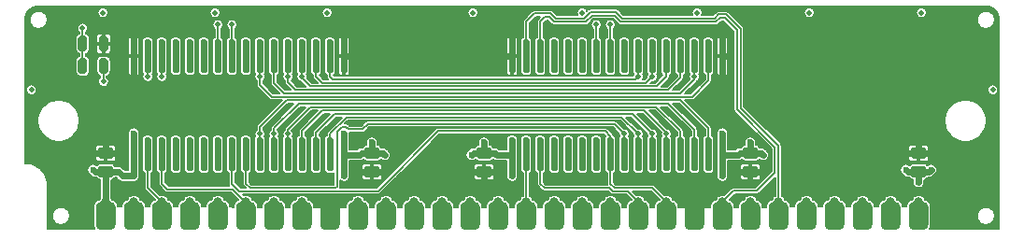
<source format=gtl>
G04 #@! TF.GenerationSoftware,KiCad,Pcbnew,(5.1.10-1-10_14)*
G04 #@! TF.CreationDate,2021-06-21T04:54:09-04:00*
G04 #@! TF.ProjectId,GW4192-SOJ,47573431-3932-42d5-934f-4a2e6b696361,1.0-SOJ*
G04 #@! TF.SameCoordinates,Original*
G04 #@! TF.FileFunction,Copper,L1,Top*
G04 #@! TF.FilePolarity,Positive*
%FSLAX46Y46*%
G04 Gerber Fmt 4.6, Leading zero omitted, Abs format (unit mm)*
G04 Created by KiCad (PCBNEW (5.1.10-1-10_14)) date 2021-06-21 04:54:09*
%MOMM*%
%LPD*%
G01*
G04 APERTURE LIST*
G04 #@! TA.AperFunction,ComponentPad*
%ADD10C,0.800000*%
G04 #@! TD*
G04 #@! TA.AperFunction,ViaPad*
%ADD11C,0.600000*%
G04 #@! TD*
G04 #@! TA.AperFunction,ViaPad*
%ADD12C,0.508000*%
G04 #@! TD*
G04 #@! TA.AperFunction,Conductor*
%ADD13C,0.600000*%
G04 #@! TD*
G04 #@! TA.AperFunction,Conductor*
%ADD14C,0.152400*%
G04 #@! TD*
G04 #@! TA.AperFunction,Conductor*
%ADD15C,0.508000*%
G04 #@! TD*
G04 #@! TA.AperFunction,Conductor*
%ADD16C,0.100000*%
G04 #@! TD*
G04 APERTURE END LIST*
G04 #@! TA.AperFunction,SMDPad,CuDef*
G36*
G01*
X82931000Y-100901500D02*
X82931000Y-99250500D01*
G75*
G02*
X83375500Y-98806000I444500J0D01*
G01*
X84264500Y-98806000D01*
G75*
G02*
X84709000Y-99250500I0J-444500D01*
G01*
X84709000Y-100901500D01*
G75*
G02*
X84264500Y-101346000I-444500J0D01*
G01*
X83375500Y-101346000D01*
G75*
G02*
X82931000Y-100901500I0J444500D01*
G01*
G37*
G04 #@! TD.AperFunction*
G04 #@! TA.AperFunction,SMDPad,CuDef*
G36*
G01*
X85471000Y-100901500D02*
X85471000Y-99250500D01*
G75*
G02*
X85915500Y-98806000I444500J0D01*
G01*
X86804500Y-98806000D01*
G75*
G02*
X87249000Y-99250500I0J-444500D01*
G01*
X87249000Y-100901500D01*
G75*
G02*
X86804500Y-101346000I-444500J0D01*
G01*
X85915500Y-101346000D01*
G75*
G02*
X85471000Y-100901500I0J444500D01*
G01*
G37*
G04 #@! TD.AperFunction*
D10*
X88900000Y-98806000D03*
G04 #@! TA.AperFunction,SMDPad,CuDef*
G36*
G01*
X108331000Y-100901500D02*
X108331000Y-99250500D01*
G75*
G02*
X108775500Y-98806000I444500J0D01*
G01*
X109664500Y-98806000D01*
G75*
G02*
X110109000Y-99250500I0J-444500D01*
G01*
X110109000Y-100901500D01*
G75*
G02*
X109664500Y-101346000I-444500J0D01*
G01*
X108775500Y-101346000D01*
G75*
G02*
X108331000Y-100901500I0J444500D01*
G01*
G37*
G04 #@! TD.AperFunction*
G04 #@! TA.AperFunction,SMDPad,CuDef*
G36*
G01*
X93091000Y-100901500D02*
X93091000Y-99250500D01*
G75*
G02*
X93535500Y-98806000I444500J0D01*
G01*
X94424500Y-98806000D01*
G75*
G02*
X94869000Y-99250500I0J-444500D01*
G01*
X94869000Y-100901500D01*
G75*
G02*
X94424500Y-101346000I-444500J0D01*
G01*
X93535500Y-101346000D01*
G75*
G02*
X93091000Y-100901500I0J444500D01*
G01*
G37*
G04 #@! TD.AperFunction*
G04 #@! TA.AperFunction,SMDPad,CuDef*
G36*
G01*
X110871000Y-100901500D02*
X110871000Y-99250500D01*
G75*
G02*
X111315500Y-98806000I444500J0D01*
G01*
X112204500Y-98806000D01*
G75*
G02*
X112649000Y-99250500I0J-444500D01*
G01*
X112649000Y-100901500D01*
G75*
G02*
X112204500Y-101346000I-444500J0D01*
G01*
X111315500Y-101346000D01*
G75*
G02*
X110871000Y-100901500I0J444500D01*
G01*
G37*
G04 #@! TD.AperFunction*
G04 #@! TA.AperFunction,SMDPad,CuDef*
G36*
G01*
X146431000Y-100901500D02*
X146431000Y-99250500D01*
G75*
G02*
X146875500Y-98806000I444500J0D01*
G01*
X147764500Y-98806000D01*
G75*
G02*
X148209000Y-99250500I0J-444500D01*
G01*
X148209000Y-100901500D01*
G75*
G02*
X147764500Y-101346000I-444500J0D01*
G01*
X146875500Y-101346000D01*
G75*
G02*
X146431000Y-100901500I0J444500D01*
G01*
G37*
G04 #@! TD.AperFunction*
G04 #@! TA.AperFunction,SMDPad,CuDef*
G36*
G01*
X113411000Y-100901500D02*
X113411000Y-99250500D01*
G75*
G02*
X113855500Y-98806000I444500J0D01*
G01*
X114744500Y-98806000D01*
G75*
G02*
X115189000Y-99250500I0J-444500D01*
G01*
X115189000Y-100901500D01*
G75*
G02*
X114744500Y-101346000I-444500J0D01*
G01*
X113855500Y-101346000D01*
G75*
G02*
X113411000Y-100901500I0J444500D01*
G01*
G37*
G04 #@! TD.AperFunction*
G04 #@! TA.AperFunction,SMDPad,CuDef*
G36*
G01*
X115951000Y-100901500D02*
X115951000Y-99250500D01*
G75*
G02*
X116395500Y-98806000I444500J0D01*
G01*
X117284500Y-98806000D01*
G75*
G02*
X117729000Y-99250500I0J-444500D01*
G01*
X117729000Y-100901500D01*
G75*
G02*
X117284500Y-101346000I-444500J0D01*
G01*
X116395500Y-101346000D01*
G75*
G02*
X115951000Y-100901500I0J444500D01*
G01*
G37*
G04 #@! TD.AperFunction*
G04 #@! TA.AperFunction,SMDPad,CuDef*
G36*
G01*
X90551000Y-100901500D02*
X90551000Y-99250500D01*
G75*
G02*
X90995500Y-98806000I444500J0D01*
G01*
X91884500Y-98806000D01*
G75*
G02*
X92329000Y-99250500I0J-444500D01*
G01*
X92329000Y-100901500D01*
G75*
G02*
X91884500Y-101346000I-444500J0D01*
G01*
X90995500Y-101346000D01*
G75*
G02*
X90551000Y-100901500I0J444500D01*
G01*
G37*
G04 #@! TD.AperFunction*
G04 #@! TA.AperFunction,SMDPad,CuDef*
G36*
G01*
X154051000Y-100901500D02*
X154051000Y-99250500D01*
G75*
G02*
X154495500Y-98806000I444500J0D01*
G01*
X155384500Y-98806000D01*
G75*
G02*
X155829000Y-99250500I0J-444500D01*
G01*
X155829000Y-100901500D01*
G75*
G02*
X155384500Y-101346000I-444500J0D01*
G01*
X154495500Y-101346000D01*
G75*
G02*
X154051000Y-100901500I0J444500D01*
G01*
G37*
G04 #@! TD.AperFunction*
G04 #@! TA.AperFunction,SMDPad,CuDef*
G36*
G01*
X88011000Y-100901500D02*
X88011000Y-99250500D01*
G75*
G02*
X88455500Y-98806000I444500J0D01*
G01*
X89344500Y-98806000D01*
G75*
G02*
X89789000Y-99250500I0J-444500D01*
G01*
X89789000Y-100901500D01*
G75*
G02*
X89344500Y-101346000I-444500J0D01*
G01*
X88455500Y-101346000D01*
G75*
G02*
X88011000Y-100901500I0J444500D01*
G01*
G37*
G04 #@! TD.AperFunction*
G04 #@! TA.AperFunction,SMDPad,CuDef*
G36*
G01*
X141351000Y-100901500D02*
X141351000Y-99250500D01*
G75*
G02*
X141795500Y-98806000I444500J0D01*
G01*
X142684500Y-98806000D01*
G75*
G02*
X143129000Y-99250500I0J-444500D01*
G01*
X143129000Y-100901500D01*
G75*
G02*
X142684500Y-101346000I-444500J0D01*
G01*
X141795500Y-101346000D01*
G75*
G02*
X141351000Y-100901500I0J444500D01*
G01*
G37*
G04 #@! TD.AperFunction*
G04 #@! TA.AperFunction,SMDPad,CuDef*
G36*
G01*
X121031000Y-100901500D02*
X121031000Y-99250500D01*
G75*
G02*
X121475500Y-98806000I444500J0D01*
G01*
X122364500Y-98806000D01*
G75*
G02*
X122809000Y-99250500I0J-444500D01*
G01*
X122809000Y-100901500D01*
G75*
G02*
X122364500Y-101346000I-444500J0D01*
G01*
X121475500Y-101346000D01*
G75*
G02*
X121031000Y-100901500I0J444500D01*
G01*
G37*
G04 #@! TD.AperFunction*
G04 #@! TA.AperFunction,SMDPad,CuDef*
G36*
G01*
X131191000Y-100901500D02*
X131191000Y-99250500D01*
G75*
G02*
X131635500Y-98806000I444500J0D01*
G01*
X132524500Y-98806000D01*
G75*
G02*
X132969000Y-99250500I0J-444500D01*
G01*
X132969000Y-100901500D01*
G75*
G02*
X132524500Y-101346000I-444500J0D01*
G01*
X131635500Y-101346000D01*
G75*
G02*
X131191000Y-100901500I0J444500D01*
G01*
G37*
G04 #@! TD.AperFunction*
G04 #@! TA.AperFunction,SMDPad,CuDef*
G36*
G01*
X138811000Y-100901500D02*
X138811000Y-99250500D01*
G75*
G02*
X139255500Y-98806000I444500J0D01*
G01*
X140144500Y-98806000D01*
G75*
G02*
X140589000Y-99250500I0J-444500D01*
G01*
X140589000Y-100901500D01*
G75*
G02*
X140144500Y-101346000I-444500J0D01*
G01*
X139255500Y-101346000D01*
G75*
G02*
X138811000Y-100901500I0J444500D01*
G01*
G37*
G04 #@! TD.AperFunction*
G04 #@! TA.AperFunction,SMDPad,CuDef*
G36*
G01*
X103251000Y-100901500D02*
X103251000Y-99250500D01*
G75*
G02*
X103695500Y-98806000I444500J0D01*
G01*
X104584500Y-98806000D01*
G75*
G02*
X105029000Y-99250500I0J-444500D01*
G01*
X105029000Y-100901500D01*
G75*
G02*
X104584500Y-101346000I-444500J0D01*
G01*
X103695500Y-101346000D01*
G75*
G02*
X103251000Y-100901500I0J444500D01*
G01*
G37*
G04 #@! TD.AperFunction*
G04 #@! TA.AperFunction,SMDPad,CuDef*
G36*
G01*
X126111000Y-100901500D02*
X126111000Y-99250500D01*
G75*
G02*
X126555500Y-98806000I444500J0D01*
G01*
X127444500Y-98806000D01*
G75*
G02*
X127889000Y-99250500I0J-444500D01*
G01*
X127889000Y-100901500D01*
G75*
G02*
X127444500Y-101346000I-444500J0D01*
G01*
X126555500Y-101346000D01*
G75*
G02*
X126111000Y-100901500I0J444500D01*
G01*
G37*
G04 #@! TD.AperFunction*
G04 #@! TA.AperFunction,SMDPad,CuDef*
G36*
G01*
X133731000Y-100901500D02*
X133731000Y-99250500D01*
G75*
G02*
X134175500Y-98806000I444500J0D01*
G01*
X135064500Y-98806000D01*
G75*
G02*
X135509000Y-99250500I0J-444500D01*
G01*
X135509000Y-100901500D01*
G75*
G02*
X135064500Y-101346000I-444500J0D01*
G01*
X134175500Y-101346000D01*
G75*
G02*
X133731000Y-100901500I0J444500D01*
G01*
G37*
G04 #@! TD.AperFunction*
G04 #@! TA.AperFunction,SMDPad,CuDef*
G36*
G01*
X128651000Y-100901500D02*
X128651000Y-99250500D01*
G75*
G02*
X129095500Y-98806000I444500J0D01*
G01*
X129984500Y-98806000D01*
G75*
G02*
X130429000Y-99250500I0J-444500D01*
G01*
X130429000Y-100901500D01*
G75*
G02*
X129984500Y-101346000I-444500J0D01*
G01*
X129095500Y-101346000D01*
G75*
G02*
X128651000Y-100901500I0J444500D01*
G01*
G37*
G04 #@! TD.AperFunction*
G04 #@! TA.AperFunction,SMDPad,CuDef*
G36*
G01*
X105791000Y-100901500D02*
X105791000Y-99250500D01*
G75*
G02*
X106235500Y-98806000I444500J0D01*
G01*
X107124500Y-98806000D01*
G75*
G02*
X107569000Y-99250500I0J-444500D01*
G01*
X107569000Y-100901500D01*
G75*
G02*
X107124500Y-101346000I-444500J0D01*
G01*
X106235500Y-101346000D01*
G75*
G02*
X105791000Y-100901500I0J444500D01*
G01*
G37*
G04 #@! TD.AperFunction*
G04 #@! TA.AperFunction,SMDPad,CuDef*
G36*
G01*
X136271000Y-100901500D02*
X136271000Y-99250500D01*
G75*
G02*
X136715500Y-98806000I444500J0D01*
G01*
X137604500Y-98806000D01*
G75*
G02*
X138049000Y-99250500I0J-444500D01*
G01*
X138049000Y-100901500D01*
G75*
G02*
X137604500Y-101346000I-444500J0D01*
G01*
X136715500Y-101346000D01*
G75*
G02*
X136271000Y-100901500I0J444500D01*
G01*
G37*
G04 #@! TD.AperFunction*
G04 #@! TA.AperFunction,SMDPad,CuDef*
G36*
G01*
X95631000Y-100901500D02*
X95631000Y-99250500D01*
G75*
G02*
X96075500Y-98806000I444500J0D01*
G01*
X96964500Y-98806000D01*
G75*
G02*
X97409000Y-99250500I0J-444500D01*
G01*
X97409000Y-100901500D01*
G75*
G02*
X96964500Y-101346000I-444500J0D01*
G01*
X96075500Y-101346000D01*
G75*
G02*
X95631000Y-100901500I0J444500D01*
G01*
G37*
G04 #@! TD.AperFunction*
G04 #@! TA.AperFunction,SMDPad,CuDef*
G36*
G01*
X123571000Y-100901500D02*
X123571000Y-99250500D01*
G75*
G02*
X124015500Y-98806000I444500J0D01*
G01*
X124904500Y-98806000D01*
G75*
G02*
X125349000Y-99250500I0J-444500D01*
G01*
X125349000Y-100901500D01*
G75*
G02*
X124904500Y-101346000I-444500J0D01*
G01*
X124015500Y-101346000D01*
G75*
G02*
X123571000Y-100901500I0J444500D01*
G01*
G37*
G04 #@! TD.AperFunction*
G04 #@! TA.AperFunction,SMDPad,CuDef*
G36*
G01*
X98171000Y-100901500D02*
X98171000Y-99250500D01*
G75*
G02*
X98615500Y-98806000I444500J0D01*
G01*
X99504500Y-98806000D01*
G75*
G02*
X99949000Y-99250500I0J-444500D01*
G01*
X99949000Y-100901500D01*
G75*
G02*
X99504500Y-101346000I-444500J0D01*
G01*
X98615500Y-101346000D01*
G75*
G02*
X98171000Y-100901500I0J444500D01*
G01*
G37*
G04 #@! TD.AperFunction*
G04 #@! TA.AperFunction,SMDPad,CuDef*
G36*
G01*
X100711000Y-100901500D02*
X100711000Y-99250500D01*
G75*
G02*
X101155500Y-98806000I444500J0D01*
G01*
X102044500Y-98806000D01*
G75*
G02*
X102489000Y-99250500I0J-444500D01*
G01*
X102489000Y-100901500D01*
G75*
G02*
X102044500Y-101346000I-444500J0D01*
G01*
X101155500Y-101346000D01*
G75*
G02*
X100711000Y-100901500I0J444500D01*
G01*
G37*
G04 #@! TD.AperFunction*
G04 #@! TA.AperFunction,SMDPad,CuDef*
G36*
G01*
X148971000Y-100901500D02*
X148971000Y-99250500D01*
G75*
G02*
X149415500Y-98806000I444500J0D01*
G01*
X150304500Y-98806000D01*
G75*
G02*
X150749000Y-99250500I0J-444500D01*
G01*
X150749000Y-100901500D01*
G75*
G02*
X150304500Y-101346000I-444500J0D01*
G01*
X149415500Y-101346000D01*
G75*
G02*
X148971000Y-100901500I0J444500D01*
G01*
G37*
G04 #@! TD.AperFunction*
G04 #@! TA.AperFunction,SMDPad,CuDef*
G36*
G01*
X151511000Y-100901500D02*
X151511000Y-99250500D01*
G75*
G02*
X151955500Y-98806000I444500J0D01*
G01*
X152844500Y-98806000D01*
G75*
G02*
X153289000Y-99250500I0J-444500D01*
G01*
X153289000Y-100901500D01*
G75*
G02*
X152844500Y-101346000I-444500J0D01*
G01*
X151955500Y-101346000D01*
G75*
G02*
X151511000Y-100901500I0J444500D01*
G01*
G37*
G04 #@! TD.AperFunction*
G04 #@! TA.AperFunction,SMDPad,CuDef*
G36*
G01*
X156591000Y-100901500D02*
X156591000Y-99250500D01*
G75*
G02*
X157035500Y-98806000I444500J0D01*
G01*
X157924500Y-98806000D01*
G75*
G02*
X158369000Y-99250500I0J-444500D01*
G01*
X158369000Y-100901500D01*
G75*
G02*
X157924500Y-101346000I-444500J0D01*
G01*
X157035500Y-101346000D01*
G75*
G02*
X156591000Y-100901500I0J444500D01*
G01*
G37*
G04 #@! TD.AperFunction*
G04 #@! TA.AperFunction,SMDPad,CuDef*
G36*
G01*
X118491000Y-100901500D02*
X118491000Y-99250500D01*
G75*
G02*
X118935500Y-98806000I444500J0D01*
G01*
X119824500Y-98806000D01*
G75*
G02*
X120269000Y-99250500I0J-444500D01*
G01*
X120269000Y-100901500D01*
G75*
G02*
X119824500Y-101346000I-444500J0D01*
G01*
X118935500Y-101346000D01*
G75*
G02*
X118491000Y-100901500I0J444500D01*
G01*
G37*
G04 #@! TD.AperFunction*
G04 #@! TA.AperFunction,SMDPad,CuDef*
G36*
G01*
X143891000Y-100901500D02*
X143891000Y-99250500D01*
G75*
G02*
X144335500Y-98806000I444500J0D01*
G01*
X145224500Y-98806000D01*
G75*
G02*
X145669000Y-99250500I0J-444500D01*
G01*
X145669000Y-100901500D01*
G75*
G02*
X145224500Y-101346000I-444500J0D01*
G01*
X144335500Y-101346000D01*
G75*
G02*
X143891000Y-100901500I0J444500D01*
G01*
G37*
G04 #@! TD.AperFunction*
X86360000Y-98806000D03*
X83820000Y-98806000D03*
X93980000Y-98806000D03*
X91440000Y-98806000D03*
X96520000Y-98806000D03*
X99060000Y-98806000D03*
X104140000Y-98806000D03*
X101600000Y-98806000D03*
X109220000Y-98806000D03*
X106680000Y-98806000D03*
X111760000Y-98806000D03*
X116840000Y-98806000D03*
X114300000Y-98806000D03*
X119380000Y-98806000D03*
X124460000Y-98806000D03*
X121920000Y-98806000D03*
X127000000Y-98806000D03*
X149860000Y-98806000D03*
X147320000Y-98806000D03*
X152400000Y-98806000D03*
X134620000Y-98806000D03*
X132080000Y-98806000D03*
X137160000Y-98806000D03*
X142240000Y-98806000D03*
X139700000Y-98806000D03*
X144780000Y-98806000D03*
X129540000Y-98806000D03*
X154940000Y-98806000D03*
X157480000Y-98806000D03*
G04 #@! TA.AperFunction,SMDPad,CuDef*
G36*
G01*
X117672500Y-95550500D02*
X118547500Y-95550500D01*
G75*
G02*
X118810000Y-95813000I0J-262500D01*
G01*
X118810000Y-96338000D01*
G75*
G02*
X118547500Y-96600500I-262500J0D01*
G01*
X117672500Y-96600500D01*
G75*
G02*
X117410000Y-96338000I0J262500D01*
G01*
X117410000Y-95813000D01*
G75*
G02*
X117672500Y-95550500I262500J0D01*
G01*
G37*
G04 #@! TD.AperFunction*
G04 #@! TA.AperFunction,SMDPad,CuDef*
G36*
G01*
X117672500Y-93850500D02*
X118547500Y-93850500D01*
G75*
G02*
X118810000Y-94113000I0J-262500D01*
G01*
X118810000Y-94638000D01*
G75*
G02*
X118547500Y-94900500I-262500J0D01*
G01*
X117672500Y-94900500D01*
G75*
G02*
X117410000Y-94638000I0J262500D01*
G01*
X117410000Y-94113000D01*
G75*
G02*
X117672500Y-93850500I262500J0D01*
G01*
G37*
G04 #@! TD.AperFunction*
G04 #@! TA.AperFunction,SMDPad,CuDef*
G36*
G01*
X107512500Y-93850500D02*
X108387500Y-93850500D01*
G75*
G02*
X108650000Y-94113000I0J-262500D01*
G01*
X108650000Y-94638000D01*
G75*
G02*
X108387500Y-94900500I-262500J0D01*
G01*
X107512500Y-94900500D01*
G75*
G02*
X107250000Y-94638000I0J262500D01*
G01*
X107250000Y-94113000D01*
G75*
G02*
X107512500Y-93850500I262500J0D01*
G01*
G37*
G04 #@! TD.AperFunction*
G04 #@! TA.AperFunction,SMDPad,CuDef*
G36*
G01*
X107512500Y-95550500D02*
X108387500Y-95550500D01*
G75*
G02*
X108650000Y-95813000I0J-262500D01*
G01*
X108650000Y-96338000D01*
G75*
G02*
X108387500Y-96600500I-262500J0D01*
G01*
X107512500Y-96600500D01*
G75*
G02*
X107250000Y-96338000I0J262500D01*
G01*
X107250000Y-95813000D01*
G75*
G02*
X107512500Y-95550500I262500J0D01*
G01*
G37*
G04 #@! TD.AperFunction*
G04 #@! TA.AperFunction,SMDPad,CuDef*
G36*
G01*
X141802500Y-93850500D02*
X142677500Y-93850500D01*
G75*
G02*
X142940000Y-94113000I0J-262500D01*
G01*
X142940000Y-94638000D01*
G75*
G02*
X142677500Y-94900500I-262500J0D01*
G01*
X141802500Y-94900500D01*
G75*
G02*
X141540000Y-94638000I0J262500D01*
G01*
X141540000Y-94113000D01*
G75*
G02*
X141802500Y-93850500I262500J0D01*
G01*
G37*
G04 #@! TD.AperFunction*
G04 #@! TA.AperFunction,SMDPad,CuDef*
G36*
G01*
X141802500Y-95550500D02*
X142677500Y-95550500D01*
G75*
G02*
X142940000Y-95813000I0J-262500D01*
G01*
X142940000Y-96338000D01*
G75*
G02*
X142677500Y-96600500I-262500J0D01*
G01*
X141802500Y-96600500D01*
G75*
G02*
X141540000Y-96338000I0J262500D01*
G01*
X141540000Y-95813000D01*
G75*
G02*
X141802500Y-95550500I262500J0D01*
G01*
G37*
G04 #@! TD.AperFunction*
G04 #@! TA.AperFunction,SMDPad,CuDef*
G36*
G01*
X84257500Y-94900500D02*
X83382500Y-94900500D01*
G75*
G02*
X83120000Y-94638000I0J262500D01*
G01*
X83120000Y-94113000D01*
G75*
G02*
X83382500Y-93850500I262500J0D01*
G01*
X84257500Y-93850500D01*
G75*
G02*
X84520000Y-94113000I0J-262500D01*
G01*
X84520000Y-94638000D01*
G75*
G02*
X84257500Y-94900500I-262500J0D01*
G01*
G37*
G04 #@! TD.AperFunction*
G04 #@! TA.AperFunction,SMDPad,CuDef*
G36*
G01*
X84257500Y-96600500D02*
X83382500Y-96600500D01*
G75*
G02*
X83120000Y-96338000I0J262500D01*
G01*
X83120000Y-95813000D01*
G75*
G02*
X83382500Y-95550500I262500J0D01*
G01*
X84257500Y-95550500D01*
G75*
G02*
X84520000Y-95813000I0J-262500D01*
G01*
X84520000Y-96338000D01*
G75*
G02*
X84257500Y-96600500I-262500J0D01*
G01*
G37*
G04 #@! TD.AperFunction*
G04 #@! TA.AperFunction,SMDPad,CuDef*
G36*
G01*
X157917500Y-96600500D02*
X157042500Y-96600500D01*
G75*
G02*
X156780000Y-96338000I0J262500D01*
G01*
X156780000Y-95813000D01*
G75*
G02*
X157042500Y-95550500I262500J0D01*
G01*
X157917500Y-95550500D01*
G75*
G02*
X158180000Y-95813000I0J-262500D01*
G01*
X158180000Y-96338000D01*
G75*
G02*
X157917500Y-96600500I-262500J0D01*
G01*
G37*
G04 #@! TD.AperFunction*
G04 #@! TA.AperFunction,SMDPad,CuDef*
G36*
G01*
X157917500Y-94900500D02*
X157042500Y-94900500D01*
G75*
G02*
X156780000Y-94638000I0J262500D01*
G01*
X156780000Y-94113000D01*
G75*
G02*
X157042500Y-93850500I262500J0D01*
G01*
X157917500Y-93850500D01*
G75*
G02*
X158180000Y-94113000I0J-262500D01*
G01*
X158180000Y-94638000D01*
G75*
G02*
X157917500Y-94900500I-262500J0D01*
G01*
G37*
G04 #@! TD.AperFunction*
G04 #@! TA.AperFunction,SMDPad,CuDef*
G36*
G01*
X82152000Y-85999500D02*
X82152000Y-86974500D01*
G75*
G02*
X81939500Y-87187000I-212500J0D01*
G01*
X81514500Y-87187000D01*
G75*
G02*
X81302000Y-86974500I0J212500D01*
G01*
X81302000Y-85999500D01*
G75*
G02*
X81514500Y-85787000I212500J0D01*
G01*
X81939500Y-85787000D01*
G75*
G02*
X82152000Y-85999500I0J-212500D01*
G01*
G37*
G04 #@! TD.AperFunction*
G04 #@! TA.AperFunction,SMDPad,CuDef*
G36*
G01*
X84052000Y-85999500D02*
X84052000Y-86974500D01*
G75*
G02*
X83839500Y-87187000I-212500J0D01*
G01*
X83414500Y-87187000D01*
G75*
G02*
X83202000Y-86974500I0J212500D01*
G01*
X83202000Y-85999500D01*
G75*
G02*
X83414500Y-85787000I212500J0D01*
G01*
X83839500Y-85787000D01*
G75*
G02*
X84052000Y-85999500I0J-212500D01*
G01*
G37*
G04 #@! TD.AperFunction*
G04 #@! TA.AperFunction,SMDPad,CuDef*
G36*
G01*
X81302000Y-84942500D02*
X81302000Y-83967500D01*
G75*
G02*
X81514500Y-83755000I212500J0D01*
G01*
X81939500Y-83755000D01*
G75*
G02*
X82152000Y-83967500I0J-212500D01*
G01*
X82152000Y-84942500D01*
G75*
G02*
X81939500Y-85155000I-212500J0D01*
G01*
X81514500Y-85155000D01*
G75*
G02*
X81302000Y-84942500I0J212500D01*
G01*
G37*
G04 #@! TD.AperFunction*
G04 #@! TA.AperFunction,SMDPad,CuDef*
G36*
G01*
X83202000Y-84942500D02*
X83202000Y-83967500D01*
G75*
G02*
X83414500Y-83755000I212500J0D01*
G01*
X83839500Y-83755000D01*
G75*
G02*
X84052000Y-83967500I0J-212500D01*
G01*
X84052000Y-84942500D01*
G75*
G02*
X83839500Y-85155000I-212500J0D01*
G01*
X83414500Y-85155000D01*
G75*
G02*
X83202000Y-84942500I0J212500D01*
G01*
G37*
G04 #@! TD.AperFunction*
G04 #@! TA.AperFunction,SMDPad,CuDef*
G36*
G01*
X86510000Y-87122000D02*
X86210000Y-87122000D01*
G75*
G02*
X86060000Y-86972000I0J150000D01*
G01*
X86060000Y-84224000D01*
G75*
G02*
X86210000Y-84074000I150000J0D01*
G01*
X86510000Y-84074000D01*
G75*
G02*
X86660000Y-84224000I0J-150000D01*
G01*
X86660000Y-86972000D01*
G75*
G02*
X86510000Y-87122000I-150000J0D01*
G01*
G37*
G04 #@! TD.AperFunction*
G04 #@! TA.AperFunction,SMDPad,CuDef*
G36*
G01*
X87780000Y-87122000D02*
X87480000Y-87122000D01*
G75*
G02*
X87330000Y-86972000I0J150000D01*
G01*
X87330000Y-84224000D01*
G75*
G02*
X87480000Y-84074000I150000J0D01*
G01*
X87780000Y-84074000D01*
G75*
G02*
X87930000Y-84224000I0J-150000D01*
G01*
X87930000Y-86972000D01*
G75*
G02*
X87780000Y-87122000I-150000J0D01*
G01*
G37*
G04 #@! TD.AperFunction*
G04 #@! TA.AperFunction,SMDPad,CuDef*
G36*
G01*
X89050000Y-87122000D02*
X88750000Y-87122000D01*
G75*
G02*
X88600000Y-86972000I0J150000D01*
G01*
X88600000Y-84224000D01*
G75*
G02*
X88750000Y-84074000I150000J0D01*
G01*
X89050000Y-84074000D01*
G75*
G02*
X89200000Y-84224000I0J-150000D01*
G01*
X89200000Y-86972000D01*
G75*
G02*
X89050000Y-87122000I-150000J0D01*
G01*
G37*
G04 #@! TD.AperFunction*
G04 #@! TA.AperFunction,SMDPad,CuDef*
G36*
G01*
X90320000Y-87122000D02*
X90020000Y-87122000D01*
G75*
G02*
X89870000Y-86972000I0J150000D01*
G01*
X89870000Y-84224000D01*
G75*
G02*
X90020000Y-84074000I150000J0D01*
G01*
X90320000Y-84074000D01*
G75*
G02*
X90470000Y-84224000I0J-150000D01*
G01*
X90470000Y-86972000D01*
G75*
G02*
X90320000Y-87122000I-150000J0D01*
G01*
G37*
G04 #@! TD.AperFunction*
G04 #@! TA.AperFunction,SMDPad,CuDef*
G36*
G01*
X101450000Y-84074000D02*
X101750000Y-84074000D01*
G75*
G02*
X101900000Y-84224000I0J-150000D01*
G01*
X101900000Y-86972000D01*
G75*
G02*
X101750000Y-87122000I-150000J0D01*
G01*
X101450000Y-87122000D01*
G75*
G02*
X101300000Y-86972000I0J150000D01*
G01*
X101300000Y-84224000D01*
G75*
G02*
X101450000Y-84074000I150000J0D01*
G01*
G37*
G04 #@! TD.AperFunction*
G04 #@! TA.AperFunction,SMDPad,CuDef*
G36*
G01*
X102720000Y-84074000D02*
X103020000Y-84074000D01*
G75*
G02*
X103170000Y-84224000I0J-150000D01*
G01*
X103170000Y-86972000D01*
G75*
G02*
X103020000Y-87122000I-150000J0D01*
G01*
X102720000Y-87122000D01*
G75*
G02*
X102570000Y-86972000I0J150000D01*
G01*
X102570000Y-84224000D01*
G75*
G02*
X102720000Y-84074000I150000J0D01*
G01*
G37*
G04 #@! TD.AperFunction*
G04 #@! TA.AperFunction,SMDPad,CuDef*
G36*
G01*
X103990000Y-84074000D02*
X104290000Y-84074000D01*
G75*
G02*
X104440000Y-84224000I0J-150000D01*
G01*
X104440000Y-86972000D01*
G75*
G02*
X104290000Y-87122000I-150000J0D01*
G01*
X103990000Y-87122000D01*
G75*
G02*
X103840000Y-86972000I0J150000D01*
G01*
X103840000Y-84224000D01*
G75*
G02*
X103990000Y-84074000I150000J0D01*
G01*
G37*
G04 #@! TD.AperFunction*
G04 #@! TA.AperFunction,SMDPad,CuDef*
G36*
G01*
X105260000Y-84074000D02*
X105560000Y-84074000D01*
G75*
G02*
X105710000Y-84224000I0J-150000D01*
G01*
X105710000Y-86972000D01*
G75*
G02*
X105560000Y-87122000I-150000J0D01*
G01*
X105260000Y-87122000D01*
G75*
G02*
X105110000Y-86972000I0J150000D01*
G01*
X105110000Y-84224000D01*
G75*
G02*
X105260000Y-84074000I150000J0D01*
G01*
G37*
G04 #@! TD.AperFunction*
G04 #@! TA.AperFunction,SMDPad,CuDef*
G36*
G01*
X105560000Y-96012000D02*
X105260000Y-96012000D01*
G75*
G02*
X105110000Y-95862000I0J150000D01*
G01*
X105110000Y-93114000D01*
G75*
G02*
X105260000Y-92964000I150000J0D01*
G01*
X105560000Y-92964000D01*
G75*
G02*
X105710000Y-93114000I0J-150000D01*
G01*
X105710000Y-95862000D01*
G75*
G02*
X105560000Y-96012000I-150000J0D01*
G01*
G37*
G04 #@! TD.AperFunction*
G04 #@! TA.AperFunction,SMDPad,CuDef*
G36*
G01*
X104290000Y-96012000D02*
X103990000Y-96012000D01*
G75*
G02*
X103840000Y-95862000I0J150000D01*
G01*
X103840000Y-93114000D01*
G75*
G02*
X103990000Y-92964000I150000J0D01*
G01*
X104290000Y-92964000D01*
G75*
G02*
X104440000Y-93114000I0J-150000D01*
G01*
X104440000Y-95862000D01*
G75*
G02*
X104290000Y-96012000I-150000J0D01*
G01*
G37*
G04 #@! TD.AperFunction*
G04 #@! TA.AperFunction,SMDPad,CuDef*
G36*
G01*
X94130000Y-96012000D02*
X93830000Y-96012000D01*
G75*
G02*
X93680000Y-95862000I0J150000D01*
G01*
X93680000Y-93114000D01*
G75*
G02*
X93830000Y-92964000I150000J0D01*
G01*
X94130000Y-92964000D01*
G75*
G02*
X94280000Y-93114000I0J-150000D01*
G01*
X94280000Y-95862000D01*
G75*
G02*
X94130000Y-96012000I-150000J0D01*
G01*
G37*
G04 #@! TD.AperFunction*
G04 #@! TA.AperFunction,SMDPad,CuDef*
G36*
G01*
X94130000Y-87122000D02*
X93830000Y-87122000D01*
G75*
G02*
X93680000Y-86972000I0J150000D01*
G01*
X93680000Y-84224000D01*
G75*
G02*
X93830000Y-84074000I150000J0D01*
G01*
X94130000Y-84074000D01*
G75*
G02*
X94280000Y-84224000I0J-150000D01*
G01*
X94280000Y-86972000D01*
G75*
G02*
X94130000Y-87122000I-150000J0D01*
G01*
G37*
G04 #@! TD.AperFunction*
G04 #@! TA.AperFunction,SMDPad,CuDef*
G36*
G01*
X95400000Y-87122000D02*
X95100000Y-87122000D01*
G75*
G02*
X94950000Y-86972000I0J150000D01*
G01*
X94950000Y-84224000D01*
G75*
G02*
X95100000Y-84074000I150000J0D01*
G01*
X95400000Y-84074000D01*
G75*
G02*
X95550000Y-84224000I0J-150000D01*
G01*
X95550000Y-86972000D01*
G75*
G02*
X95400000Y-87122000I-150000J0D01*
G01*
G37*
G04 #@! TD.AperFunction*
G04 #@! TA.AperFunction,SMDPad,CuDef*
G36*
G01*
X96670000Y-87122000D02*
X96370000Y-87122000D01*
G75*
G02*
X96220000Y-86972000I0J150000D01*
G01*
X96220000Y-84224000D01*
G75*
G02*
X96370000Y-84074000I150000J0D01*
G01*
X96670000Y-84074000D01*
G75*
G02*
X96820000Y-84224000I0J-150000D01*
G01*
X96820000Y-86972000D01*
G75*
G02*
X96670000Y-87122000I-150000J0D01*
G01*
G37*
G04 #@! TD.AperFunction*
G04 #@! TA.AperFunction,SMDPad,CuDef*
G36*
G01*
X97940000Y-87122000D02*
X97640000Y-87122000D01*
G75*
G02*
X97490000Y-86972000I0J150000D01*
G01*
X97490000Y-84224000D01*
G75*
G02*
X97640000Y-84074000I150000J0D01*
G01*
X97940000Y-84074000D01*
G75*
G02*
X98090000Y-84224000I0J-150000D01*
G01*
X98090000Y-86972000D01*
G75*
G02*
X97940000Y-87122000I-150000J0D01*
G01*
G37*
G04 #@! TD.AperFunction*
G04 #@! TA.AperFunction,SMDPad,CuDef*
G36*
G01*
X99210000Y-87122000D02*
X98910000Y-87122000D01*
G75*
G02*
X98760000Y-86972000I0J150000D01*
G01*
X98760000Y-84224000D01*
G75*
G02*
X98910000Y-84074000I150000J0D01*
G01*
X99210000Y-84074000D01*
G75*
G02*
X99360000Y-84224000I0J-150000D01*
G01*
X99360000Y-86972000D01*
G75*
G02*
X99210000Y-87122000I-150000J0D01*
G01*
G37*
G04 #@! TD.AperFunction*
G04 #@! TA.AperFunction,SMDPad,CuDef*
G36*
G01*
X101750000Y-96012000D02*
X101450000Y-96012000D01*
G75*
G02*
X101300000Y-95862000I0J150000D01*
G01*
X101300000Y-93114000D01*
G75*
G02*
X101450000Y-92964000I150000J0D01*
G01*
X101750000Y-92964000D01*
G75*
G02*
X101900000Y-93114000I0J-150000D01*
G01*
X101900000Y-95862000D01*
G75*
G02*
X101750000Y-96012000I-150000J0D01*
G01*
G37*
G04 #@! TD.AperFunction*
G04 #@! TA.AperFunction,SMDPad,CuDef*
G36*
G01*
X100480000Y-96012000D02*
X100180000Y-96012000D01*
G75*
G02*
X100030000Y-95862000I0J150000D01*
G01*
X100030000Y-93114000D01*
G75*
G02*
X100180000Y-92964000I150000J0D01*
G01*
X100480000Y-92964000D01*
G75*
G02*
X100630000Y-93114000I0J-150000D01*
G01*
X100630000Y-95862000D01*
G75*
G02*
X100480000Y-96012000I-150000J0D01*
G01*
G37*
G04 #@! TD.AperFunction*
G04 #@! TA.AperFunction,SMDPad,CuDef*
G36*
G01*
X99210000Y-96012000D02*
X98910000Y-96012000D01*
G75*
G02*
X98760000Y-95862000I0J150000D01*
G01*
X98760000Y-93114000D01*
G75*
G02*
X98910000Y-92964000I150000J0D01*
G01*
X99210000Y-92964000D01*
G75*
G02*
X99360000Y-93114000I0J-150000D01*
G01*
X99360000Y-95862000D01*
G75*
G02*
X99210000Y-96012000I-150000J0D01*
G01*
G37*
G04 #@! TD.AperFunction*
G04 #@! TA.AperFunction,SMDPad,CuDef*
G36*
G01*
X97940000Y-96012000D02*
X97640000Y-96012000D01*
G75*
G02*
X97490000Y-95862000I0J150000D01*
G01*
X97490000Y-93114000D01*
G75*
G02*
X97640000Y-92964000I150000J0D01*
G01*
X97940000Y-92964000D01*
G75*
G02*
X98090000Y-93114000I0J-150000D01*
G01*
X98090000Y-95862000D01*
G75*
G02*
X97940000Y-96012000I-150000J0D01*
G01*
G37*
G04 #@! TD.AperFunction*
G04 #@! TA.AperFunction,SMDPad,CuDef*
G36*
G01*
X96670000Y-96012000D02*
X96370000Y-96012000D01*
G75*
G02*
X96220000Y-95862000I0J150000D01*
G01*
X96220000Y-93114000D01*
G75*
G02*
X96370000Y-92964000I150000J0D01*
G01*
X96670000Y-92964000D01*
G75*
G02*
X96820000Y-93114000I0J-150000D01*
G01*
X96820000Y-95862000D01*
G75*
G02*
X96670000Y-96012000I-150000J0D01*
G01*
G37*
G04 #@! TD.AperFunction*
G04 #@! TA.AperFunction,SMDPad,CuDef*
G36*
G01*
X91590000Y-96012000D02*
X91290000Y-96012000D01*
G75*
G02*
X91140000Y-95862000I0J150000D01*
G01*
X91140000Y-93114000D01*
G75*
G02*
X91290000Y-92964000I150000J0D01*
G01*
X91590000Y-92964000D01*
G75*
G02*
X91740000Y-93114000I0J-150000D01*
G01*
X91740000Y-95862000D01*
G75*
G02*
X91590000Y-96012000I-150000J0D01*
G01*
G37*
G04 #@! TD.AperFunction*
G04 #@! TA.AperFunction,SMDPad,CuDef*
G36*
G01*
X90320000Y-96012000D02*
X90020000Y-96012000D01*
G75*
G02*
X89870000Y-95862000I0J150000D01*
G01*
X89870000Y-93114000D01*
G75*
G02*
X90020000Y-92964000I150000J0D01*
G01*
X90320000Y-92964000D01*
G75*
G02*
X90470000Y-93114000I0J-150000D01*
G01*
X90470000Y-95862000D01*
G75*
G02*
X90320000Y-96012000I-150000J0D01*
G01*
G37*
G04 #@! TD.AperFunction*
G04 #@! TA.AperFunction,SMDPad,CuDef*
G36*
G01*
X89050000Y-96012000D02*
X88750000Y-96012000D01*
G75*
G02*
X88600000Y-95862000I0J150000D01*
G01*
X88600000Y-93114000D01*
G75*
G02*
X88750000Y-92964000I150000J0D01*
G01*
X89050000Y-92964000D01*
G75*
G02*
X89200000Y-93114000I0J-150000D01*
G01*
X89200000Y-95862000D01*
G75*
G02*
X89050000Y-96012000I-150000J0D01*
G01*
G37*
G04 #@! TD.AperFunction*
G04 #@! TA.AperFunction,SMDPad,CuDef*
G36*
G01*
X87780000Y-96012000D02*
X87480000Y-96012000D01*
G75*
G02*
X87330000Y-95862000I0J150000D01*
G01*
X87330000Y-93114000D01*
G75*
G02*
X87480000Y-92964000I150000J0D01*
G01*
X87780000Y-92964000D01*
G75*
G02*
X87930000Y-93114000I0J-150000D01*
G01*
X87930000Y-95862000D01*
G75*
G02*
X87780000Y-96012000I-150000J0D01*
G01*
G37*
G04 #@! TD.AperFunction*
G04 #@! TA.AperFunction,SMDPad,CuDef*
G36*
G01*
X86510000Y-96012000D02*
X86210000Y-96012000D01*
G75*
G02*
X86060000Y-95862000I0J150000D01*
G01*
X86060000Y-93114000D01*
G75*
G02*
X86210000Y-92964000I150000J0D01*
G01*
X86510000Y-92964000D01*
G75*
G02*
X86660000Y-93114000I0J-150000D01*
G01*
X86660000Y-95862000D01*
G75*
G02*
X86510000Y-96012000I-150000J0D01*
G01*
G37*
G04 #@! TD.AperFunction*
G04 #@! TA.AperFunction,SMDPad,CuDef*
G36*
G01*
X100480000Y-87122000D02*
X100180000Y-87122000D01*
G75*
G02*
X100030000Y-86972000I0J150000D01*
G01*
X100030000Y-84224000D01*
G75*
G02*
X100180000Y-84074000I150000J0D01*
G01*
X100480000Y-84074000D01*
G75*
G02*
X100630000Y-84224000I0J-150000D01*
G01*
X100630000Y-86972000D01*
G75*
G02*
X100480000Y-87122000I-150000J0D01*
G01*
G37*
G04 #@! TD.AperFunction*
G04 #@! TA.AperFunction,SMDPad,CuDef*
G36*
G01*
X92860000Y-96012000D02*
X92560000Y-96012000D01*
G75*
G02*
X92410000Y-95862000I0J150000D01*
G01*
X92410000Y-93114000D01*
G75*
G02*
X92560000Y-92964000I150000J0D01*
G01*
X92860000Y-92964000D01*
G75*
G02*
X93010000Y-93114000I0J-150000D01*
G01*
X93010000Y-95862000D01*
G75*
G02*
X92860000Y-96012000I-150000J0D01*
G01*
G37*
G04 #@! TD.AperFunction*
G04 #@! TA.AperFunction,SMDPad,CuDef*
G36*
G01*
X95400000Y-96012000D02*
X95100000Y-96012000D01*
G75*
G02*
X94950000Y-95862000I0J150000D01*
G01*
X94950000Y-93114000D01*
G75*
G02*
X95100000Y-92964000I150000J0D01*
G01*
X95400000Y-92964000D01*
G75*
G02*
X95550000Y-93114000I0J-150000D01*
G01*
X95550000Y-95862000D01*
G75*
G02*
X95400000Y-96012000I-150000J0D01*
G01*
G37*
G04 #@! TD.AperFunction*
G04 #@! TA.AperFunction,SMDPad,CuDef*
G36*
G01*
X103020000Y-96012000D02*
X102720000Y-96012000D01*
G75*
G02*
X102570000Y-95862000I0J150000D01*
G01*
X102570000Y-93114000D01*
G75*
G02*
X102720000Y-92964000I150000J0D01*
G01*
X103020000Y-92964000D01*
G75*
G02*
X103170000Y-93114000I0J-150000D01*
G01*
X103170000Y-95862000D01*
G75*
G02*
X103020000Y-96012000I-150000J0D01*
G01*
G37*
G04 #@! TD.AperFunction*
G04 #@! TA.AperFunction,SMDPad,CuDef*
G36*
G01*
X92860000Y-87122000D02*
X92560000Y-87122000D01*
G75*
G02*
X92410000Y-86972000I0J150000D01*
G01*
X92410000Y-84224000D01*
G75*
G02*
X92560000Y-84074000I150000J0D01*
G01*
X92860000Y-84074000D01*
G75*
G02*
X93010000Y-84224000I0J-150000D01*
G01*
X93010000Y-86972000D01*
G75*
G02*
X92860000Y-87122000I-150000J0D01*
G01*
G37*
G04 #@! TD.AperFunction*
G04 #@! TA.AperFunction,SMDPad,CuDef*
G36*
G01*
X91590000Y-87122000D02*
X91290000Y-87122000D01*
G75*
G02*
X91140000Y-86972000I0J150000D01*
G01*
X91140000Y-84224000D01*
G75*
G02*
X91290000Y-84074000I150000J0D01*
G01*
X91590000Y-84074000D01*
G75*
G02*
X91740000Y-84224000I0J-150000D01*
G01*
X91740000Y-86972000D01*
G75*
G02*
X91590000Y-87122000I-150000J0D01*
G01*
G37*
G04 #@! TD.AperFunction*
G04 #@! TA.AperFunction,SMDPad,CuDef*
G36*
G01*
X125880000Y-87122000D02*
X125580000Y-87122000D01*
G75*
G02*
X125430000Y-86972000I0J150000D01*
G01*
X125430000Y-84224000D01*
G75*
G02*
X125580000Y-84074000I150000J0D01*
G01*
X125880000Y-84074000D01*
G75*
G02*
X126030000Y-84224000I0J-150000D01*
G01*
X126030000Y-86972000D01*
G75*
G02*
X125880000Y-87122000I-150000J0D01*
G01*
G37*
G04 #@! TD.AperFunction*
G04 #@! TA.AperFunction,SMDPad,CuDef*
G36*
G01*
X127150000Y-87122000D02*
X126850000Y-87122000D01*
G75*
G02*
X126700000Y-86972000I0J150000D01*
G01*
X126700000Y-84224000D01*
G75*
G02*
X126850000Y-84074000I150000J0D01*
G01*
X127150000Y-84074000D01*
G75*
G02*
X127300000Y-84224000I0J-150000D01*
G01*
X127300000Y-86972000D01*
G75*
G02*
X127150000Y-87122000I-150000J0D01*
G01*
G37*
G04 #@! TD.AperFunction*
G04 #@! TA.AperFunction,SMDPad,CuDef*
G36*
G01*
X137310000Y-96012000D02*
X137010000Y-96012000D01*
G75*
G02*
X136860000Y-95862000I0J150000D01*
G01*
X136860000Y-93114000D01*
G75*
G02*
X137010000Y-92964000I150000J0D01*
G01*
X137310000Y-92964000D01*
G75*
G02*
X137460000Y-93114000I0J-150000D01*
G01*
X137460000Y-95862000D01*
G75*
G02*
X137310000Y-96012000I-150000J0D01*
G01*
G37*
G04 #@! TD.AperFunction*
G04 #@! TA.AperFunction,SMDPad,CuDef*
G36*
G01*
X129690000Y-96012000D02*
X129390000Y-96012000D01*
G75*
G02*
X129240000Y-95862000I0J150000D01*
G01*
X129240000Y-93114000D01*
G75*
G02*
X129390000Y-92964000I150000J0D01*
G01*
X129690000Y-92964000D01*
G75*
G02*
X129840000Y-93114000I0J-150000D01*
G01*
X129840000Y-95862000D01*
G75*
G02*
X129690000Y-96012000I-150000J0D01*
G01*
G37*
G04 #@! TD.AperFunction*
G04 #@! TA.AperFunction,SMDPad,CuDef*
G36*
G01*
X127150000Y-96012000D02*
X126850000Y-96012000D01*
G75*
G02*
X126700000Y-95862000I0J150000D01*
G01*
X126700000Y-93114000D01*
G75*
G02*
X126850000Y-92964000I150000J0D01*
G01*
X127150000Y-92964000D01*
G75*
G02*
X127300000Y-93114000I0J-150000D01*
G01*
X127300000Y-95862000D01*
G75*
G02*
X127150000Y-96012000I-150000J0D01*
G01*
G37*
G04 #@! TD.AperFunction*
G04 #@! TA.AperFunction,SMDPad,CuDef*
G36*
G01*
X134770000Y-87122000D02*
X134470000Y-87122000D01*
G75*
G02*
X134320000Y-86972000I0J150000D01*
G01*
X134320000Y-84224000D01*
G75*
G02*
X134470000Y-84074000I150000J0D01*
G01*
X134770000Y-84074000D01*
G75*
G02*
X134920000Y-84224000I0J-150000D01*
G01*
X134920000Y-86972000D01*
G75*
G02*
X134770000Y-87122000I-150000J0D01*
G01*
G37*
G04 #@! TD.AperFunction*
G04 #@! TA.AperFunction,SMDPad,CuDef*
G36*
G01*
X120800000Y-96012000D02*
X120500000Y-96012000D01*
G75*
G02*
X120350000Y-95862000I0J150000D01*
G01*
X120350000Y-93114000D01*
G75*
G02*
X120500000Y-92964000I150000J0D01*
G01*
X120800000Y-92964000D01*
G75*
G02*
X120950000Y-93114000I0J-150000D01*
G01*
X120950000Y-95862000D01*
G75*
G02*
X120800000Y-96012000I-150000J0D01*
G01*
G37*
G04 #@! TD.AperFunction*
G04 #@! TA.AperFunction,SMDPad,CuDef*
G36*
G01*
X122070000Y-96012000D02*
X121770000Y-96012000D01*
G75*
G02*
X121620000Y-95862000I0J150000D01*
G01*
X121620000Y-93114000D01*
G75*
G02*
X121770000Y-92964000I150000J0D01*
G01*
X122070000Y-92964000D01*
G75*
G02*
X122220000Y-93114000I0J-150000D01*
G01*
X122220000Y-95862000D01*
G75*
G02*
X122070000Y-96012000I-150000J0D01*
G01*
G37*
G04 #@! TD.AperFunction*
G04 #@! TA.AperFunction,SMDPad,CuDef*
G36*
G01*
X123340000Y-96012000D02*
X123040000Y-96012000D01*
G75*
G02*
X122890000Y-95862000I0J150000D01*
G01*
X122890000Y-93114000D01*
G75*
G02*
X123040000Y-92964000I150000J0D01*
G01*
X123340000Y-92964000D01*
G75*
G02*
X123490000Y-93114000I0J-150000D01*
G01*
X123490000Y-95862000D01*
G75*
G02*
X123340000Y-96012000I-150000J0D01*
G01*
G37*
G04 #@! TD.AperFunction*
G04 #@! TA.AperFunction,SMDPad,CuDef*
G36*
G01*
X124610000Y-96012000D02*
X124310000Y-96012000D01*
G75*
G02*
X124160000Y-95862000I0J150000D01*
G01*
X124160000Y-93114000D01*
G75*
G02*
X124310000Y-92964000I150000J0D01*
G01*
X124610000Y-92964000D01*
G75*
G02*
X124760000Y-93114000I0J-150000D01*
G01*
X124760000Y-95862000D01*
G75*
G02*
X124610000Y-96012000I-150000J0D01*
G01*
G37*
G04 #@! TD.AperFunction*
G04 #@! TA.AperFunction,SMDPad,CuDef*
G36*
G01*
X125880000Y-96012000D02*
X125580000Y-96012000D01*
G75*
G02*
X125430000Y-95862000I0J150000D01*
G01*
X125430000Y-93114000D01*
G75*
G02*
X125580000Y-92964000I150000J0D01*
G01*
X125880000Y-92964000D01*
G75*
G02*
X126030000Y-93114000I0J-150000D01*
G01*
X126030000Y-95862000D01*
G75*
G02*
X125880000Y-96012000I-150000J0D01*
G01*
G37*
G04 #@! TD.AperFunction*
G04 #@! TA.AperFunction,SMDPad,CuDef*
G36*
G01*
X130960000Y-96012000D02*
X130660000Y-96012000D01*
G75*
G02*
X130510000Y-95862000I0J150000D01*
G01*
X130510000Y-93114000D01*
G75*
G02*
X130660000Y-92964000I150000J0D01*
G01*
X130960000Y-92964000D01*
G75*
G02*
X131110000Y-93114000I0J-150000D01*
G01*
X131110000Y-95862000D01*
G75*
G02*
X130960000Y-96012000I-150000J0D01*
G01*
G37*
G04 #@! TD.AperFunction*
G04 #@! TA.AperFunction,SMDPad,CuDef*
G36*
G01*
X132230000Y-96012000D02*
X131930000Y-96012000D01*
G75*
G02*
X131780000Y-95862000I0J150000D01*
G01*
X131780000Y-93114000D01*
G75*
G02*
X131930000Y-92964000I150000J0D01*
G01*
X132230000Y-92964000D01*
G75*
G02*
X132380000Y-93114000I0J-150000D01*
G01*
X132380000Y-95862000D01*
G75*
G02*
X132230000Y-96012000I-150000J0D01*
G01*
G37*
G04 #@! TD.AperFunction*
G04 #@! TA.AperFunction,SMDPad,CuDef*
G36*
G01*
X133500000Y-96012000D02*
X133200000Y-96012000D01*
G75*
G02*
X133050000Y-95862000I0J150000D01*
G01*
X133050000Y-93114000D01*
G75*
G02*
X133200000Y-92964000I150000J0D01*
G01*
X133500000Y-92964000D01*
G75*
G02*
X133650000Y-93114000I0J-150000D01*
G01*
X133650000Y-95862000D01*
G75*
G02*
X133500000Y-96012000I-150000J0D01*
G01*
G37*
G04 #@! TD.AperFunction*
G04 #@! TA.AperFunction,SMDPad,CuDef*
G36*
G01*
X134770000Y-96012000D02*
X134470000Y-96012000D01*
G75*
G02*
X134320000Y-95862000I0J150000D01*
G01*
X134320000Y-93114000D01*
G75*
G02*
X134470000Y-92964000I150000J0D01*
G01*
X134770000Y-92964000D01*
G75*
G02*
X134920000Y-93114000I0J-150000D01*
G01*
X134920000Y-95862000D01*
G75*
G02*
X134770000Y-96012000I-150000J0D01*
G01*
G37*
G04 #@! TD.AperFunction*
G04 #@! TA.AperFunction,SMDPad,CuDef*
G36*
G01*
X136040000Y-96012000D02*
X135740000Y-96012000D01*
G75*
G02*
X135590000Y-95862000I0J150000D01*
G01*
X135590000Y-93114000D01*
G75*
G02*
X135740000Y-92964000I150000J0D01*
G01*
X136040000Y-92964000D01*
G75*
G02*
X136190000Y-93114000I0J-150000D01*
G01*
X136190000Y-95862000D01*
G75*
G02*
X136040000Y-96012000I-150000J0D01*
G01*
G37*
G04 #@! TD.AperFunction*
G04 #@! TA.AperFunction,SMDPad,CuDef*
G36*
G01*
X133500000Y-87122000D02*
X133200000Y-87122000D01*
G75*
G02*
X133050000Y-86972000I0J150000D01*
G01*
X133050000Y-84224000D01*
G75*
G02*
X133200000Y-84074000I150000J0D01*
G01*
X133500000Y-84074000D01*
G75*
G02*
X133650000Y-84224000I0J-150000D01*
G01*
X133650000Y-86972000D01*
G75*
G02*
X133500000Y-87122000I-150000J0D01*
G01*
G37*
G04 #@! TD.AperFunction*
G04 #@! TA.AperFunction,SMDPad,CuDef*
G36*
G01*
X132230000Y-87122000D02*
X131930000Y-87122000D01*
G75*
G02*
X131780000Y-86972000I0J150000D01*
G01*
X131780000Y-84224000D01*
G75*
G02*
X131930000Y-84074000I150000J0D01*
G01*
X132230000Y-84074000D01*
G75*
G02*
X132380000Y-84224000I0J-150000D01*
G01*
X132380000Y-86972000D01*
G75*
G02*
X132230000Y-87122000I-150000J0D01*
G01*
G37*
G04 #@! TD.AperFunction*
G04 #@! TA.AperFunction,SMDPad,CuDef*
G36*
G01*
X130960000Y-87122000D02*
X130660000Y-87122000D01*
G75*
G02*
X130510000Y-86972000I0J150000D01*
G01*
X130510000Y-84224000D01*
G75*
G02*
X130660000Y-84074000I150000J0D01*
G01*
X130960000Y-84074000D01*
G75*
G02*
X131110000Y-84224000I0J-150000D01*
G01*
X131110000Y-86972000D01*
G75*
G02*
X130960000Y-87122000I-150000J0D01*
G01*
G37*
G04 #@! TD.AperFunction*
G04 #@! TA.AperFunction,SMDPad,CuDef*
G36*
G01*
X129690000Y-87122000D02*
X129390000Y-87122000D01*
G75*
G02*
X129240000Y-86972000I0J150000D01*
G01*
X129240000Y-84224000D01*
G75*
G02*
X129390000Y-84074000I150000J0D01*
G01*
X129690000Y-84074000D01*
G75*
G02*
X129840000Y-84224000I0J-150000D01*
G01*
X129840000Y-86972000D01*
G75*
G02*
X129690000Y-87122000I-150000J0D01*
G01*
G37*
G04 #@! TD.AperFunction*
G04 #@! TA.AperFunction,SMDPad,CuDef*
G36*
G01*
X128420000Y-87122000D02*
X128120000Y-87122000D01*
G75*
G02*
X127970000Y-86972000I0J150000D01*
G01*
X127970000Y-84224000D01*
G75*
G02*
X128120000Y-84074000I150000J0D01*
G01*
X128420000Y-84074000D01*
G75*
G02*
X128570000Y-84224000I0J-150000D01*
G01*
X128570000Y-86972000D01*
G75*
G02*
X128420000Y-87122000I-150000J0D01*
G01*
G37*
G04 #@! TD.AperFunction*
G04 #@! TA.AperFunction,SMDPad,CuDef*
G36*
G01*
X128420000Y-96012000D02*
X128120000Y-96012000D01*
G75*
G02*
X127970000Y-95862000I0J150000D01*
G01*
X127970000Y-93114000D01*
G75*
G02*
X128120000Y-92964000I150000J0D01*
G01*
X128420000Y-92964000D01*
G75*
G02*
X128570000Y-93114000I0J-150000D01*
G01*
X128570000Y-95862000D01*
G75*
G02*
X128420000Y-96012000I-150000J0D01*
G01*
G37*
G04 #@! TD.AperFunction*
G04 #@! TA.AperFunction,SMDPad,CuDef*
G36*
G01*
X138580000Y-96012000D02*
X138280000Y-96012000D01*
G75*
G02*
X138130000Y-95862000I0J150000D01*
G01*
X138130000Y-93114000D01*
G75*
G02*
X138280000Y-92964000I150000J0D01*
G01*
X138580000Y-92964000D01*
G75*
G02*
X138730000Y-93114000I0J-150000D01*
G01*
X138730000Y-95862000D01*
G75*
G02*
X138580000Y-96012000I-150000J0D01*
G01*
G37*
G04 #@! TD.AperFunction*
G04 #@! TA.AperFunction,SMDPad,CuDef*
G36*
G01*
X139850000Y-96012000D02*
X139550000Y-96012000D01*
G75*
G02*
X139400000Y-95862000I0J150000D01*
G01*
X139400000Y-93114000D01*
G75*
G02*
X139550000Y-92964000I150000J0D01*
G01*
X139850000Y-92964000D01*
G75*
G02*
X140000000Y-93114000I0J-150000D01*
G01*
X140000000Y-95862000D01*
G75*
G02*
X139850000Y-96012000I-150000J0D01*
G01*
G37*
G04 #@! TD.AperFunction*
G04 #@! TA.AperFunction,SMDPad,CuDef*
G36*
G01*
X139550000Y-84074000D02*
X139850000Y-84074000D01*
G75*
G02*
X140000000Y-84224000I0J-150000D01*
G01*
X140000000Y-86972000D01*
G75*
G02*
X139850000Y-87122000I-150000J0D01*
G01*
X139550000Y-87122000D01*
G75*
G02*
X139400000Y-86972000I0J150000D01*
G01*
X139400000Y-84224000D01*
G75*
G02*
X139550000Y-84074000I150000J0D01*
G01*
G37*
G04 #@! TD.AperFunction*
G04 #@! TA.AperFunction,SMDPad,CuDef*
G36*
G01*
X138280000Y-84074000D02*
X138580000Y-84074000D01*
G75*
G02*
X138730000Y-84224000I0J-150000D01*
G01*
X138730000Y-86972000D01*
G75*
G02*
X138580000Y-87122000I-150000J0D01*
G01*
X138280000Y-87122000D01*
G75*
G02*
X138130000Y-86972000I0J150000D01*
G01*
X138130000Y-84224000D01*
G75*
G02*
X138280000Y-84074000I150000J0D01*
G01*
G37*
G04 #@! TD.AperFunction*
G04 #@! TA.AperFunction,SMDPad,CuDef*
G36*
G01*
X137010000Y-84074000D02*
X137310000Y-84074000D01*
G75*
G02*
X137460000Y-84224000I0J-150000D01*
G01*
X137460000Y-86972000D01*
G75*
G02*
X137310000Y-87122000I-150000J0D01*
G01*
X137010000Y-87122000D01*
G75*
G02*
X136860000Y-86972000I0J150000D01*
G01*
X136860000Y-84224000D01*
G75*
G02*
X137010000Y-84074000I150000J0D01*
G01*
G37*
G04 #@! TD.AperFunction*
G04 #@! TA.AperFunction,SMDPad,CuDef*
G36*
G01*
X135740000Y-84074000D02*
X136040000Y-84074000D01*
G75*
G02*
X136190000Y-84224000I0J-150000D01*
G01*
X136190000Y-86972000D01*
G75*
G02*
X136040000Y-87122000I-150000J0D01*
G01*
X135740000Y-87122000D01*
G75*
G02*
X135590000Y-86972000I0J150000D01*
G01*
X135590000Y-84224000D01*
G75*
G02*
X135740000Y-84074000I150000J0D01*
G01*
G37*
G04 #@! TD.AperFunction*
G04 #@! TA.AperFunction,SMDPad,CuDef*
G36*
G01*
X124610000Y-87122000D02*
X124310000Y-87122000D01*
G75*
G02*
X124160000Y-86972000I0J150000D01*
G01*
X124160000Y-84224000D01*
G75*
G02*
X124310000Y-84074000I150000J0D01*
G01*
X124610000Y-84074000D01*
G75*
G02*
X124760000Y-84224000I0J-150000D01*
G01*
X124760000Y-86972000D01*
G75*
G02*
X124610000Y-87122000I-150000J0D01*
G01*
G37*
G04 #@! TD.AperFunction*
G04 #@! TA.AperFunction,SMDPad,CuDef*
G36*
G01*
X123340000Y-87122000D02*
X123040000Y-87122000D01*
G75*
G02*
X122890000Y-86972000I0J150000D01*
G01*
X122890000Y-84224000D01*
G75*
G02*
X123040000Y-84074000I150000J0D01*
G01*
X123340000Y-84074000D01*
G75*
G02*
X123490000Y-84224000I0J-150000D01*
G01*
X123490000Y-86972000D01*
G75*
G02*
X123340000Y-87122000I-150000J0D01*
G01*
G37*
G04 #@! TD.AperFunction*
G04 #@! TA.AperFunction,SMDPad,CuDef*
G36*
G01*
X122070000Y-87122000D02*
X121770000Y-87122000D01*
G75*
G02*
X121620000Y-86972000I0J150000D01*
G01*
X121620000Y-84224000D01*
G75*
G02*
X121770000Y-84074000I150000J0D01*
G01*
X122070000Y-84074000D01*
G75*
G02*
X122220000Y-84224000I0J-150000D01*
G01*
X122220000Y-86972000D01*
G75*
G02*
X122070000Y-87122000I-150000J0D01*
G01*
G37*
G04 #@! TD.AperFunction*
G04 #@! TA.AperFunction,SMDPad,CuDef*
G36*
G01*
X120800000Y-87122000D02*
X120500000Y-87122000D01*
G75*
G02*
X120350000Y-86972000I0J150000D01*
G01*
X120350000Y-84224000D01*
G75*
G02*
X120500000Y-84074000I150000J0D01*
G01*
X120800000Y-84074000D01*
G75*
G02*
X120950000Y-84224000I0J-150000D01*
G01*
X120950000Y-86972000D01*
G75*
G02*
X120800000Y-87122000I-150000J0D01*
G01*
G37*
G04 #@! TD.AperFunction*
D11*
X83820000Y-97028000D03*
X82677000Y-95885000D03*
X156337000Y-95885000D03*
X158623000Y-95885000D03*
X157480000Y-97028000D03*
D12*
X77089000Y-88646000D03*
X164211000Y-88646000D03*
X157734000Y-81661000D03*
X147574000Y-81661000D03*
X137414000Y-81661000D03*
X127000000Y-81661000D03*
X117094000Y-81661000D03*
X83566000Y-81661000D03*
X93726000Y-81661000D03*
X103886000Y-81661000D03*
D11*
X105410000Y-96456500D03*
X86360000Y-92583000D03*
X86360000Y-96456500D03*
X105410000Y-92583000D03*
X120650000Y-96456500D03*
X139700000Y-92583000D03*
X139700000Y-96456500D03*
X84963000Y-96075500D03*
X141097000Y-94551500D03*
X142240000Y-93408500D03*
X106807000Y-94551500D03*
X109093000Y-94551500D03*
X119253000Y-94551500D03*
X116967000Y-94551500D03*
X143383000Y-94551500D03*
X107950000Y-93408500D03*
X118110000Y-93408500D03*
D12*
X130810000Y-92646500D03*
X83629500Y-87884000D03*
X128270000Y-82740500D03*
X93980000Y-82740500D03*
X88900000Y-87439500D03*
X87630000Y-87439500D03*
D11*
X143383000Y-95885000D03*
X109093000Y-95885000D03*
X118110000Y-97028000D03*
X116967000Y-95885000D03*
X106807000Y-96075500D03*
X119253000Y-96075500D03*
X141097000Y-96075500D03*
D12*
X142240000Y-96964500D03*
X132461000Y-91059000D03*
X135699500Y-88455500D03*
X134620000Y-90424000D03*
X136779000Y-88773000D03*
X133540500Y-90741500D03*
X135699500Y-90106500D03*
X134620000Y-88138000D03*
X77089000Y-93726000D03*
X77089000Y-83566000D03*
X162306000Y-81661000D03*
X164211000Y-98298000D03*
X79121000Y-94742000D03*
D11*
X82677000Y-94551500D03*
X84963000Y-94551500D03*
X83820000Y-93408500D03*
X158623000Y-94551500D03*
X156337000Y-94551500D03*
X157480000Y-93408500D03*
D12*
X83629500Y-83058000D03*
X122555000Y-82550000D03*
X123825000Y-82550000D03*
X104711500Y-91376500D03*
X103441500Y-91249500D03*
X102362000Y-90932000D03*
X101409500Y-90487500D03*
X100393500Y-90106500D03*
X99060000Y-88773000D03*
X103632000Y-87503000D03*
X102552500Y-87820500D03*
X100139500Y-88455500D03*
X98996500Y-90106500D03*
X133350000Y-98298000D03*
X79121000Y-97282000D03*
X161798000Y-100711000D03*
X164211000Y-93726000D03*
X164211000Y-83566000D03*
X152654000Y-81661000D03*
X142494000Y-81661000D03*
X132334000Y-81661000D03*
X122047000Y-81661000D03*
X78994000Y-81661000D03*
X88646000Y-81661000D03*
X98806000Y-81661000D03*
X108966000Y-81661000D03*
X113030000Y-81661000D03*
X144272000Y-97028000D03*
X140970000Y-98298000D03*
X130810000Y-98361500D03*
D11*
X86360000Y-87503000D03*
X86360000Y-83629500D03*
D12*
X106426000Y-91694000D03*
D11*
X106172000Y-85598000D03*
X119888000Y-85598000D03*
X139700000Y-87503000D03*
X139700000Y-83629500D03*
X140462000Y-85598000D03*
X120650000Y-83629500D03*
X105410000Y-83629500D03*
D12*
X97790000Y-92646500D03*
X99060000Y-92646500D03*
X100330000Y-92646500D03*
X134620000Y-92646500D03*
X133350000Y-92646500D03*
X132080000Y-92646500D03*
X132080000Y-87439500D03*
X133350000Y-87439500D03*
X101600000Y-87439500D03*
X137160000Y-87439500D03*
X100330000Y-87439500D03*
X97790000Y-87439500D03*
X81724500Y-83058000D03*
X129540000Y-82740500D03*
X95250000Y-82740500D03*
D13*
X83820000Y-96075500D02*
X83820000Y-97028000D01*
X82867500Y-96075500D02*
X82677000Y-95885000D01*
X83820000Y-96075500D02*
X82867500Y-96075500D01*
X156527500Y-96075500D02*
X156337000Y-95885000D01*
X157480000Y-96075500D02*
X156527500Y-96075500D01*
X158432500Y-96075500D02*
X158623000Y-95885000D01*
X157480000Y-96075500D02*
X158432500Y-96075500D01*
X157480000Y-96075500D02*
X157480000Y-97028000D01*
X83820000Y-97028000D02*
X83820000Y-98806000D01*
X105410000Y-94513000D02*
X105410000Y-96456500D01*
X86360000Y-94513000D02*
X86360000Y-92583000D01*
X86360000Y-94513000D02*
X86360000Y-96456500D01*
X105410000Y-94513000D02*
X105410000Y-92583000D01*
X120650000Y-94513000D02*
X120650000Y-96456500D01*
X139700000Y-94513000D02*
X139700000Y-92583000D01*
X139700000Y-94513000D02*
X139700000Y-96456500D01*
X83820000Y-96075500D02*
X84963000Y-96075500D01*
X85344000Y-96456500D02*
X84963000Y-96075500D01*
X86360000Y-96456500D02*
X85344000Y-96456500D01*
X141273000Y-94375500D02*
X141097000Y-94551500D01*
X142240000Y-94375500D02*
X141273000Y-94375500D01*
X143207000Y-94375500D02*
X143383000Y-94551500D01*
X142240000Y-94375500D02*
X143207000Y-94375500D01*
X142240000Y-94375500D02*
X142240000Y-93408500D01*
X106983000Y-94375500D02*
X106807000Y-94551500D01*
X107950000Y-94375500D02*
X106983000Y-94375500D01*
X108917000Y-94375500D02*
X109093000Y-94551500D01*
X107950000Y-94375500D02*
X108917000Y-94375500D01*
X119077000Y-94375500D02*
X119253000Y-94551500D01*
X118110000Y-94375500D02*
X119077000Y-94375500D01*
X118110000Y-94375500D02*
X117143000Y-94375500D01*
X117143000Y-94375500D02*
X116967000Y-94551500D01*
X107950000Y-94375500D02*
X107950000Y-93408500D01*
X105473500Y-94551500D02*
X106807000Y-94551500D01*
X105410000Y-94488000D02*
X105473500Y-94551500D01*
X118110000Y-94375500D02*
X118110000Y-93408500D01*
X120586500Y-94551500D02*
X120650000Y-94488000D01*
X119253000Y-94551500D02*
X120586500Y-94551500D01*
X139763500Y-94551500D02*
X139700000Y-94488000D01*
X141097000Y-94551500D02*
X139763500Y-94551500D01*
D14*
X88900000Y-100076000D02*
X88900000Y-98806000D01*
X87630000Y-97536000D02*
X88900000Y-98806000D01*
X87630000Y-94513000D02*
X87630000Y-97536000D01*
X96520000Y-100076000D02*
X96520000Y-98552000D01*
X96456500Y-98806000D02*
X96520000Y-98806000D01*
X95313500Y-97663000D02*
X96456500Y-98806000D01*
X89408000Y-97663000D02*
X95313500Y-97663000D01*
X88900000Y-97155000D02*
X89408000Y-97663000D01*
X88900000Y-94513000D02*
X88900000Y-97155000D01*
X133350000Y-97536000D02*
X134620000Y-98806000D01*
X129921000Y-97536000D02*
X133350000Y-97536000D01*
X129540000Y-97155000D02*
X129921000Y-97536000D01*
X129540000Y-92837000D02*
X129540000Y-97155000D01*
X129095500Y-92392500D02*
X129540000Y-92837000D01*
X113950750Y-92392500D02*
X129095500Y-92392500D01*
X108489750Y-97853500D02*
X113950750Y-92392500D01*
X95948500Y-97853500D02*
X108489750Y-97853500D01*
X95250000Y-97155000D02*
X95948500Y-97853500D01*
X95250000Y-94513000D02*
X95250000Y-97155000D01*
X130810000Y-92646500D02*
X130810000Y-94513000D01*
X96520000Y-97155000D02*
X96520000Y-94513000D01*
X96901000Y-97536000D02*
X96520000Y-97155000D01*
X104775000Y-92456000D02*
X104775000Y-97409000D01*
X105219500Y-92011500D02*
X104775000Y-92456000D01*
X104648000Y-97536000D02*
X96901000Y-97536000D01*
X104775000Y-97409000D02*
X104648000Y-97536000D01*
X105600500Y-92011500D02*
X105219500Y-92011500D01*
X107124500Y-92202000D02*
X105791000Y-92202000D01*
X129921000Y-91757500D02*
X107569000Y-91757500D01*
X107569000Y-91757500D02*
X107124500Y-92202000D01*
X105791000Y-92202000D02*
X105600500Y-92011500D01*
X130810000Y-92646500D02*
X129921000Y-91757500D01*
X83627000Y-87881500D02*
X83627000Y-86487000D01*
X83629500Y-87884000D02*
X83627000Y-87881500D01*
X93980000Y-85573000D02*
X93980000Y-82740500D01*
X128270000Y-85573000D02*
X128270000Y-82740500D01*
X88900000Y-85573000D02*
X88900000Y-87439500D01*
X87630000Y-85573000D02*
X87630000Y-87439500D01*
D13*
X143192500Y-96075500D02*
X143383000Y-95885000D01*
X142240000Y-96075500D02*
X143192500Y-96075500D01*
X107950000Y-96075500D02*
X108902500Y-96075500D01*
X108902500Y-96075500D02*
X109093000Y-95885000D01*
X118110000Y-96075500D02*
X118110000Y-97028000D01*
X118110000Y-96075500D02*
X117157500Y-96075500D01*
X117157500Y-96075500D02*
X116967000Y-95885000D01*
X107950000Y-96075500D02*
X106807000Y-96075500D01*
X118110000Y-96075500D02*
X119253000Y-96075500D01*
X142240000Y-96075500D02*
X141097000Y-96075500D01*
D15*
X142240000Y-96075500D02*
X142240000Y-96964500D01*
D13*
X82853000Y-94375500D02*
X82677000Y-94551500D01*
X83820000Y-94375500D02*
X82853000Y-94375500D01*
X84787000Y-94375500D02*
X84963000Y-94551500D01*
X83820000Y-94375500D02*
X84787000Y-94375500D01*
X83820000Y-94375500D02*
X83820000Y-93408500D01*
X158447000Y-94375500D02*
X158623000Y-94551500D01*
X157480000Y-94375500D02*
X158447000Y-94375500D01*
X156513000Y-94375500D02*
X156337000Y-94551500D01*
X157480000Y-94375500D02*
X156513000Y-94375500D01*
X157480000Y-94375500D02*
X157480000Y-93408500D01*
D14*
X83627000Y-83060500D02*
X83629500Y-83058000D01*
X83627000Y-84455000D02*
X83627000Y-83060500D01*
D13*
X86360000Y-85573000D02*
X86360000Y-87503000D01*
X86360000Y-85573000D02*
X86360000Y-83629500D01*
X105435000Y-85598000D02*
X106172000Y-85598000D01*
X105410000Y-85573000D02*
X105435000Y-85598000D01*
X120625000Y-85598000D02*
X119888000Y-85598000D01*
X120650000Y-85573000D02*
X120625000Y-85598000D01*
X139700000Y-85573000D02*
X139700000Y-87503000D01*
X139700000Y-85573000D02*
X139700000Y-83629500D01*
X139725000Y-85598000D02*
X140462000Y-85598000D01*
X139700000Y-85573000D02*
X139725000Y-85598000D01*
X120650000Y-85573000D02*
X120650000Y-83629500D01*
X105410000Y-85573000D02*
X105410000Y-83629500D01*
D14*
X121920000Y-94513000D02*
X121920000Y-98806000D01*
X131127500Y-97853500D02*
X132080000Y-98806000D01*
X129794000Y-97853500D02*
X131127500Y-97853500D01*
X129476500Y-97536000D02*
X129794000Y-97853500D01*
X123571000Y-97536000D02*
X129476500Y-97536000D01*
X123190000Y-97155000D02*
X123571000Y-97536000D01*
X123190000Y-94513000D02*
X123190000Y-97155000D01*
X144462500Y-96139000D02*
X142811500Y-97790000D01*
X141033500Y-90424000D02*
X144462500Y-93853000D01*
X141033500Y-83248500D02*
X141033500Y-90424000D01*
X139922250Y-82137250D02*
X141033500Y-83248500D01*
X130492500Y-82486500D02*
X139128500Y-82486500D01*
X129921000Y-81915000D02*
X130492500Y-82486500D01*
X144462500Y-93853000D02*
X144462500Y-96139000D01*
X139128500Y-82486500D02*
X139477750Y-82137250D01*
X127889000Y-81915000D02*
X129921000Y-81915000D01*
X127317500Y-82486500D02*
X127889000Y-81915000D01*
X124460000Y-82486500D02*
X127317500Y-82486500D01*
X123634500Y-82042000D02*
X124015500Y-82042000D01*
X139477750Y-82137250D02*
X139922250Y-82137250D01*
X142811500Y-97790000D02*
X140716000Y-97790000D01*
X124015500Y-82042000D02*
X124460000Y-82486500D01*
X140716000Y-97790000D02*
X139700000Y-98806000D01*
X123190000Y-85573000D02*
X123190000Y-82486500D01*
X123190000Y-82486500D02*
X123634500Y-82042000D01*
X144780000Y-93726000D02*
X144780000Y-98806000D01*
X141351000Y-83121500D02*
X141351000Y-90297000D01*
X140017500Y-81788000D02*
X141351000Y-83121500D01*
X130048000Y-81597500D02*
X130619500Y-82169000D01*
X139001500Y-82169000D02*
X139382500Y-81788000D01*
X122682000Y-81724500D02*
X124142500Y-81724500D01*
X130619500Y-82169000D02*
X139001500Y-82169000D01*
X121920000Y-85573000D02*
X121920000Y-82486500D01*
X127762000Y-81597500D02*
X130048000Y-81597500D01*
X124142500Y-81724500D02*
X124587000Y-82169000D01*
X141351000Y-90297000D02*
X144780000Y-93726000D01*
X124587000Y-82169000D02*
X127190500Y-82169000D01*
X139382500Y-81788000D02*
X140017500Y-81788000D01*
X121920000Y-82486500D02*
X122682000Y-81724500D01*
X127190500Y-82169000D02*
X127762000Y-81597500D01*
X97790000Y-94513000D02*
X97790000Y-92646500D01*
X138430000Y-92138500D02*
X138430000Y-94513000D01*
X135890000Y-89598500D02*
X138430000Y-92138500D01*
X100203000Y-89598500D02*
X135890000Y-89598500D01*
X97790000Y-92011500D02*
X100203000Y-89598500D01*
X97790000Y-92646500D02*
X97790000Y-92011500D01*
X99060000Y-94513000D02*
X99060000Y-92646500D01*
X99060000Y-92138500D02*
X99060000Y-92646500D01*
X101295200Y-89903300D02*
X99060000Y-92138500D01*
X134797800Y-89903300D02*
X101295200Y-89903300D01*
X137160000Y-92265500D02*
X134797800Y-89903300D01*
X137160000Y-94513000D02*
X137160000Y-92265500D01*
X100330000Y-94513000D02*
X100330000Y-92646500D01*
X133705600Y-90208100D02*
X135890000Y-92392500D01*
X102387400Y-90208100D02*
X133705600Y-90208100D01*
X100330000Y-92265500D02*
X102387400Y-90208100D01*
X135890000Y-92392500D02*
X135890000Y-94513000D01*
X100330000Y-92646500D02*
X100330000Y-92265500D01*
X134620000Y-94513000D02*
X134620000Y-92646500D01*
X101600000Y-92392500D02*
X101600000Y-94513000D01*
X132613400Y-90512900D02*
X103479600Y-90512900D01*
X103479600Y-90512900D02*
X101600000Y-92392500D01*
X134620000Y-92519500D02*
X132613400Y-90512900D01*
X134620000Y-92646500D02*
X134620000Y-92519500D01*
X133350000Y-92646500D02*
X133350000Y-94513000D01*
X104559100Y-90830400D02*
X131533900Y-90830400D01*
X131533900Y-90830400D02*
X133350000Y-92646500D01*
X102870000Y-92519500D02*
X104559100Y-90830400D01*
X102870000Y-94513000D02*
X102870000Y-92519500D01*
X132080000Y-94513000D02*
X132080000Y-92646500D01*
X104140000Y-92646500D02*
X104140000Y-94513000D01*
X105651300Y-91135200D02*
X104140000Y-92646500D01*
X130568700Y-91135200D02*
X105651300Y-91135200D01*
X132080000Y-92646500D02*
X130568700Y-91135200D01*
X131826000Y-87693500D02*
X132080000Y-87439500D01*
X104394000Y-87693500D02*
X131826000Y-87693500D01*
X104140000Y-87439500D02*
X104394000Y-87693500D01*
X104140000Y-85573000D02*
X104140000Y-87439500D01*
X132080000Y-85573000D02*
X132080000Y-87439500D01*
X132778500Y-88011000D02*
X133350000Y-87439500D01*
X103441500Y-88011000D02*
X132778500Y-88011000D01*
X102870000Y-87439500D02*
X103441500Y-88011000D01*
X102870000Y-85573000D02*
X102870000Y-87439500D01*
X133350000Y-87439500D02*
X133350000Y-85573000D01*
X101600000Y-85573000D02*
X101600000Y-87439500D01*
X101600000Y-87566500D02*
X101600000Y-87439500D01*
X102362000Y-88328500D02*
X101600000Y-87566500D01*
X133731000Y-88328500D02*
X102362000Y-88328500D01*
X134620000Y-87439500D02*
X133731000Y-88328500D01*
X134620000Y-85573000D02*
X134620000Y-87439500D01*
X99060000Y-88074500D02*
X99060000Y-85573000D01*
X99949000Y-88963500D02*
X99060000Y-88074500D01*
X135890000Y-88963500D02*
X99949000Y-88963500D01*
X137160000Y-87693500D02*
X135890000Y-88963500D01*
X137160000Y-87439500D02*
X137160000Y-87693500D01*
X137160000Y-85573000D02*
X137160000Y-87439500D01*
X100330000Y-85573000D02*
X100330000Y-87439500D01*
X135890000Y-87566500D02*
X135890000Y-85573000D01*
X134810500Y-88646000D02*
X135890000Y-87566500D01*
X101028500Y-88646000D02*
X134810500Y-88646000D01*
X100330000Y-87947500D02*
X101028500Y-88646000D01*
X100330000Y-87439500D02*
X100330000Y-87947500D01*
X97790000Y-85573000D02*
X97790000Y-87439500D01*
X97790000Y-88201500D02*
X97790000Y-87439500D01*
X98869500Y-89281000D02*
X97790000Y-88201500D01*
X136969500Y-89281000D02*
X98869500Y-89281000D01*
X138430000Y-87820500D02*
X136969500Y-89281000D01*
X138430000Y-85573000D02*
X138430000Y-87820500D01*
X81727000Y-84455000D02*
X81727000Y-86487000D01*
X81727000Y-84455000D02*
X81727000Y-83060500D01*
X81727000Y-83060500D02*
X81724500Y-83058000D01*
X95250000Y-85573000D02*
X95250000Y-82740500D01*
X129540000Y-85573000D02*
X129540000Y-82740500D01*
X163807884Y-81124912D02*
X164030929Y-81192254D01*
X164236653Y-81301639D01*
X164417209Y-81448896D01*
X164565723Y-81628420D01*
X164676544Y-81833378D01*
X164745441Y-82055947D01*
X164771400Y-82302934D01*
X164771401Y-101271400D01*
X158487578Y-101271400D01*
X158547385Y-101159507D01*
X158585751Y-101033031D01*
X158598706Y-100901500D01*
X158598706Y-99996754D01*
X162771400Y-99996754D01*
X162771400Y-100155246D01*
X162802320Y-100310693D01*
X162862973Y-100457121D01*
X162951026Y-100588903D01*
X163063097Y-100700974D01*
X163194879Y-100789027D01*
X163341307Y-100849680D01*
X163496754Y-100880600D01*
X163655246Y-100880600D01*
X163810693Y-100849680D01*
X163957121Y-100789027D01*
X164088903Y-100700974D01*
X164200974Y-100588903D01*
X164289027Y-100457121D01*
X164349680Y-100310693D01*
X164380600Y-100155246D01*
X164380600Y-99996754D01*
X164349680Y-99841307D01*
X164289027Y-99694879D01*
X164200974Y-99563097D01*
X164088903Y-99451026D01*
X163957121Y-99362973D01*
X163810693Y-99302320D01*
X163655246Y-99271400D01*
X163496754Y-99271400D01*
X163341307Y-99302320D01*
X163194879Y-99362973D01*
X163063097Y-99451026D01*
X162951026Y-99563097D01*
X162862973Y-99694879D01*
X162802320Y-99841307D01*
X162771400Y-99996754D01*
X158598706Y-99996754D01*
X158598706Y-99250500D01*
X158585751Y-99118969D01*
X158547385Y-98992493D01*
X158485082Y-98875931D01*
X158401236Y-98773764D01*
X158299069Y-98689918D01*
X158182507Y-98627615D01*
X158072707Y-98594308D01*
X158037059Y-98508246D01*
X157968266Y-98405291D01*
X157880709Y-98317734D01*
X157777754Y-98248941D01*
X157663356Y-98201556D01*
X157541912Y-98177400D01*
X157418088Y-98177400D01*
X157296644Y-98201556D01*
X157182246Y-98248941D01*
X157079291Y-98317734D01*
X156991734Y-98405291D01*
X156922941Y-98508246D01*
X156887293Y-98594308D01*
X156777493Y-98627615D01*
X156660931Y-98689918D01*
X156558764Y-98773764D01*
X156474918Y-98875931D01*
X156412615Y-98992493D01*
X156374249Y-99118969D01*
X156362220Y-99241100D01*
X156057830Y-99241601D01*
X156045751Y-99118969D01*
X156007385Y-98992493D01*
X155945082Y-98875931D01*
X155861236Y-98773764D01*
X155759069Y-98689918D01*
X155642507Y-98627615D01*
X155532707Y-98594308D01*
X155497059Y-98508246D01*
X155428266Y-98405291D01*
X155340709Y-98317734D01*
X155237754Y-98248941D01*
X155123356Y-98201556D01*
X155001912Y-98177400D01*
X154878088Y-98177400D01*
X154756644Y-98201556D01*
X154642246Y-98248941D01*
X154539291Y-98317734D01*
X154451734Y-98405291D01*
X154382941Y-98508246D01*
X154347293Y-98594308D01*
X154237493Y-98627615D01*
X154120931Y-98689918D01*
X154018764Y-98773764D01*
X153934918Y-98875931D01*
X153872615Y-98992493D01*
X153834249Y-99118969D01*
X153821808Y-99245279D01*
X153518241Y-99245778D01*
X153505751Y-99118969D01*
X153467385Y-98992493D01*
X153405082Y-98875931D01*
X153321236Y-98773764D01*
X153219069Y-98689918D01*
X153102507Y-98627615D01*
X152992707Y-98594308D01*
X152957059Y-98508246D01*
X152888266Y-98405291D01*
X152800709Y-98317734D01*
X152697754Y-98248941D01*
X152583356Y-98201556D01*
X152461912Y-98177400D01*
X152338088Y-98177400D01*
X152216644Y-98201556D01*
X152102246Y-98248941D01*
X151999291Y-98317734D01*
X151911734Y-98405291D01*
X151842941Y-98508246D01*
X151807293Y-98594308D01*
X151697493Y-98627615D01*
X151580931Y-98689918D01*
X151478764Y-98773764D01*
X151394918Y-98875931D01*
X151332615Y-98992493D01*
X151294249Y-99118969D01*
X151281397Y-99249457D01*
X150978652Y-99249955D01*
X150965751Y-99118969D01*
X150927385Y-98992493D01*
X150865082Y-98875931D01*
X150781236Y-98773764D01*
X150679069Y-98689918D01*
X150562507Y-98627615D01*
X150452707Y-98594308D01*
X150417059Y-98508246D01*
X150348266Y-98405291D01*
X150260709Y-98317734D01*
X150157754Y-98248941D01*
X150043356Y-98201556D01*
X149921912Y-98177400D01*
X149798088Y-98177400D01*
X149676644Y-98201556D01*
X149562246Y-98248941D01*
X149459291Y-98317734D01*
X149371734Y-98405291D01*
X149302941Y-98508246D01*
X149267293Y-98594308D01*
X149157493Y-98627615D01*
X149040931Y-98689918D01*
X148938764Y-98773764D01*
X148854918Y-98875931D01*
X148792615Y-98992493D01*
X148754249Y-99118969D01*
X148741294Y-99250500D01*
X148741294Y-99253635D01*
X148438706Y-99254133D01*
X148438706Y-99250500D01*
X148425751Y-99118969D01*
X148387385Y-98992493D01*
X148325082Y-98875931D01*
X148241236Y-98773764D01*
X148139069Y-98689918D01*
X148022507Y-98627615D01*
X147912707Y-98594308D01*
X147877059Y-98508246D01*
X147808266Y-98405291D01*
X147720709Y-98317734D01*
X147617754Y-98248941D01*
X147503356Y-98201556D01*
X147381912Y-98177400D01*
X147258088Y-98177400D01*
X147136644Y-98201556D01*
X147022246Y-98248941D01*
X146919291Y-98317734D01*
X146831734Y-98405291D01*
X146762941Y-98508246D01*
X146727293Y-98594308D01*
X146617493Y-98627615D01*
X146500931Y-98689918D01*
X146398764Y-98773764D01*
X146314918Y-98875931D01*
X146252615Y-98992493D01*
X146214249Y-99118969D01*
X146201294Y-99250500D01*
X146201294Y-99257813D01*
X145898706Y-99258310D01*
X145898706Y-99250500D01*
X145885751Y-99118969D01*
X145847385Y-98992493D01*
X145785082Y-98875931D01*
X145701236Y-98773764D01*
X145599069Y-98689918D01*
X145482507Y-98627615D01*
X145372707Y-98594308D01*
X145337059Y-98508246D01*
X145268266Y-98405291D01*
X145180709Y-98317734D01*
X145084800Y-98253649D01*
X145084800Y-95885000D01*
X155805843Y-95885000D01*
X155808400Y-95910962D01*
X155808400Y-95937063D01*
X155813492Y-95962665D01*
X155816049Y-95988623D01*
X155823620Y-96013580D01*
X155828713Y-96039187D01*
X155838706Y-96063311D01*
X155846275Y-96088264D01*
X155858567Y-96111261D01*
X155868560Y-96135386D01*
X155883067Y-96157097D01*
X155895359Y-96180094D01*
X155911901Y-96200251D01*
X155926409Y-96221963D01*
X156000037Y-96295591D01*
X156000043Y-96295595D01*
X156135358Y-96430910D01*
X156151915Y-96451085D01*
X156232405Y-96517141D01*
X156324235Y-96566225D01*
X156423876Y-96596451D01*
X156527500Y-96606657D01*
X156553462Y-96604100D01*
X156629315Y-96604100D01*
X156633246Y-96611455D01*
X156694458Y-96686042D01*
X156769045Y-96747254D01*
X156854141Y-96792739D01*
X156946475Y-96820748D01*
X156951401Y-96821233D01*
X156951401Y-96975932D01*
X156951400Y-96975937D01*
X156951400Y-97080063D01*
X156956494Y-97105674D01*
X156959050Y-97131624D01*
X156966618Y-97156573D01*
X156971713Y-97182187D01*
X156981708Y-97206318D01*
X156989276Y-97231265D01*
X157001565Y-97254257D01*
X157011560Y-97278386D01*
X157026069Y-97300101D01*
X157038360Y-97323095D01*
X157054901Y-97343251D01*
X157069409Y-97364963D01*
X157087872Y-97383426D01*
X157104416Y-97403585D01*
X157124575Y-97420129D01*
X157143037Y-97438591D01*
X157164748Y-97453098D01*
X157184906Y-97469641D01*
X157207903Y-97481933D01*
X157229614Y-97496440D01*
X157253739Y-97506433D01*
X157276736Y-97518725D01*
X157301689Y-97526294D01*
X157325813Y-97536287D01*
X157351420Y-97541380D01*
X157376377Y-97548951D01*
X157402335Y-97551508D01*
X157427937Y-97556600D01*
X157454038Y-97556600D01*
X157480000Y-97559157D01*
X157505962Y-97556600D01*
X157532063Y-97556600D01*
X157557664Y-97551508D01*
X157583624Y-97548951D01*
X157608582Y-97541380D01*
X157634187Y-97536287D01*
X157658309Y-97526296D01*
X157683265Y-97518725D01*
X157706265Y-97506431D01*
X157730386Y-97496440D01*
X157752093Y-97481936D01*
X157775095Y-97469641D01*
X157795257Y-97453094D01*
X157816963Y-97438591D01*
X157835421Y-97420133D01*
X157855585Y-97403585D01*
X157872133Y-97383421D01*
X157890591Y-97364963D01*
X157905094Y-97343257D01*
X157921641Y-97323095D01*
X157933936Y-97300093D01*
X157948440Y-97278386D01*
X157958431Y-97254265D01*
X157970725Y-97231265D01*
X157978296Y-97206309D01*
X157988287Y-97182187D01*
X157993380Y-97156582D01*
X158000951Y-97131624D01*
X158003508Y-97105664D01*
X158008600Y-97080063D01*
X158008600Y-96821233D01*
X158013525Y-96820748D01*
X158105859Y-96792739D01*
X158190955Y-96747254D01*
X158265542Y-96686042D01*
X158326754Y-96611455D01*
X158330685Y-96604100D01*
X158406538Y-96604100D01*
X158432500Y-96606657D01*
X158458462Y-96604100D01*
X158536124Y-96596451D01*
X158635765Y-96566225D01*
X158727595Y-96517141D01*
X158808085Y-96451085D01*
X158824642Y-96430910D01*
X158959957Y-96295595D01*
X158959963Y-96295591D01*
X159033591Y-96221963D01*
X159048099Y-96200251D01*
X159064641Y-96180094D01*
X159076933Y-96157097D01*
X159091440Y-96135386D01*
X159101433Y-96111261D01*
X159113725Y-96088264D01*
X159121295Y-96063311D01*
X159131287Y-96039187D01*
X159136380Y-96013582D01*
X159143951Y-95988624D01*
X159146508Y-95962664D01*
X159151600Y-95937063D01*
X159151600Y-95910962D01*
X159154157Y-95885000D01*
X159151600Y-95859038D01*
X159151600Y-95832937D01*
X159146508Y-95807335D01*
X159143951Y-95781377D01*
X159136380Y-95756420D01*
X159131287Y-95730813D01*
X159121295Y-95706691D01*
X159113725Y-95681735D01*
X159101432Y-95658736D01*
X159091440Y-95634614D01*
X159076934Y-95612904D01*
X159064641Y-95589906D01*
X159048099Y-95569750D01*
X159033591Y-95548037D01*
X159015125Y-95529571D01*
X158998584Y-95509416D01*
X158978429Y-95492875D01*
X158959963Y-95474409D01*
X158938250Y-95459901D01*
X158918094Y-95443359D01*
X158895096Y-95431066D01*
X158873386Y-95416560D01*
X158849264Y-95406568D01*
X158826265Y-95394275D01*
X158801309Y-95386705D01*
X158777187Y-95376713D01*
X158751580Y-95371620D01*
X158726623Y-95364049D01*
X158700665Y-95361492D01*
X158675063Y-95356400D01*
X158648962Y-95356400D01*
X158623000Y-95353843D01*
X158597038Y-95356400D01*
X158570937Y-95356400D01*
X158545336Y-95361492D01*
X158519376Y-95364049D01*
X158494418Y-95371620D01*
X158468813Y-95376713D01*
X158444689Y-95386705D01*
X158419736Y-95394275D01*
X158396739Y-95406567D01*
X158372614Y-95416560D01*
X158350903Y-95431067D01*
X158327906Y-95443359D01*
X158307749Y-95459901D01*
X158286037Y-95474409D01*
X158279040Y-95481406D01*
X158265542Y-95464958D01*
X158190955Y-95403746D01*
X158105859Y-95358261D01*
X158013525Y-95330252D01*
X157917500Y-95320794D01*
X157042500Y-95320794D01*
X156946475Y-95330252D01*
X156854141Y-95358261D01*
X156769045Y-95403746D01*
X156694458Y-95464958D01*
X156680960Y-95481406D01*
X156673963Y-95474409D01*
X156652251Y-95459901D01*
X156632094Y-95443359D01*
X156609097Y-95431067D01*
X156587386Y-95416560D01*
X156563261Y-95406567D01*
X156540264Y-95394275D01*
X156515311Y-95386706D01*
X156491187Y-95376713D01*
X156465580Y-95371620D01*
X156440623Y-95364049D01*
X156414665Y-95361492D01*
X156389063Y-95356400D01*
X156362962Y-95356400D01*
X156337000Y-95353843D01*
X156311038Y-95356400D01*
X156284937Y-95356400D01*
X156259335Y-95361492D01*
X156233377Y-95364049D01*
X156208420Y-95371620D01*
X156182813Y-95376713D01*
X156158689Y-95386706D01*
X156133736Y-95394275D01*
X156110739Y-95406567D01*
X156086614Y-95416560D01*
X156064903Y-95431067D01*
X156041906Y-95443359D01*
X156021750Y-95459901D01*
X156000037Y-95474409D01*
X155981571Y-95492875D01*
X155961416Y-95509416D01*
X155944875Y-95529571D01*
X155926409Y-95548037D01*
X155911901Y-95569750D01*
X155895359Y-95589906D01*
X155883067Y-95612903D01*
X155868560Y-95634614D01*
X155858567Y-95658739D01*
X155846275Y-95681736D01*
X155838706Y-95706689D01*
X155828713Y-95730813D01*
X155823620Y-95756420D01*
X155816049Y-95781377D01*
X155813492Y-95807335D01*
X155808400Y-95832937D01*
X155808400Y-95859038D01*
X155805843Y-95885000D01*
X145084800Y-95885000D01*
X145084800Y-94900500D01*
X156550294Y-94900500D01*
X156554708Y-94945313D01*
X156567779Y-94988405D01*
X156589006Y-95028118D01*
X156617573Y-95062927D01*
X156652382Y-95091494D01*
X156692095Y-95112721D01*
X156735187Y-95125792D01*
X156780000Y-95130206D01*
X157349050Y-95129100D01*
X157406200Y-95071950D01*
X157406200Y-94449300D01*
X157553800Y-94449300D01*
X157553800Y-95071950D01*
X157610950Y-95129100D01*
X158180000Y-95130206D01*
X158224813Y-95125792D01*
X158267905Y-95112721D01*
X158307618Y-95091494D01*
X158342427Y-95062927D01*
X158370994Y-95028118D01*
X158392221Y-94988405D01*
X158405292Y-94945313D01*
X158409706Y-94900500D01*
X158408600Y-94506450D01*
X158351450Y-94449300D01*
X157553800Y-94449300D01*
X157406200Y-94449300D01*
X156608550Y-94449300D01*
X156551400Y-94506450D01*
X156550294Y-94900500D01*
X145084800Y-94900500D01*
X145084800Y-93850500D01*
X156550294Y-93850500D01*
X156551400Y-94244550D01*
X156608550Y-94301700D01*
X157406200Y-94301700D01*
X157406200Y-93679050D01*
X157553800Y-93679050D01*
X157553800Y-94301700D01*
X158351450Y-94301700D01*
X158408600Y-94244550D01*
X158409706Y-93850500D01*
X158405292Y-93805687D01*
X158392221Y-93762595D01*
X158370994Y-93722882D01*
X158342427Y-93688073D01*
X158307618Y-93659506D01*
X158267905Y-93638279D01*
X158224813Y-93625208D01*
X158180000Y-93620794D01*
X157610950Y-93621900D01*
X157553800Y-93679050D01*
X157406200Y-93679050D01*
X157349050Y-93621900D01*
X156780000Y-93620794D01*
X156735187Y-93625208D01*
X156692095Y-93638279D01*
X156652382Y-93659506D01*
X156617573Y-93688073D01*
X156589006Y-93722882D01*
X156567779Y-93762595D01*
X156554708Y-93805687D01*
X156550294Y-93850500D01*
X145084800Y-93850500D01*
X145084800Y-93740957D01*
X145086273Y-93725999D01*
X145084800Y-93711041D01*
X145084800Y-93711034D01*
X145080389Y-93666249D01*
X145078156Y-93658886D01*
X145067939Y-93625208D01*
X145062960Y-93608794D01*
X145034658Y-93555843D01*
X144996568Y-93509432D01*
X144984945Y-93499893D01*
X142737731Y-91252679D01*
X159832602Y-91252679D01*
X159832602Y-91627321D01*
X159905691Y-91994763D01*
X160049060Y-92340886D01*
X160257200Y-92652389D01*
X160522111Y-92917300D01*
X160833614Y-93125440D01*
X161179737Y-93268809D01*
X161547179Y-93341898D01*
X161921821Y-93341898D01*
X162289263Y-93268809D01*
X162635386Y-93125440D01*
X162946889Y-92917300D01*
X163211800Y-92652389D01*
X163419940Y-92340886D01*
X163563309Y-91994763D01*
X163636398Y-91627321D01*
X163636398Y-91252679D01*
X163563309Y-90885237D01*
X163419940Y-90539114D01*
X163211800Y-90227611D01*
X162946889Y-89962700D01*
X162635386Y-89754560D01*
X162289263Y-89611191D01*
X161921821Y-89538102D01*
X161547179Y-89538102D01*
X161179737Y-89611191D01*
X160833614Y-89754560D01*
X160522111Y-89962700D01*
X160257200Y-90227611D01*
X160049060Y-90539114D01*
X159905691Y-90885237D01*
X159832602Y-91252679D01*
X142737731Y-91252679D01*
X141655800Y-90170749D01*
X141655800Y-88598468D01*
X163728400Y-88598468D01*
X163728400Y-88693532D01*
X163746946Y-88786769D01*
X163783326Y-88874597D01*
X163836140Y-88953640D01*
X163903360Y-89020860D01*
X163982403Y-89073674D01*
X164070231Y-89110054D01*
X164163468Y-89128600D01*
X164258532Y-89128600D01*
X164351769Y-89110054D01*
X164439597Y-89073674D01*
X164518640Y-89020860D01*
X164585860Y-88953640D01*
X164638674Y-88874597D01*
X164675054Y-88786769D01*
X164693600Y-88693532D01*
X164693600Y-88598468D01*
X164675054Y-88505231D01*
X164638674Y-88417403D01*
X164585860Y-88338360D01*
X164518640Y-88271140D01*
X164439597Y-88218326D01*
X164351769Y-88181946D01*
X164258532Y-88163400D01*
X164163468Y-88163400D01*
X164070231Y-88181946D01*
X163982403Y-88218326D01*
X163903360Y-88271140D01*
X163836140Y-88338360D01*
X163783326Y-88417403D01*
X163746946Y-88505231D01*
X163728400Y-88598468D01*
X141655800Y-88598468D01*
X141655800Y-83136458D01*
X141657273Y-83121500D01*
X141655800Y-83106542D01*
X141655800Y-83106534D01*
X141651389Y-83061749D01*
X141633960Y-83004294D01*
X141605658Y-82951343D01*
X141567568Y-82904932D01*
X141555945Y-82895393D01*
X140877306Y-82216754D01*
X162771400Y-82216754D01*
X162771400Y-82375246D01*
X162802320Y-82530693D01*
X162862973Y-82677121D01*
X162951026Y-82808903D01*
X163063097Y-82920974D01*
X163194879Y-83009027D01*
X163341307Y-83069680D01*
X163496754Y-83100600D01*
X163655246Y-83100600D01*
X163810693Y-83069680D01*
X163957121Y-83009027D01*
X164088903Y-82920974D01*
X164200974Y-82808903D01*
X164289027Y-82677121D01*
X164349680Y-82530693D01*
X164380600Y-82375246D01*
X164380600Y-82216754D01*
X164349680Y-82061307D01*
X164289027Y-81914879D01*
X164200974Y-81783097D01*
X164088903Y-81671026D01*
X163957121Y-81582973D01*
X163810693Y-81522320D01*
X163655246Y-81491400D01*
X163496754Y-81491400D01*
X163341307Y-81522320D01*
X163194879Y-81582973D01*
X163063097Y-81671026D01*
X162951026Y-81783097D01*
X162862973Y-81914879D01*
X162802320Y-82061307D01*
X162771400Y-82216754D01*
X140877306Y-82216754D01*
X140274020Y-81613468D01*
X147091400Y-81613468D01*
X147091400Y-81708532D01*
X147109946Y-81801769D01*
X147146326Y-81889597D01*
X147199140Y-81968640D01*
X147266360Y-82035860D01*
X147345403Y-82088674D01*
X147433231Y-82125054D01*
X147526468Y-82143600D01*
X147621532Y-82143600D01*
X147714769Y-82125054D01*
X147802597Y-82088674D01*
X147881640Y-82035860D01*
X147948860Y-81968640D01*
X148001674Y-81889597D01*
X148038054Y-81801769D01*
X148056600Y-81708532D01*
X148056600Y-81613468D01*
X157251400Y-81613468D01*
X157251400Y-81708532D01*
X157269946Y-81801769D01*
X157306326Y-81889597D01*
X157359140Y-81968640D01*
X157426360Y-82035860D01*
X157505403Y-82088674D01*
X157593231Y-82125054D01*
X157686468Y-82143600D01*
X157781532Y-82143600D01*
X157874769Y-82125054D01*
X157962597Y-82088674D01*
X158041640Y-82035860D01*
X158108860Y-81968640D01*
X158161674Y-81889597D01*
X158198054Y-81801769D01*
X158216600Y-81708532D01*
X158216600Y-81613468D01*
X158198054Y-81520231D01*
X158161674Y-81432403D01*
X158108860Y-81353360D01*
X158041640Y-81286140D01*
X157962597Y-81233326D01*
X157874769Y-81196946D01*
X157781532Y-81178400D01*
X157686468Y-81178400D01*
X157593231Y-81196946D01*
X157505403Y-81233326D01*
X157426360Y-81286140D01*
X157359140Y-81353360D01*
X157306326Y-81432403D01*
X157269946Y-81520231D01*
X157251400Y-81613468D01*
X148056600Y-81613468D01*
X148038054Y-81520231D01*
X148001674Y-81432403D01*
X147948860Y-81353360D01*
X147881640Y-81286140D01*
X147802597Y-81233326D01*
X147714769Y-81196946D01*
X147621532Y-81178400D01*
X147526468Y-81178400D01*
X147433231Y-81196946D01*
X147345403Y-81233326D01*
X147266360Y-81286140D01*
X147199140Y-81353360D01*
X147146326Y-81432403D01*
X147109946Y-81520231D01*
X147091400Y-81613468D01*
X140274020Y-81613468D01*
X140243612Y-81583061D01*
X140234068Y-81571432D01*
X140187657Y-81533342D01*
X140134706Y-81505040D01*
X140077251Y-81487611D01*
X140032466Y-81483200D01*
X140032458Y-81483200D01*
X140017500Y-81481727D01*
X140002542Y-81483200D01*
X139397457Y-81483200D01*
X139382499Y-81481727D01*
X139367541Y-81483200D01*
X139367534Y-81483200D01*
X139328389Y-81487055D01*
X139322748Y-81487611D01*
X139310258Y-81491400D01*
X139265294Y-81505040D01*
X139212343Y-81533342D01*
X139165932Y-81571432D01*
X139156392Y-81583056D01*
X138875249Y-81864200D01*
X137852194Y-81864200D01*
X137878054Y-81801769D01*
X137896600Y-81708532D01*
X137896600Y-81613468D01*
X137878054Y-81520231D01*
X137841674Y-81432403D01*
X137788860Y-81353360D01*
X137721640Y-81286140D01*
X137642597Y-81233326D01*
X137554769Y-81196946D01*
X137461532Y-81178400D01*
X137366468Y-81178400D01*
X137273231Y-81196946D01*
X137185403Y-81233326D01*
X137106360Y-81286140D01*
X137039140Y-81353360D01*
X136986326Y-81432403D01*
X136949946Y-81520231D01*
X136931400Y-81613468D01*
X136931400Y-81708532D01*
X136949946Y-81801769D01*
X136975806Y-81864200D01*
X130745752Y-81864200D01*
X130274112Y-81392561D01*
X130264568Y-81380932D01*
X130218157Y-81342842D01*
X130165206Y-81314540D01*
X130107751Y-81297111D01*
X130062966Y-81292700D01*
X130062958Y-81292700D01*
X130048000Y-81291227D01*
X130033042Y-81292700D01*
X127776957Y-81292700D01*
X127761999Y-81291227D01*
X127747041Y-81292700D01*
X127747034Y-81292700D01*
X127707889Y-81296555D01*
X127702248Y-81297111D01*
X127653879Y-81311784D01*
X127644794Y-81314540D01*
X127591843Y-81342842D01*
X127545432Y-81380932D01*
X127535892Y-81392556D01*
X127447700Y-81480749D01*
X127427674Y-81432403D01*
X127374860Y-81353360D01*
X127307640Y-81286140D01*
X127228597Y-81233326D01*
X127140769Y-81196946D01*
X127047532Y-81178400D01*
X126952468Y-81178400D01*
X126859231Y-81196946D01*
X126771403Y-81233326D01*
X126692360Y-81286140D01*
X126625140Y-81353360D01*
X126572326Y-81432403D01*
X126535946Y-81520231D01*
X126517400Y-81613468D01*
X126517400Y-81708532D01*
X126535946Y-81801769D01*
X126561806Y-81864200D01*
X124713252Y-81864200D01*
X124368612Y-81519561D01*
X124359068Y-81507932D01*
X124312657Y-81469842D01*
X124259706Y-81441540D01*
X124202251Y-81424111D01*
X124157466Y-81419700D01*
X124157458Y-81419700D01*
X124142500Y-81418227D01*
X124127542Y-81419700D01*
X122696958Y-81419700D01*
X122682000Y-81418227D01*
X122667042Y-81419700D01*
X122667034Y-81419700D01*
X122627403Y-81423603D01*
X122622248Y-81424111D01*
X122594914Y-81432403D01*
X122564794Y-81441540D01*
X122511843Y-81469842D01*
X122465432Y-81507932D01*
X122455892Y-81519556D01*
X121715057Y-82260392D01*
X121703433Y-82269932D01*
X121693893Y-82281556D01*
X121693892Y-82281557D01*
X121690077Y-82286206D01*
X121665343Y-82316343D01*
X121659078Y-82328065D01*
X121637040Y-82369295D01*
X121619611Y-82426749D01*
X121613727Y-82486500D01*
X121615201Y-82501468D01*
X121615201Y-83878271D01*
X121559047Y-83908286D01*
X121501507Y-83955507D01*
X121454286Y-84013047D01*
X121419197Y-84078693D01*
X121397590Y-84149923D01*
X121390294Y-84224000D01*
X121390294Y-86972000D01*
X121397590Y-87046077D01*
X121419197Y-87117307D01*
X121454286Y-87182953D01*
X121501507Y-87240493D01*
X121559047Y-87287714D01*
X121624693Y-87322803D01*
X121695923Y-87344410D01*
X121770000Y-87351706D01*
X122070000Y-87351706D01*
X122144077Y-87344410D01*
X122215307Y-87322803D01*
X122280953Y-87287714D01*
X122338493Y-87240493D01*
X122385714Y-87182953D01*
X122420803Y-87117307D01*
X122442410Y-87046077D01*
X122449706Y-86972000D01*
X122449706Y-84224000D01*
X122442410Y-84149923D01*
X122420803Y-84078693D01*
X122385714Y-84013047D01*
X122338493Y-83955507D01*
X122280953Y-83908286D01*
X122224800Y-83878271D01*
X122224800Y-82612751D01*
X122808252Y-82029300D01*
X123216148Y-82029300D01*
X122985056Y-82260393D01*
X122973433Y-82269932D01*
X122963893Y-82281556D01*
X122963892Y-82281557D01*
X122960077Y-82286206D01*
X122935343Y-82316343D01*
X122929078Y-82328065D01*
X122907040Y-82369295D01*
X122889611Y-82426749D01*
X122883727Y-82486500D01*
X122885201Y-82501468D01*
X122885201Y-83878271D01*
X122829047Y-83908286D01*
X122771507Y-83955507D01*
X122724286Y-84013047D01*
X122689197Y-84078693D01*
X122667590Y-84149923D01*
X122660294Y-84224000D01*
X122660294Y-86972000D01*
X122667590Y-87046077D01*
X122689197Y-87117307D01*
X122724286Y-87182953D01*
X122771507Y-87240493D01*
X122829047Y-87287714D01*
X122894693Y-87322803D01*
X122965923Y-87344410D01*
X123040000Y-87351706D01*
X123340000Y-87351706D01*
X123414077Y-87344410D01*
X123485307Y-87322803D01*
X123550953Y-87287714D01*
X123608493Y-87240493D01*
X123655714Y-87182953D01*
X123690803Y-87117307D01*
X123712410Y-87046077D01*
X123719706Y-86972000D01*
X123719706Y-84224000D01*
X123930294Y-84224000D01*
X123930294Y-86972000D01*
X123937590Y-87046077D01*
X123959197Y-87117307D01*
X123994286Y-87182953D01*
X124041507Y-87240493D01*
X124099047Y-87287714D01*
X124164693Y-87322803D01*
X124235923Y-87344410D01*
X124310000Y-87351706D01*
X124610000Y-87351706D01*
X124684077Y-87344410D01*
X124755307Y-87322803D01*
X124820953Y-87287714D01*
X124878493Y-87240493D01*
X124925714Y-87182953D01*
X124960803Y-87117307D01*
X124982410Y-87046077D01*
X124989706Y-86972000D01*
X124989706Y-84224000D01*
X125200294Y-84224000D01*
X125200294Y-86972000D01*
X125207590Y-87046077D01*
X125229197Y-87117307D01*
X125264286Y-87182953D01*
X125311507Y-87240493D01*
X125369047Y-87287714D01*
X125434693Y-87322803D01*
X125505923Y-87344410D01*
X125580000Y-87351706D01*
X125880000Y-87351706D01*
X125954077Y-87344410D01*
X126025307Y-87322803D01*
X126090953Y-87287714D01*
X126148493Y-87240493D01*
X126195714Y-87182953D01*
X126230803Y-87117307D01*
X126252410Y-87046077D01*
X126259706Y-86972000D01*
X126259706Y-84224000D01*
X126470294Y-84224000D01*
X126470294Y-86972000D01*
X126477590Y-87046077D01*
X126499197Y-87117307D01*
X126534286Y-87182953D01*
X126581507Y-87240493D01*
X126639047Y-87287714D01*
X126704693Y-87322803D01*
X126775923Y-87344410D01*
X126850000Y-87351706D01*
X127150000Y-87351706D01*
X127224077Y-87344410D01*
X127295307Y-87322803D01*
X127360953Y-87287714D01*
X127418493Y-87240493D01*
X127465714Y-87182953D01*
X127500803Y-87117307D01*
X127522410Y-87046077D01*
X127529706Y-86972000D01*
X127529706Y-84224000D01*
X127740294Y-84224000D01*
X127740294Y-86972000D01*
X127747590Y-87046077D01*
X127769197Y-87117307D01*
X127804286Y-87182953D01*
X127851507Y-87240493D01*
X127909047Y-87287714D01*
X127974693Y-87322803D01*
X128045923Y-87344410D01*
X128120000Y-87351706D01*
X128420000Y-87351706D01*
X128494077Y-87344410D01*
X128565307Y-87322803D01*
X128630953Y-87287714D01*
X128688493Y-87240493D01*
X128735714Y-87182953D01*
X128770803Y-87117307D01*
X128792410Y-87046077D01*
X128799706Y-86972000D01*
X128799706Y-84224000D01*
X129010294Y-84224000D01*
X129010294Y-86972000D01*
X129017590Y-87046077D01*
X129039197Y-87117307D01*
X129074286Y-87182953D01*
X129121507Y-87240493D01*
X129179047Y-87287714D01*
X129244693Y-87322803D01*
X129315923Y-87344410D01*
X129390000Y-87351706D01*
X129690000Y-87351706D01*
X129764077Y-87344410D01*
X129835307Y-87322803D01*
X129900953Y-87287714D01*
X129958493Y-87240493D01*
X130005714Y-87182953D01*
X130040803Y-87117307D01*
X130062410Y-87046077D01*
X130069706Y-86972000D01*
X130069706Y-84224000D01*
X130280294Y-84224000D01*
X130280294Y-86972000D01*
X130287590Y-87046077D01*
X130309197Y-87117307D01*
X130344286Y-87182953D01*
X130391507Y-87240493D01*
X130449047Y-87287714D01*
X130514693Y-87322803D01*
X130585923Y-87344410D01*
X130660000Y-87351706D01*
X130960000Y-87351706D01*
X131034077Y-87344410D01*
X131105307Y-87322803D01*
X131170953Y-87287714D01*
X131228493Y-87240493D01*
X131275714Y-87182953D01*
X131310803Y-87117307D01*
X131332410Y-87046077D01*
X131339706Y-86972000D01*
X131339706Y-84224000D01*
X131332410Y-84149923D01*
X131310803Y-84078693D01*
X131275714Y-84013047D01*
X131228493Y-83955507D01*
X131170953Y-83908286D01*
X131105307Y-83873197D01*
X131034077Y-83851590D01*
X130960000Y-83844294D01*
X130660000Y-83844294D01*
X130585923Y-83851590D01*
X130514693Y-83873197D01*
X130449047Y-83908286D01*
X130391507Y-83955507D01*
X130344286Y-84013047D01*
X130309197Y-84078693D01*
X130287590Y-84149923D01*
X130280294Y-84224000D01*
X130069706Y-84224000D01*
X130062410Y-84149923D01*
X130040803Y-84078693D01*
X130005714Y-84013047D01*
X129958493Y-83955507D01*
X129900953Y-83908286D01*
X129844800Y-83878271D01*
X129844800Y-83117258D01*
X129847640Y-83115360D01*
X129914860Y-83048140D01*
X129967674Y-82969097D01*
X130004054Y-82881269D01*
X130022600Y-82788032D01*
X130022600Y-82692968D01*
X130004054Y-82599731D01*
X129967674Y-82511903D01*
X129914860Y-82432860D01*
X129847640Y-82365640D01*
X129768597Y-82312826D01*
X129680769Y-82276446D01*
X129587532Y-82257900D01*
X129492468Y-82257900D01*
X129399231Y-82276446D01*
X129311403Y-82312826D01*
X129232360Y-82365640D01*
X129165140Y-82432860D01*
X129112326Y-82511903D01*
X129075946Y-82599731D01*
X129057400Y-82692968D01*
X129057400Y-82788032D01*
X129075946Y-82881269D01*
X129112326Y-82969097D01*
X129165140Y-83048140D01*
X129232360Y-83115360D01*
X129235201Y-83117258D01*
X129235201Y-83878271D01*
X129179047Y-83908286D01*
X129121507Y-83955507D01*
X129074286Y-84013047D01*
X129039197Y-84078693D01*
X129017590Y-84149923D01*
X129010294Y-84224000D01*
X128799706Y-84224000D01*
X128792410Y-84149923D01*
X128770803Y-84078693D01*
X128735714Y-84013047D01*
X128688493Y-83955507D01*
X128630953Y-83908286D01*
X128574800Y-83878271D01*
X128574800Y-83117258D01*
X128577640Y-83115360D01*
X128644860Y-83048140D01*
X128697674Y-82969097D01*
X128734054Y-82881269D01*
X128752600Y-82788032D01*
X128752600Y-82692968D01*
X128734054Y-82599731D01*
X128697674Y-82511903D01*
X128644860Y-82432860D01*
X128577640Y-82365640D01*
X128498597Y-82312826D01*
X128410769Y-82276446D01*
X128317532Y-82257900D01*
X128222468Y-82257900D01*
X128129231Y-82276446D01*
X128041403Y-82312826D01*
X127962360Y-82365640D01*
X127895140Y-82432860D01*
X127842326Y-82511903D01*
X127805946Y-82599731D01*
X127787400Y-82692968D01*
X127787400Y-82788032D01*
X127805946Y-82881269D01*
X127842326Y-82969097D01*
X127895140Y-83048140D01*
X127962360Y-83115360D01*
X127965201Y-83117258D01*
X127965201Y-83878271D01*
X127909047Y-83908286D01*
X127851507Y-83955507D01*
X127804286Y-84013047D01*
X127769197Y-84078693D01*
X127747590Y-84149923D01*
X127740294Y-84224000D01*
X127529706Y-84224000D01*
X127522410Y-84149923D01*
X127500803Y-84078693D01*
X127465714Y-84013047D01*
X127418493Y-83955507D01*
X127360953Y-83908286D01*
X127295307Y-83873197D01*
X127224077Y-83851590D01*
X127150000Y-83844294D01*
X126850000Y-83844294D01*
X126775923Y-83851590D01*
X126704693Y-83873197D01*
X126639047Y-83908286D01*
X126581507Y-83955507D01*
X126534286Y-84013047D01*
X126499197Y-84078693D01*
X126477590Y-84149923D01*
X126470294Y-84224000D01*
X126259706Y-84224000D01*
X126252410Y-84149923D01*
X126230803Y-84078693D01*
X126195714Y-84013047D01*
X126148493Y-83955507D01*
X126090953Y-83908286D01*
X126025307Y-83873197D01*
X125954077Y-83851590D01*
X125880000Y-83844294D01*
X125580000Y-83844294D01*
X125505923Y-83851590D01*
X125434693Y-83873197D01*
X125369047Y-83908286D01*
X125311507Y-83955507D01*
X125264286Y-84013047D01*
X125229197Y-84078693D01*
X125207590Y-84149923D01*
X125200294Y-84224000D01*
X124989706Y-84224000D01*
X124982410Y-84149923D01*
X124960803Y-84078693D01*
X124925714Y-84013047D01*
X124878493Y-83955507D01*
X124820953Y-83908286D01*
X124755307Y-83873197D01*
X124684077Y-83851590D01*
X124610000Y-83844294D01*
X124310000Y-83844294D01*
X124235923Y-83851590D01*
X124164693Y-83873197D01*
X124099047Y-83908286D01*
X124041507Y-83955507D01*
X123994286Y-84013047D01*
X123959197Y-84078693D01*
X123937590Y-84149923D01*
X123930294Y-84224000D01*
X123719706Y-84224000D01*
X123712410Y-84149923D01*
X123690803Y-84078693D01*
X123655714Y-84013047D01*
X123608493Y-83955507D01*
X123550953Y-83908286D01*
X123494800Y-83878271D01*
X123494800Y-82612751D01*
X123760752Y-82346800D01*
X123889249Y-82346800D01*
X124233892Y-82691444D01*
X124243432Y-82703068D01*
X124289843Y-82741158D01*
X124325303Y-82760111D01*
X124342794Y-82769460D01*
X124400248Y-82786889D01*
X124405403Y-82787397D01*
X124445034Y-82791300D01*
X124445042Y-82791300D01*
X124460000Y-82792773D01*
X124474958Y-82791300D01*
X127302542Y-82791300D01*
X127317500Y-82792773D01*
X127332458Y-82791300D01*
X127332466Y-82791300D01*
X127377251Y-82786889D01*
X127434706Y-82769460D01*
X127487657Y-82741158D01*
X127534068Y-82703068D01*
X127543612Y-82691439D01*
X128015252Y-82219800D01*
X129794749Y-82219800D01*
X130266392Y-82691444D01*
X130275932Y-82703068D01*
X130322343Y-82741158D01*
X130357803Y-82760111D01*
X130375294Y-82769460D01*
X130432748Y-82786889D01*
X130438389Y-82787445D01*
X130477534Y-82791300D01*
X130477541Y-82791300D01*
X130492499Y-82792773D01*
X130507457Y-82791300D01*
X139113542Y-82791300D01*
X139128500Y-82792773D01*
X139143458Y-82791300D01*
X139143466Y-82791300D01*
X139188251Y-82786889D01*
X139245706Y-82769460D01*
X139298657Y-82741158D01*
X139345068Y-82703068D01*
X139354612Y-82691439D01*
X139604002Y-82442050D01*
X139795999Y-82442050D01*
X140728700Y-83374752D01*
X140728701Y-90409032D01*
X140727227Y-90424000D01*
X140733111Y-90483751D01*
X140750540Y-90541205D01*
X140763715Y-90565854D01*
X140778843Y-90594157D01*
X140816933Y-90640568D01*
X140828557Y-90650108D01*
X144157700Y-93979252D01*
X144157701Y-96012747D01*
X142685249Y-97485200D01*
X140730958Y-97485200D01*
X140716000Y-97483727D01*
X140701042Y-97485200D01*
X140701034Y-97485200D01*
X140661403Y-97489103D01*
X140656248Y-97489611D01*
X140598794Y-97507040D01*
X140545843Y-97535342D01*
X140499432Y-97573432D01*
X140489892Y-97585056D01*
X139875046Y-98199903D01*
X139761912Y-98177400D01*
X139638088Y-98177400D01*
X139516644Y-98201556D01*
X139402246Y-98248941D01*
X139299291Y-98317734D01*
X139211734Y-98405291D01*
X139142941Y-98508246D01*
X139107293Y-98594308D01*
X138997493Y-98627615D01*
X138880931Y-98689918D01*
X138778764Y-98773764D01*
X138694918Y-98875931D01*
X138632615Y-98992493D01*
X138594249Y-99118969D01*
X138581294Y-99250500D01*
X138581294Y-99270345D01*
X135738706Y-99275021D01*
X135738706Y-99250500D01*
X135725751Y-99118969D01*
X135687385Y-98992493D01*
X135625082Y-98875931D01*
X135541236Y-98773764D01*
X135439069Y-98689918D01*
X135322507Y-98627615D01*
X135212707Y-98594308D01*
X135177059Y-98508246D01*
X135108266Y-98405291D01*
X135020709Y-98317734D01*
X134917754Y-98248941D01*
X134803356Y-98201556D01*
X134681912Y-98177400D01*
X134558088Y-98177400D01*
X134444955Y-98199903D01*
X133576112Y-97331061D01*
X133566568Y-97319432D01*
X133520157Y-97281342D01*
X133467206Y-97253040D01*
X133409751Y-97235611D01*
X133364966Y-97231200D01*
X133364958Y-97231200D01*
X133350000Y-97229727D01*
X133335042Y-97231200D01*
X130047252Y-97231200D01*
X129844800Y-97028749D01*
X129844800Y-96207729D01*
X129900953Y-96177714D01*
X129958493Y-96130493D01*
X130005714Y-96072953D01*
X130040803Y-96007307D01*
X130062410Y-95936077D01*
X130069706Y-95862000D01*
X130069706Y-93114000D01*
X130062410Y-93039923D01*
X130040803Y-92968693D01*
X130005714Y-92903047D01*
X129958493Y-92845507D01*
X129900953Y-92798286D01*
X129836285Y-92763720D01*
X129836281Y-92763705D01*
X129822960Y-92719794D01*
X129806851Y-92689656D01*
X129794658Y-92666843D01*
X129756568Y-92620432D01*
X129744945Y-92610893D01*
X129321612Y-92187561D01*
X129312068Y-92175932D01*
X129265657Y-92137842D01*
X129212706Y-92109540D01*
X129155251Y-92092111D01*
X129110466Y-92087700D01*
X129110458Y-92087700D01*
X129095500Y-92086227D01*
X129080542Y-92087700D01*
X113965707Y-92087700D01*
X113950749Y-92086227D01*
X113935791Y-92087700D01*
X113935784Y-92087700D01*
X113896639Y-92091555D01*
X113890998Y-92092111D01*
X113880341Y-92095344D01*
X113833544Y-92109540D01*
X113780593Y-92137842D01*
X113734182Y-92175932D01*
X113724642Y-92187556D01*
X108363499Y-97548700D01*
X105045937Y-97548700D01*
X105057960Y-97526206D01*
X105066990Y-97496440D01*
X105075389Y-97468752D01*
X105077587Y-97446432D01*
X105079800Y-97423966D01*
X105079800Y-97423959D01*
X105081273Y-97409001D01*
X105079800Y-97394043D01*
X105079800Y-96871610D01*
X105094748Y-96881598D01*
X105114906Y-96898141D01*
X105137903Y-96910433D01*
X105159614Y-96924940D01*
X105183739Y-96934933D01*
X105206736Y-96947225D01*
X105231689Y-96954794D01*
X105255813Y-96964787D01*
X105281420Y-96969880D01*
X105306377Y-96977451D01*
X105332335Y-96980008D01*
X105357937Y-96985100D01*
X105384038Y-96985100D01*
X105410000Y-96987657D01*
X105435962Y-96985100D01*
X105462063Y-96985100D01*
X105487664Y-96980008D01*
X105513624Y-96977451D01*
X105538582Y-96969880D01*
X105564187Y-96964787D01*
X105588309Y-96954796D01*
X105613265Y-96947225D01*
X105636265Y-96934931D01*
X105660386Y-96924940D01*
X105682093Y-96910436D01*
X105705095Y-96898141D01*
X105725257Y-96881594D01*
X105746963Y-96867091D01*
X105765421Y-96848633D01*
X105785585Y-96832085D01*
X105802133Y-96811921D01*
X105820591Y-96793463D01*
X105835094Y-96771757D01*
X105851641Y-96751595D01*
X105863936Y-96728593D01*
X105878440Y-96706886D01*
X105888431Y-96682765D01*
X105900725Y-96659765D01*
X105908296Y-96634809D01*
X105918287Y-96610687D01*
X105920313Y-96600500D01*
X107020294Y-96600500D01*
X107024708Y-96645313D01*
X107037779Y-96688405D01*
X107059006Y-96728118D01*
X107087573Y-96762927D01*
X107122382Y-96791494D01*
X107162095Y-96812721D01*
X107205187Y-96825792D01*
X107250000Y-96830206D01*
X107819050Y-96829100D01*
X107876200Y-96771950D01*
X107876200Y-96149300D01*
X108023800Y-96149300D01*
X108023800Y-96771950D01*
X108080950Y-96829100D01*
X108650000Y-96830206D01*
X108694813Y-96825792D01*
X108737905Y-96812721D01*
X108777618Y-96791494D01*
X108812427Y-96762927D01*
X108840994Y-96728118D01*
X108862221Y-96688405D01*
X108875292Y-96645313D01*
X108879706Y-96600500D01*
X108878600Y-96206450D01*
X108821450Y-96149300D01*
X108023800Y-96149300D01*
X107876200Y-96149300D01*
X107078550Y-96149300D01*
X107021400Y-96206450D01*
X107020294Y-96600500D01*
X105920313Y-96600500D01*
X105923380Y-96585082D01*
X105930951Y-96560124D01*
X105933508Y-96534164D01*
X105938600Y-96508563D01*
X105938600Y-95873229D01*
X105939706Y-95862000D01*
X105939706Y-95550500D01*
X107020294Y-95550500D01*
X107021400Y-95944550D01*
X107078550Y-96001700D01*
X107876200Y-96001700D01*
X107876200Y-95379050D01*
X108023800Y-95379050D01*
X108023800Y-96001700D01*
X108821450Y-96001700D01*
X108878600Y-95944550D01*
X108879706Y-95550500D01*
X108875292Y-95505687D01*
X108862221Y-95462595D01*
X108840994Y-95422882D01*
X108812427Y-95388073D01*
X108777618Y-95359506D01*
X108737905Y-95338279D01*
X108694813Y-95325208D01*
X108650000Y-95320794D01*
X108080950Y-95321900D01*
X108023800Y-95379050D01*
X107876200Y-95379050D01*
X107819050Y-95321900D01*
X107250000Y-95320794D01*
X107205187Y-95325208D01*
X107162095Y-95338279D01*
X107122382Y-95359506D01*
X107087573Y-95388073D01*
X107059006Y-95422882D01*
X107037779Y-95462595D01*
X107024708Y-95505687D01*
X107020294Y-95550500D01*
X105939706Y-95550500D01*
X105939706Y-95080100D01*
X106781038Y-95080100D01*
X106807000Y-95082657D01*
X106832962Y-95080100D01*
X106859063Y-95080100D01*
X106884664Y-95075008D01*
X106910624Y-95072451D01*
X106935582Y-95064880D01*
X106961187Y-95059787D01*
X106985309Y-95049796D01*
X107010265Y-95042225D01*
X107033265Y-95029931D01*
X107057386Y-95019940D01*
X107079093Y-95005436D01*
X107102095Y-94993141D01*
X107122257Y-94976594D01*
X107143963Y-94962091D01*
X107144424Y-94961630D01*
X107164458Y-94986042D01*
X107239045Y-95047254D01*
X107324141Y-95092739D01*
X107416475Y-95120748D01*
X107512500Y-95130206D01*
X108387500Y-95130206D01*
X108483525Y-95120748D01*
X108575859Y-95092739D01*
X108660955Y-95047254D01*
X108735542Y-94986042D01*
X108755576Y-94961630D01*
X108756037Y-94962091D01*
X108777749Y-94976599D01*
X108797906Y-94993141D01*
X108820903Y-95005433D01*
X108842614Y-95019940D01*
X108866739Y-95029933D01*
X108889736Y-95042225D01*
X108914689Y-95049795D01*
X108938813Y-95059787D01*
X108964418Y-95064880D01*
X108989376Y-95072451D01*
X109015336Y-95075008D01*
X109040937Y-95080100D01*
X109067038Y-95080100D01*
X109093000Y-95082657D01*
X109118962Y-95080100D01*
X109145063Y-95080100D01*
X109170665Y-95075008D01*
X109196623Y-95072451D01*
X109221580Y-95064880D01*
X109247187Y-95059787D01*
X109271309Y-95049795D01*
X109296265Y-95042225D01*
X109319265Y-95029931D01*
X109343386Y-95019940D01*
X109365093Y-95005436D01*
X109388095Y-94993141D01*
X109408257Y-94976594D01*
X109429963Y-94962091D01*
X109448421Y-94943633D01*
X109468585Y-94927085D01*
X109485133Y-94906921D01*
X109503591Y-94888463D01*
X109518094Y-94866757D01*
X109534641Y-94846595D01*
X109546936Y-94823593D01*
X109561440Y-94801886D01*
X109571431Y-94777765D01*
X109583725Y-94754765D01*
X109591295Y-94729809D01*
X109601287Y-94705687D01*
X109606380Y-94680080D01*
X109613951Y-94655123D01*
X109616508Y-94629165D01*
X109621600Y-94603563D01*
X109621600Y-94577462D01*
X109624157Y-94551500D01*
X109621600Y-94525538D01*
X109621600Y-94499437D01*
X109616508Y-94473836D01*
X109613951Y-94447876D01*
X109606380Y-94422918D01*
X109601287Y-94397313D01*
X109591295Y-94373189D01*
X109583725Y-94348236D01*
X109571433Y-94325239D01*
X109561440Y-94301114D01*
X109546933Y-94279403D01*
X109534641Y-94256406D01*
X109518099Y-94236249D01*
X109503591Y-94214537D01*
X109429963Y-94140909D01*
X109429957Y-94140905D01*
X109309142Y-94020090D01*
X109292585Y-93999915D01*
X109212095Y-93933859D01*
X109120265Y-93884775D01*
X109020624Y-93854549D01*
X108942962Y-93846900D01*
X108917000Y-93844343D01*
X108891038Y-93846900D01*
X108800685Y-93846900D01*
X108796754Y-93839545D01*
X108735542Y-93764958D01*
X108660955Y-93703746D01*
X108575859Y-93658261D01*
X108483525Y-93630252D01*
X108478600Y-93629767D01*
X108478600Y-93356437D01*
X108473508Y-93330836D01*
X108470951Y-93304876D01*
X108463380Y-93279918D01*
X108458287Y-93254313D01*
X108448296Y-93230191D01*
X108440725Y-93205235D01*
X108428431Y-93182235D01*
X108418440Y-93158114D01*
X108403936Y-93136407D01*
X108391641Y-93113405D01*
X108375094Y-93093243D01*
X108360591Y-93071537D01*
X108342133Y-93053079D01*
X108325585Y-93032915D01*
X108305421Y-93016367D01*
X108286963Y-92997909D01*
X108265257Y-92983406D01*
X108245095Y-92966859D01*
X108222093Y-92954564D01*
X108200386Y-92940060D01*
X108176265Y-92930069D01*
X108153265Y-92917775D01*
X108128309Y-92910204D01*
X108104187Y-92900213D01*
X108078582Y-92895120D01*
X108053624Y-92887549D01*
X108027664Y-92884992D01*
X108002063Y-92879900D01*
X107975962Y-92879900D01*
X107950000Y-92877343D01*
X107924038Y-92879900D01*
X107897937Y-92879900D01*
X107872335Y-92884992D01*
X107846377Y-92887549D01*
X107821420Y-92895120D01*
X107795813Y-92900213D01*
X107771689Y-92910206D01*
X107746736Y-92917775D01*
X107723739Y-92930067D01*
X107699614Y-92940060D01*
X107677903Y-92954567D01*
X107654906Y-92966859D01*
X107634748Y-92983402D01*
X107613037Y-92997909D01*
X107594575Y-93016371D01*
X107574416Y-93032915D01*
X107557872Y-93053074D01*
X107539409Y-93071537D01*
X107524901Y-93093249D01*
X107508360Y-93113405D01*
X107496069Y-93136399D01*
X107481560Y-93158114D01*
X107471565Y-93182243D01*
X107459276Y-93205235D01*
X107451708Y-93230182D01*
X107441713Y-93254313D01*
X107436618Y-93279927D01*
X107429050Y-93304876D01*
X107426494Y-93330826D01*
X107421400Y-93356437D01*
X107421400Y-93460563D01*
X107421401Y-93460568D01*
X107421401Y-93629767D01*
X107416475Y-93630252D01*
X107324141Y-93658261D01*
X107239045Y-93703746D01*
X107164458Y-93764958D01*
X107103246Y-93839545D01*
X107099315Y-93846900D01*
X107008962Y-93846900D01*
X106983000Y-93844343D01*
X106957038Y-93846900D01*
X106879376Y-93854549D01*
X106779735Y-93884775D01*
X106687905Y-93933859D01*
X106607415Y-93999915D01*
X106590858Y-94020090D01*
X106588048Y-94022900D01*
X105939706Y-94022900D01*
X105939706Y-93114000D01*
X105938600Y-93102771D01*
X105938600Y-92530937D01*
X105933799Y-92506800D01*
X107109542Y-92506800D01*
X107124500Y-92508273D01*
X107139458Y-92506800D01*
X107139466Y-92506800D01*
X107184251Y-92502389D01*
X107241706Y-92484960D01*
X107294657Y-92456658D01*
X107341068Y-92418568D01*
X107350612Y-92406939D01*
X107695252Y-92062300D01*
X129794749Y-92062300D01*
X130328066Y-92595618D01*
X130327400Y-92598968D01*
X130327400Y-92694032D01*
X130345946Y-92787269D01*
X130377260Y-92862867D01*
X130344286Y-92903047D01*
X130309197Y-92968693D01*
X130287590Y-93039923D01*
X130280294Y-93114000D01*
X130280294Y-95862000D01*
X130287590Y-95936077D01*
X130309197Y-96007307D01*
X130344286Y-96072953D01*
X130391507Y-96130493D01*
X130449047Y-96177714D01*
X130514693Y-96212803D01*
X130585923Y-96234410D01*
X130660000Y-96241706D01*
X130960000Y-96241706D01*
X131034077Y-96234410D01*
X131105307Y-96212803D01*
X131170953Y-96177714D01*
X131228493Y-96130493D01*
X131275714Y-96072953D01*
X131310803Y-96007307D01*
X131332410Y-95936077D01*
X131339706Y-95862000D01*
X131339706Y-93114000D01*
X131332410Y-93039923D01*
X131310803Y-92968693D01*
X131275714Y-92903047D01*
X131242740Y-92862867D01*
X131274054Y-92787269D01*
X131292600Y-92694032D01*
X131292600Y-92598968D01*
X131274054Y-92505731D01*
X131237674Y-92417903D01*
X131184860Y-92338860D01*
X131117640Y-92271640D01*
X131038597Y-92218826D01*
X130950769Y-92182446D01*
X130857532Y-92163900D01*
X130762468Y-92163900D01*
X130759118Y-92164566D01*
X130147112Y-91552561D01*
X130137568Y-91540932D01*
X130091157Y-91502842D01*
X130038206Y-91474540D01*
X129980751Y-91457111D01*
X129935966Y-91452700D01*
X129935958Y-91452700D01*
X129921000Y-91451227D01*
X129906042Y-91452700D01*
X107583958Y-91452700D01*
X107569000Y-91451227D01*
X107554042Y-91452700D01*
X107554034Y-91452700D01*
X107514403Y-91456603D01*
X107509248Y-91457111D01*
X107451794Y-91474540D01*
X107398843Y-91502842D01*
X107352432Y-91540932D01*
X107342892Y-91552556D01*
X106998249Y-91897200D01*
X105917251Y-91897200D01*
X105826612Y-91806561D01*
X105817068Y-91794932D01*
X105770657Y-91756842D01*
X105717706Y-91728540D01*
X105660251Y-91711111D01*
X105615466Y-91706700D01*
X105615458Y-91706700D01*
X105600500Y-91705227D01*
X105585542Y-91706700D01*
X105510852Y-91706700D01*
X105777552Y-91440000D01*
X130442449Y-91440000D01*
X131598066Y-92595618D01*
X131597400Y-92598968D01*
X131597400Y-92694032D01*
X131615946Y-92787269D01*
X131647260Y-92862867D01*
X131614286Y-92903047D01*
X131579197Y-92968693D01*
X131557590Y-93039923D01*
X131550294Y-93114000D01*
X131550294Y-95862000D01*
X131557590Y-95936077D01*
X131579197Y-96007307D01*
X131614286Y-96072953D01*
X131661507Y-96130493D01*
X131719047Y-96177714D01*
X131784693Y-96212803D01*
X131855923Y-96234410D01*
X131930000Y-96241706D01*
X132230000Y-96241706D01*
X132304077Y-96234410D01*
X132375307Y-96212803D01*
X132440953Y-96177714D01*
X132498493Y-96130493D01*
X132545714Y-96072953D01*
X132580803Y-96007307D01*
X132602410Y-95936077D01*
X132609706Y-95862000D01*
X132609706Y-93114000D01*
X132602410Y-93039923D01*
X132580803Y-92968693D01*
X132545714Y-92903047D01*
X132512740Y-92862867D01*
X132544054Y-92787269D01*
X132562600Y-92694032D01*
X132562600Y-92598968D01*
X132544054Y-92505731D01*
X132507674Y-92417903D01*
X132454860Y-92338860D01*
X132387640Y-92271640D01*
X132308597Y-92218826D01*
X132220769Y-92182446D01*
X132127532Y-92163900D01*
X132032468Y-92163900D01*
X132029118Y-92164566D01*
X130999751Y-91135200D01*
X131407649Y-91135200D01*
X132868066Y-92595618D01*
X132867400Y-92598968D01*
X132867400Y-92694032D01*
X132885946Y-92787269D01*
X132917260Y-92862867D01*
X132884286Y-92903047D01*
X132849197Y-92968693D01*
X132827590Y-93039923D01*
X132820294Y-93114000D01*
X132820294Y-95862000D01*
X132827590Y-95936077D01*
X132849197Y-96007307D01*
X132884286Y-96072953D01*
X132931507Y-96130493D01*
X132989047Y-96177714D01*
X133054693Y-96212803D01*
X133125923Y-96234410D01*
X133200000Y-96241706D01*
X133500000Y-96241706D01*
X133574077Y-96234410D01*
X133645307Y-96212803D01*
X133710953Y-96177714D01*
X133768493Y-96130493D01*
X133815714Y-96072953D01*
X133850803Y-96007307D01*
X133872410Y-95936077D01*
X133879706Y-95862000D01*
X133879706Y-93114000D01*
X133872410Y-93039923D01*
X133850803Y-92968693D01*
X133815714Y-92903047D01*
X133782740Y-92862867D01*
X133814054Y-92787269D01*
X133832600Y-92694032D01*
X133832600Y-92598968D01*
X133814054Y-92505731D01*
X133777674Y-92417903D01*
X133724860Y-92338860D01*
X133657640Y-92271640D01*
X133578597Y-92218826D01*
X133490769Y-92182446D01*
X133397532Y-92163900D01*
X133302468Y-92163900D01*
X133299118Y-92164566D01*
X131952251Y-90817700D01*
X132487149Y-90817700D01*
X134161579Y-92492131D01*
X134155946Y-92505731D01*
X134137400Y-92598968D01*
X134137400Y-92694032D01*
X134155946Y-92787269D01*
X134187260Y-92862867D01*
X134154286Y-92903047D01*
X134119197Y-92968693D01*
X134097590Y-93039923D01*
X134090294Y-93114000D01*
X134090294Y-95862000D01*
X134097590Y-95936077D01*
X134119197Y-96007307D01*
X134154286Y-96072953D01*
X134201507Y-96130493D01*
X134259047Y-96177714D01*
X134324693Y-96212803D01*
X134395923Y-96234410D01*
X134470000Y-96241706D01*
X134770000Y-96241706D01*
X134844077Y-96234410D01*
X134915307Y-96212803D01*
X134980953Y-96177714D01*
X135038493Y-96130493D01*
X135085714Y-96072953D01*
X135120803Y-96007307D01*
X135142410Y-95936077D01*
X135149706Y-95862000D01*
X135149706Y-93114000D01*
X135142410Y-93039923D01*
X135120803Y-92968693D01*
X135085714Y-92903047D01*
X135052740Y-92862867D01*
X135084054Y-92787269D01*
X135102600Y-92694032D01*
X135102600Y-92598968D01*
X135084054Y-92505731D01*
X135047674Y-92417903D01*
X134994860Y-92338860D01*
X134927640Y-92271640D01*
X134848597Y-92218826D01*
X134760769Y-92182446D01*
X134702385Y-92170833D01*
X133044451Y-90512900D01*
X133579349Y-90512900D01*
X135585200Y-92518752D01*
X135585200Y-92768271D01*
X135529047Y-92798286D01*
X135471507Y-92845507D01*
X135424286Y-92903047D01*
X135389197Y-92968693D01*
X135367590Y-93039923D01*
X135360294Y-93114000D01*
X135360294Y-95862000D01*
X135367590Y-95936077D01*
X135389197Y-96007307D01*
X135424286Y-96072953D01*
X135471507Y-96130493D01*
X135529047Y-96177714D01*
X135594693Y-96212803D01*
X135665923Y-96234410D01*
X135740000Y-96241706D01*
X136040000Y-96241706D01*
X136114077Y-96234410D01*
X136185307Y-96212803D01*
X136250953Y-96177714D01*
X136308493Y-96130493D01*
X136355714Y-96072953D01*
X136390803Y-96007307D01*
X136412410Y-95936077D01*
X136419706Y-95862000D01*
X136419706Y-93114000D01*
X136412410Y-93039923D01*
X136390803Y-92968693D01*
X136355714Y-92903047D01*
X136308493Y-92845507D01*
X136250953Y-92798286D01*
X136194800Y-92768271D01*
X136194800Y-92407457D01*
X136196273Y-92392499D01*
X136194800Y-92377541D01*
X136194800Y-92377534D01*
X136190389Y-92332749D01*
X136188115Y-92325251D01*
X136172960Y-92275294D01*
X136167725Y-92265500D01*
X136144658Y-92222343D01*
X136106568Y-92175932D01*
X136094944Y-92166392D01*
X134136651Y-90208100D01*
X134671549Y-90208100D01*
X136855201Y-92391753D01*
X136855201Y-92768271D01*
X136799047Y-92798286D01*
X136741507Y-92845507D01*
X136694286Y-92903047D01*
X136659197Y-92968693D01*
X136637590Y-93039923D01*
X136630294Y-93114000D01*
X136630294Y-95862000D01*
X136637590Y-95936077D01*
X136659197Y-96007307D01*
X136694286Y-96072953D01*
X136741507Y-96130493D01*
X136799047Y-96177714D01*
X136864693Y-96212803D01*
X136935923Y-96234410D01*
X137010000Y-96241706D01*
X137310000Y-96241706D01*
X137384077Y-96234410D01*
X137455307Y-96212803D01*
X137520953Y-96177714D01*
X137578493Y-96130493D01*
X137625714Y-96072953D01*
X137660803Y-96007307D01*
X137682410Y-95936077D01*
X137689706Y-95862000D01*
X137689706Y-93114000D01*
X137682410Y-93039923D01*
X137660803Y-92968693D01*
X137625714Y-92903047D01*
X137578493Y-92845507D01*
X137520953Y-92798286D01*
X137464800Y-92768271D01*
X137464800Y-92280457D01*
X137466273Y-92265499D01*
X137464800Y-92250541D01*
X137464800Y-92250534D01*
X137460389Y-92205749D01*
X137458115Y-92198251D01*
X137453320Y-92182446D01*
X137442960Y-92148294D01*
X137414658Y-92095343D01*
X137376568Y-92048932D01*
X137364944Y-92039392D01*
X135228851Y-89903300D01*
X135763749Y-89903300D01*
X138125200Y-92264752D01*
X138125200Y-92768271D01*
X138069047Y-92798286D01*
X138011507Y-92845507D01*
X137964286Y-92903047D01*
X137929197Y-92968693D01*
X137907590Y-93039923D01*
X137900294Y-93114000D01*
X137900294Y-95862000D01*
X137907590Y-95936077D01*
X137929197Y-96007307D01*
X137964286Y-96072953D01*
X138011507Y-96130493D01*
X138069047Y-96177714D01*
X138134693Y-96212803D01*
X138205923Y-96234410D01*
X138280000Y-96241706D01*
X138580000Y-96241706D01*
X138654077Y-96234410D01*
X138725307Y-96212803D01*
X138790953Y-96177714D01*
X138848493Y-96130493D01*
X138895714Y-96072953D01*
X138930803Y-96007307D01*
X138952410Y-95936077D01*
X138959706Y-95862000D01*
X138959706Y-94488000D01*
X139168843Y-94488000D01*
X139170294Y-94502732D01*
X139170294Y-95862000D01*
X139171401Y-95873236D01*
X139171401Y-96404432D01*
X139171400Y-96404437D01*
X139171400Y-96508563D01*
X139176494Y-96534174D01*
X139179050Y-96560124D01*
X139186618Y-96585073D01*
X139191713Y-96610687D01*
X139201708Y-96634818D01*
X139209276Y-96659765D01*
X139221565Y-96682757D01*
X139231560Y-96706886D01*
X139246069Y-96728601D01*
X139258360Y-96751595D01*
X139274901Y-96771751D01*
X139289409Y-96793463D01*
X139307872Y-96811926D01*
X139324416Y-96832085D01*
X139344575Y-96848629D01*
X139363037Y-96867091D01*
X139384748Y-96881598D01*
X139404906Y-96898141D01*
X139427903Y-96910433D01*
X139449614Y-96924940D01*
X139473739Y-96934933D01*
X139496736Y-96947225D01*
X139521689Y-96954794D01*
X139545813Y-96964787D01*
X139571420Y-96969880D01*
X139596377Y-96977451D01*
X139622335Y-96980008D01*
X139647937Y-96985100D01*
X139674038Y-96985100D01*
X139700000Y-96987657D01*
X139725962Y-96985100D01*
X139752063Y-96985100D01*
X139777664Y-96980008D01*
X139803624Y-96977451D01*
X139828582Y-96969880D01*
X139854187Y-96964787D01*
X139878309Y-96954796D01*
X139903265Y-96947225D01*
X139926265Y-96934931D01*
X139950386Y-96924940D01*
X139972093Y-96910436D01*
X139995095Y-96898141D01*
X140015257Y-96881594D01*
X140036963Y-96867091D01*
X140055421Y-96848633D01*
X140075585Y-96832085D01*
X140092133Y-96811921D01*
X140110591Y-96793463D01*
X140125094Y-96771757D01*
X140141641Y-96751595D01*
X140153936Y-96728593D01*
X140168440Y-96706886D01*
X140178431Y-96682765D01*
X140190725Y-96659765D01*
X140198296Y-96634809D01*
X140208287Y-96610687D01*
X140210313Y-96600500D01*
X141310294Y-96600500D01*
X141314708Y-96645313D01*
X141327779Y-96688405D01*
X141349006Y-96728118D01*
X141377573Y-96762927D01*
X141412382Y-96791494D01*
X141452095Y-96812721D01*
X141495187Y-96825792D01*
X141540000Y-96830206D01*
X142109050Y-96829100D01*
X142166200Y-96771950D01*
X142166200Y-96149300D01*
X142313800Y-96149300D01*
X142313800Y-96771950D01*
X142370950Y-96829100D01*
X142940000Y-96830206D01*
X142984813Y-96825792D01*
X143027905Y-96812721D01*
X143067618Y-96791494D01*
X143102427Y-96762927D01*
X143130994Y-96728118D01*
X143152221Y-96688405D01*
X143165292Y-96645313D01*
X143169706Y-96600500D01*
X143168600Y-96206450D01*
X143111450Y-96149300D01*
X142313800Y-96149300D01*
X142166200Y-96149300D01*
X141368550Y-96149300D01*
X141311400Y-96206450D01*
X141310294Y-96600500D01*
X140210313Y-96600500D01*
X140213380Y-96585082D01*
X140220951Y-96560124D01*
X140223508Y-96534164D01*
X140228600Y-96508563D01*
X140228600Y-95873229D01*
X140229706Y-95862000D01*
X140229706Y-95550500D01*
X141310294Y-95550500D01*
X141311400Y-95944550D01*
X141368550Y-96001700D01*
X142166200Y-96001700D01*
X142166200Y-95379050D01*
X142313800Y-95379050D01*
X142313800Y-96001700D01*
X143111450Y-96001700D01*
X143168600Y-95944550D01*
X143169706Y-95550500D01*
X143165292Y-95505687D01*
X143152221Y-95462595D01*
X143130994Y-95422882D01*
X143102427Y-95388073D01*
X143067618Y-95359506D01*
X143027905Y-95338279D01*
X142984813Y-95325208D01*
X142940000Y-95320794D01*
X142370950Y-95321900D01*
X142313800Y-95379050D01*
X142166200Y-95379050D01*
X142109050Y-95321900D01*
X141540000Y-95320794D01*
X141495187Y-95325208D01*
X141452095Y-95338279D01*
X141412382Y-95359506D01*
X141377573Y-95388073D01*
X141349006Y-95422882D01*
X141327779Y-95462595D01*
X141314708Y-95505687D01*
X141310294Y-95550500D01*
X140229706Y-95550500D01*
X140229706Y-95080100D01*
X141071038Y-95080100D01*
X141097000Y-95082657D01*
X141122962Y-95080100D01*
X141149063Y-95080100D01*
X141174664Y-95075008D01*
X141200624Y-95072451D01*
X141225582Y-95064880D01*
X141251187Y-95059787D01*
X141275309Y-95049796D01*
X141300265Y-95042225D01*
X141323265Y-95029931D01*
X141347386Y-95019940D01*
X141369093Y-95005436D01*
X141392095Y-94993141D01*
X141412257Y-94976594D01*
X141433963Y-94962091D01*
X141434424Y-94961630D01*
X141454458Y-94986042D01*
X141529045Y-95047254D01*
X141614141Y-95092739D01*
X141706475Y-95120748D01*
X141802500Y-95130206D01*
X142677500Y-95130206D01*
X142773525Y-95120748D01*
X142865859Y-95092739D01*
X142950955Y-95047254D01*
X143025542Y-94986042D01*
X143045576Y-94961630D01*
X143046037Y-94962091D01*
X143067749Y-94976599D01*
X143087906Y-94993141D01*
X143110903Y-95005433D01*
X143132614Y-95019940D01*
X143156739Y-95029933D01*
X143179736Y-95042225D01*
X143204689Y-95049795D01*
X143228813Y-95059787D01*
X143254418Y-95064880D01*
X143279376Y-95072451D01*
X143305336Y-95075008D01*
X143330937Y-95080100D01*
X143357038Y-95080100D01*
X143383000Y-95082657D01*
X143408962Y-95080100D01*
X143435063Y-95080100D01*
X143460665Y-95075008D01*
X143486623Y-95072451D01*
X143511580Y-95064880D01*
X143537187Y-95059787D01*
X143561309Y-95049795D01*
X143586265Y-95042225D01*
X143609265Y-95029931D01*
X143633386Y-95019940D01*
X143655093Y-95005436D01*
X143678095Y-94993141D01*
X143698257Y-94976594D01*
X143719963Y-94962091D01*
X143738421Y-94943633D01*
X143758585Y-94927085D01*
X143775133Y-94906921D01*
X143793591Y-94888463D01*
X143808094Y-94866757D01*
X143824641Y-94846595D01*
X143836936Y-94823593D01*
X143851440Y-94801886D01*
X143861431Y-94777765D01*
X143873725Y-94754765D01*
X143881295Y-94729809D01*
X143891287Y-94705687D01*
X143896380Y-94680080D01*
X143903951Y-94655123D01*
X143906508Y-94629165D01*
X143911600Y-94603563D01*
X143911600Y-94577462D01*
X143914157Y-94551500D01*
X143911600Y-94525538D01*
X143911600Y-94499437D01*
X143906508Y-94473836D01*
X143903951Y-94447876D01*
X143896380Y-94422918D01*
X143891287Y-94397313D01*
X143881295Y-94373189D01*
X143873725Y-94348236D01*
X143861433Y-94325239D01*
X143851440Y-94301114D01*
X143836933Y-94279403D01*
X143824641Y-94256406D01*
X143808099Y-94236249D01*
X143793591Y-94214537D01*
X143719963Y-94140909D01*
X143719957Y-94140905D01*
X143599142Y-94020090D01*
X143582585Y-93999915D01*
X143502095Y-93933859D01*
X143410265Y-93884775D01*
X143310624Y-93854549D01*
X143232962Y-93846900D01*
X143207000Y-93844343D01*
X143181038Y-93846900D01*
X143090685Y-93846900D01*
X143086754Y-93839545D01*
X143025542Y-93764958D01*
X142950955Y-93703746D01*
X142865859Y-93658261D01*
X142773525Y-93630252D01*
X142768600Y-93629767D01*
X142768600Y-93356437D01*
X142763508Y-93330836D01*
X142760951Y-93304876D01*
X142753380Y-93279918D01*
X142748287Y-93254313D01*
X142738296Y-93230191D01*
X142730725Y-93205235D01*
X142718431Y-93182235D01*
X142708440Y-93158114D01*
X142693936Y-93136407D01*
X142681641Y-93113405D01*
X142665094Y-93093243D01*
X142650591Y-93071537D01*
X142632133Y-93053079D01*
X142615585Y-93032915D01*
X142595421Y-93016367D01*
X142576963Y-92997909D01*
X142555257Y-92983406D01*
X142535095Y-92966859D01*
X142512093Y-92954564D01*
X142490386Y-92940060D01*
X142466265Y-92930069D01*
X142443265Y-92917775D01*
X142418309Y-92910204D01*
X142394187Y-92900213D01*
X142368582Y-92895120D01*
X142343624Y-92887549D01*
X142317664Y-92884992D01*
X142292063Y-92879900D01*
X142265962Y-92879900D01*
X142240000Y-92877343D01*
X142214038Y-92879900D01*
X142187937Y-92879900D01*
X142162335Y-92884992D01*
X142136377Y-92887549D01*
X142111420Y-92895120D01*
X142085813Y-92900213D01*
X142061689Y-92910206D01*
X142036736Y-92917775D01*
X142013739Y-92930067D01*
X141989614Y-92940060D01*
X141967903Y-92954567D01*
X141944906Y-92966859D01*
X141924748Y-92983402D01*
X141903037Y-92997909D01*
X141884575Y-93016371D01*
X141864416Y-93032915D01*
X141847872Y-93053074D01*
X141829409Y-93071537D01*
X141814901Y-93093249D01*
X141798360Y-93113405D01*
X141786069Y-93136399D01*
X141771560Y-93158114D01*
X141761565Y-93182243D01*
X141749276Y-93205235D01*
X141741708Y-93230182D01*
X141731713Y-93254313D01*
X141726618Y-93279927D01*
X141719050Y-93304876D01*
X141716494Y-93330826D01*
X141711400Y-93356437D01*
X141711400Y-93460563D01*
X141711401Y-93460568D01*
X141711401Y-93629767D01*
X141706475Y-93630252D01*
X141614141Y-93658261D01*
X141529045Y-93703746D01*
X141454458Y-93764958D01*
X141393246Y-93839545D01*
X141389315Y-93846900D01*
X141298962Y-93846900D01*
X141273000Y-93844343D01*
X141247038Y-93846900D01*
X141169376Y-93854549D01*
X141069735Y-93884775D01*
X140977905Y-93933859D01*
X140897415Y-93999915D01*
X140880858Y-94020090D01*
X140878048Y-94022900D01*
X140229706Y-94022900D01*
X140229706Y-93114000D01*
X140228600Y-93102771D01*
X140228600Y-92530937D01*
X140223508Y-92505336D01*
X140220951Y-92479376D01*
X140213380Y-92454418D01*
X140208287Y-92428813D01*
X140198296Y-92404691D01*
X140190725Y-92379735D01*
X140178431Y-92356735D01*
X140168440Y-92332614D01*
X140153936Y-92310907D01*
X140141641Y-92287905D01*
X140125094Y-92267743D01*
X140110591Y-92246037D01*
X140092133Y-92227579D01*
X140075585Y-92207415D01*
X140055421Y-92190867D01*
X140036963Y-92172409D01*
X140015257Y-92157906D01*
X139995095Y-92141359D01*
X139972093Y-92129064D01*
X139950386Y-92114560D01*
X139926265Y-92104569D01*
X139903265Y-92092275D01*
X139878309Y-92084704D01*
X139854187Y-92074713D01*
X139828582Y-92069620D01*
X139803624Y-92062049D01*
X139777664Y-92059492D01*
X139752063Y-92054400D01*
X139725962Y-92054400D01*
X139700000Y-92051843D01*
X139674038Y-92054400D01*
X139647937Y-92054400D01*
X139622335Y-92059492D01*
X139596377Y-92062049D01*
X139571420Y-92069620D01*
X139545813Y-92074713D01*
X139521689Y-92084706D01*
X139496736Y-92092275D01*
X139473739Y-92104567D01*
X139449614Y-92114560D01*
X139427903Y-92129067D01*
X139404906Y-92141359D01*
X139384748Y-92157902D01*
X139363037Y-92172409D01*
X139344575Y-92190871D01*
X139324416Y-92207415D01*
X139307872Y-92227574D01*
X139289409Y-92246037D01*
X139274901Y-92267749D01*
X139258360Y-92287905D01*
X139246069Y-92310899D01*
X139231560Y-92332614D01*
X139221565Y-92356743D01*
X139209276Y-92379735D01*
X139201708Y-92404682D01*
X139191713Y-92428813D01*
X139186618Y-92454427D01*
X139179050Y-92479376D01*
X139176494Y-92505326D01*
X139171400Y-92530937D01*
X139171400Y-92635063D01*
X139171401Y-92635068D01*
X139171401Y-93102763D01*
X139170294Y-93114000D01*
X139170294Y-94473268D01*
X139168843Y-94488000D01*
X138959706Y-94488000D01*
X138959706Y-93114000D01*
X138952410Y-93039923D01*
X138930803Y-92968693D01*
X138895714Y-92903047D01*
X138848493Y-92845507D01*
X138790953Y-92798286D01*
X138734800Y-92768271D01*
X138734800Y-92153457D01*
X138736273Y-92138499D01*
X138734800Y-92123541D01*
X138734800Y-92123534D01*
X138730389Y-92078749D01*
X138728115Y-92071251D01*
X138712960Y-92021295D01*
X138712960Y-92021294D01*
X138684658Y-91968343D01*
X138646568Y-91921932D01*
X138634945Y-91912393D01*
X136308351Y-89585800D01*
X136954542Y-89585800D01*
X136969500Y-89587273D01*
X136984458Y-89585800D01*
X136984466Y-89585800D01*
X137029251Y-89581389D01*
X137086706Y-89563960D01*
X137139657Y-89535658D01*
X137186068Y-89497568D01*
X137195612Y-89485939D01*
X138634944Y-88046608D01*
X138646568Y-88037068D01*
X138684658Y-87990657D01*
X138712960Y-87937706D01*
X138721344Y-87910068D01*
X138730389Y-87880252D01*
X138732587Y-87857932D01*
X138734800Y-87835466D01*
X138734800Y-87835458D01*
X138736273Y-87820500D01*
X138734800Y-87805542D01*
X138734800Y-87317729D01*
X138790953Y-87287714D01*
X138848493Y-87240493D01*
X138895714Y-87182953D01*
X138928294Y-87122000D01*
X139170294Y-87122000D01*
X139174708Y-87166813D01*
X139187779Y-87209905D01*
X139209006Y-87249618D01*
X139237573Y-87284427D01*
X139272382Y-87312994D01*
X139312095Y-87334221D01*
X139355187Y-87347292D01*
X139400000Y-87351706D01*
X139569050Y-87350600D01*
X139626200Y-87293450D01*
X139626200Y-85671800D01*
X139773800Y-85671800D01*
X139773800Y-87293450D01*
X139830950Y-87350600D01*
X140000000Y-87351706D01*
X140044813Y-87347292D01*
X140087905Y-87334221D01*
X140127618Y-87312994D01*
X140162427Y-87284427D01*
X140190994Y-87249618D01*
X140212221Y-87209905D01*
X140225292Y-87166813D01*
X140229706Y-87122000D01*
X140228600Y-85728950D01*
X140171450Y-85671800D01*
X139773800Y-85671800D01*
X139626200Y-85671800D01*
X139228550Y-85671800D01*
X139171400Y-85728950D01*
X139170294Y-87122000D01*
X138928294Y-87122000D01*
X138930803Y-87117307D01*
X138952410Y-87046077D01*
X138959706Y-86972000D01*
X138959706Y-84224000D01*
X138952410Y-84149923D01*
X138930803Y-84078693D01*
X138928295Y-84074000D01*
X139170294Y-84074000D01*
X139171400Y-85467050D01*
X139228550Y-85524200D01*
X139626200Y-85524200D01*
X139626200Y-83902550D01*
X139773800Y-83902550D01*
X139773800Y-85524200D01*
X140171450Y-85524200D01*
X140228600Y-85467050D01*
X140229706Y-84074000D01*
X140225292Y-84029187D01*
X140212221Y-83986095D01*
X140190994Y-83946382D01*
X140162427Y-83911573D01*
X140127618Y-83883006D01*
X140087905Y-83861779D01*
X140044813Y-83848708D01*
X140000000Y-83844294D01*
X139830950Y-83845400D01*
X139773800Y-83902550D01*
X139626200Y-83902550D01*
X139569050Y-83845400D01*
X139400000Y-83844294D01*
X139355187Y-83848708D01*
X139312095Y-83861779D01*
X139272382Y-83883006D01*
X139237573Y-83911573D01*
X139209006Y-83946382D01*
X139187779Y-83986095D01*
X139174708Y-84029187D01*
X139170294Y-84074000D01*
X138928295Y-84074000D01*
X138895714Y-84013047D01*
X138848493Y-83955507D01*
X138790953Y-83908286D01*
X138725307Y-83873197D01*
X138654077Y-83851590D01*
X138580000Y-83844294D01*
X138280000Y-83844294D01*
X138205923Y-83851590D01*
X138134693Y-83873197D01*
X138069047Y-83908286D01*
X138011507Y-83955507D01*
X137964286Y-84013047D01*
X137929197Y-84078693D01*
X137907590Y-84149923D01*
X137900294Y-84224000D01*
X137900294Y-86972000D01*
X137907590Y-87046077D01*
X137929197Y-87117307D01*
X137964286Y-87182953D01*
X138011507Y-87240493D01*
X138069047Y-87287714D01*
X138125201Y-87317729D01*
X138125201Y-87694247D01*
X136843249Y-88976200D01*
X136308351Y-88976200D01*
X137364944Y-87919608D01*
X137376568Y-87910068D01*
X137414658Y-87863657D01*
X137426212Y-87842041D01*
X137467640Y-87814360D01*
X137534860Y-87747140D01*
X137587674Y-87668097D01*
X137624054Y-87580269D01*
X137642600Y-87487032D01*
X137642600Y-87391968D01*
X137624054Y-87298731D01*
X137592740Y-87223133D01*
X137625714Y-87182953D01*
X137660803Y-87117307D01*
X137682410Y-87046077D01*
X137689706Y-86972000D01*
X137689706Y-84224000D01*
X137682410Y-84149923D01*
X137660803Y-84078693D01*
X137625714Y-84013047D01*
X137578493Y-83955507D01*
X137520953Y-83908286D01*
X137455307Y-83873197D01*
X137384077Y-83851590D01*
X137310000Y-83844294D01*
X137010000Y-83844294D01*
X136935923Y-83851590D01*
X136864693Y-83873197D01*
X136799047Y-83908286D01*
X136741507Y-83955507D01*
X136694286Y-84013047D01*
X136659197Y-84078693D01*
X136637590Y-84149923D01*
X136630294Y-84224000D01*
X136630294Y-86972000D01*
X136637590Y-87046077D01*
X136659197Y-87117307D01*
X136694286Y-87182953D01*
X136727260Y-87223133D01*
X136695946Y-87298731D01*
X136677400Y-87391968D01*
X136677400Y-87487032D01*
X136695946Y-87580269D01*
X136732326Y-87668097D01*
X136741148Y-87681300D01*
X135763749Y-88658700D01*
X135228851Y-88658700D01*
X136094951Y-87792602D01*
X136106568Y-87783068D01*
X136116103Y-87771450D01*
X136116109Y-87771444D01*
X136136054Y-87747140D01*
X136144658Y-87736657D01*
X136172960Y-87683706D01*
X136190389Y-87626251D01*
X136194800Y-87581466D01*
X136194800Y-87581458D01*
X136196273Y-87566500D01*
X136194800Y-87551542D01*
X136194800Y-87317729D01*
X136250953Y-87287714D01*
X136308493Y-87240493D01*
X136355714Y-87182953D01*
X136390803Y-87117307D01*
X136412410Y-87046077D01*
X136419706Y-86972000D01*
X136419706Y-84224000D01*
X136412410Y-84149923D01*
X136390803Y-84078693D01*
X136355714Y-84013047D01*
X136308493Y-83955507D01*
X136250953Y-83908286D01*
X136185307Y-83873197D01*
X136114077Y-83851590D01*
X136040000Y-83844294D01*
X135740000Y-83844294D01*
X135665923Y-83851590D01*
X135594693Y-83873197D01*
X135529047Y-83908286D01*
X135471507Y-83955507D01*
X135424286Y-84013047D01*
X135389197Y-84078693D01*
X135367590Y-84149923D01*
X135360294Y-84224000D01*
X135360294Y-86972000D01*
X135367590Y-87046077D01*
X135389197Y-87117307D01*
X135424286Y-87182953D01*
X135471507Y-87240493D01*
X135529047Y-87287714D01*
X135585200Y-87317729D01*
X135585200Y-87440247D01*
X134684249Y-88341200D01*
X134149351Y-88341200D01*
X134824944Y-87665608D01*
X134836568Y-87656068D01*
X134874658Y-87609657D01*
X134902960Y-87556706D01*
X134908774Y-87537540D01*
X134920389Y-87499252D01*
X134922587Y-87476932D01*
X134924800Y-87454466D01*
X134924800Y-87454458D01*
X134926273Y-87439500D01*
X134924800Y-87424542D01*
X134924800Y-87317729D01*
X134980953Y-87287714D01*
X135038493Y-87240493D01*
X135085714Y-87182953D01*
X135120803Y-87117307D01*
X135142410Y-87046077D01*
X135149706Y-86972000D01*
X135149706Y-84224000D01*
X135142410Y-84149923D01*
X135120803Y-84078693D01*
X135085714Y-84013047D01*
X135038493Y-83955507D01*
X134980953Y-83908286D01*
X134915307Y-83873197D01*
X134844077Y-83851590D01*
X134770000Y-83844294D01*
X134470000Y-83844294D01*
X134395923Y-83851590D01*
X134324693Y-83873197D01*
X134259047Y-83908286D01*
X134201507Y-83955507D01*
X134154286Y-84013047D01*
X134119197Y-84078693D01*
X134097590Y-84149923D01*
X134090294Y-84224000D01*
X134090294Y-86972000D01*
X134097590Y-87046077D01*
X134119197Y-87117307D01*
X134154286Y-87182953D01*
X134201507Y-87240493D01*
X134259047Y-87287714D01*
X134312280Y-87316168D01*
X133604749Y-88023700D01*
X133196851Y-88023700D01*
X133299118Y-87921434D01*
X133302468Y-87922100D01*
X133397532Y-87922100D01*
X133490769Y-87903554D01*
X133578597Y-87867174D01*
X133657640Y-87814360D01*
X133724860Y-87747140D01*
X133777674Y-87668097D01*
X133814054Y-87580269D01*
X133832600Y-87487032D01*
X133832600Y-87391968D01*
X133814054Y-87298731D01*
X133782740Y-87223133D01*
X133815714Y-87182953D01*
X133850803Y-87117307D01*
X133872410Y-87046077D01*
X133879706Y-86972000D01*
X133879706Y-84224000D01*
X133872410Y-84149923D01*
X133850803Y-84078693D01*
X133815714Y-84013047D01*
X133768493Y-83955507D01*
X133710953Y-83908286D01*
X133645307Y-83873197D01*
X133574077Y-83851590D01*
X133500000Y-83844294D01*
X133200000Y-83844294D01*
X133125923Y-83851590D01*
X133054693Y-83873197D01*
X132989047Y-83908286D01*
X132931507Y-83955507D01*
X132884286Y-84013047D01*
X132849197Y-84078693D01*
X132827590Y-84149923D01*
X132820294Y-84224000D01*
X132820294Y-86972000D01*
X132827590Y-87046077D01*
X132849197Y-87117307D01*
X132884286Y-87182953D01*
X132917260Y-87223133D01*
X132885946Y-87298731D01*
X132867400Y-87391968D01*
X132867400Y-87487032D01*
X132868066Y-87490382D01*
X132652249Y-87706200D01*
X132482215Y-87706200D01*
X132507674Y-87668097D01*
X132544054Y-87580269D01*
X132562600Y-87487032D01*
X132562600Y-87391968D01*
X132544054Y-87298731D01*
X132512740Y-87223133D01*
X132545714Y-87182953D01*
X132580803Y-87117307D01*
X132602410Y-87046077D01*
X132609706Y-86972000D01*
X132609706Y-84224000D01*
X132602410Y-84149923D01*
X132580803Y-84078693D01*
X132545714Y-84013047D01*
X132498493Y-83955507D01*
X132440953Y-83908286D01*
X132375307Y-83873197D01*
X132304077Y-83851590D01*
X132230000Y-83844294D01*
X131930000Y-83844294D01*
X131855923Y-83851590D01*
X131784693Y-83873197D01*
X131719047Y-83908286D01*
X131661507Y-83955507D01*
X131614286Y-84013047D01*
X131579197Y-84078693D01*
X131557590Y-84149923D01*
X131550294Y-84224000D01*
X131550294Y-86972000D01*
X131557590Y-87046077D01*
X131579197Y-87117307D01*
X131614286Y-87182953D01*
X131647260Y-87223133D01*
X131615946Y-87298731D01*
X131598050Y-87388700D01*
X104520252Y-87388700D01*
X104447720Y-87316168D01*
X104500953Y-87287714D01*
X104558493Y-87240493D01*
X104605714Y-87182953D01*
X104638294Y-87122000D01*
X104880294Y-87122000D01*
X104884708Y-87166813D01*
X104897779Y-87209905D01*
X104919006Y-87249618D01*
X104947573Y-87284427D01*
X104982382Y-87312994D01*
X105022095Y-87334221D01*
X105065187Y-87347292D01*
X105110000Y-87351706D01*
X105279050Y-87350600D01*
X105336200Y-87293450D01*
X105336200Y-85671800D01*
X105483800Y-85671800D01*
X105483800Y-87293450D01*
X105540950Y-87350600D01*
X105710000Y-87351706D01*
X105754813Y-87347292D01*
X105797905Y-87334221D01*
X105837618Y-87312994D01*
X105872427Y-87284427D01*
X105900994Y-87249618D01*
X105922221Y-87209905D01*
X105935292Y-87166813D01*
X105939706Y-87122000D01*
X120120294Y-87122000D01*
X120124708Y-87166813D01*
X120137779Y-87209905D01*
X120159006Y-87249618D01*
X120187573Y-87284427D01*
X120222382Y-87312994D01*
X120262095Y-87334221D01*
X120305187Y-87347292D01*
X120350000Y-87351706D01*
X120519050Y-87350600D01*
X120576200Y-87293450D01*
X120576200Y-85671800D01*
X120723800Y-85671800D01*
X120723800Y-87293450D01*
X120780950Y-87350600D01*
X120950000Y-87351706D01*
X120994813Y-87347292D01*
X121037905Y-87334221D01*
X121077618Y-87312994D01*
X121112427Y-87284427D01*
X121140994Y-87249618D01*
X121162221Y-87209905D01*
X121175292Y-87166813D01*
X121179706Y-87122000D01*
X121178600Y-85728950D01*
X121121450Y-85671800D01*
X120723800Y-85671800D01*
X120576200Y-85671800D01*
X120178550Y-85671800D01*
X120121400Y-85728950D01*
X120120294Y-87122000D01*
X105939706Y-87122000D01*
X105938600Y-85728950D01*
X105881450Y-85671800D01*
X105483800Y-85671800D01*
X105336200Y-85671800D01*
X104938550Y-85671800D01*
X104881400Y-85728950D01*
X104880294Y-87122000D01*
X104638294Y-87122000D01*
X104640803Y-87117307D01*
X104662410Y-87046077D01*
X104669706Y-86972000D01*
X104669706Y-84224000D01*
X104662410Y-84149923D01*
X104640803Y-84078693D01*
X104638295Y-84074000D01*
X104880294Y-84074000D01*
X104881400Y-85467050D01*
X104938550Y-85524200D01*
X105336200Y-85524200D01*
X105336200Y-83902550D01*
X105483800Y-83902550D01*
X105483800Y-85524200D01*
X105881450Y-85524200D01*
X105938600Y-85467050D01*
X105939706Y-84074000D01*
X120120294Y-84074000D01*
X120121400Y-85467050D01*
X120178550Y-85524200D01*
X120576200Y-85524200D01*
X120576200Y-83902550D01*
X120723800Y-83902550D01*
X120723800Y-85524200D01*
X121121450Y-85524200D01*
X121178600Y-85467050D01*
X121179706Y-84074000D01*
X121175292Y-84029187D01*
X121162221Y-83986095D01*
X121140994Y-83946382D01*
X121112427Y-83911573D01*
X121077618Y-83883006D01*
X121037905Y-83861779D01*
X120994813Y-83848708D01*
X120950000Y-83844294D01*
X120780950Y-83845400D01*
X120723800Y-83902550D01*
X120576200Y-83902550D01*
X120519050Y-83845400D01*
X120350000Y-83844294D01*
X120305187Y-83848708D01*
X120262095Y-83861779D01*
X120222382Y-83883006D01*
X120187573Y-83911573D01*
X120159006Y-83946382D01*
X120137779Y-83986095D01*
X120124708Y-84029187D01*
X120120294Y-84074000D01*
X105939706Y-84074000D01*
X105935292Y-84029187D01*
X105922221Y-83986095D01*
X105900994Y-83946382D01*
X105872427Y-83911573D01*
X105837618Y-83883006D01*
X105797905Y-83861779D01*
X105754813Y-83848708D01*
X105710000Y-83844294D01*
X105540950Y-83845400D01*
X105483800Y-83902550D01*
X105336200Y-83902550D01*
X105279050Y-83845400D01*
X105110000Y-83844294D01*
X105065187Y-83848708D01*
X105022095Y-83861779D01*
X104982382Y-83883006D01*
X104947573Y-83911573D01*
X104919006Y-83946382D01*
X104897779Y-83986095D01*
X104884708Y-84029187D01*
X104880294Y-84074000D01*
X104638295Y-84074000D01*
X104605714Y-84013047D01*
X104558493Y-83955507D01*
X104500953Y-83908286D01*
X104435307Y-83873197D01*
X104364077Y-83851590D01*
X104290000Y-83844294D01*
X103990000Y-83844294D01*
X103915923Y-83851590D01*
X103844693Y-83873197D01*
X103779047Y-83908286D01*
X103721507Y-83955507D01*
X103674286Y-84013047D01*
X103639197Y-84078693D01*
X103617590Y-84149923D01*
X103610294Y-84224000D01*
X103610294Y-86972000D01*
X103617590Y-87046077D01*
X103639197Y-87117307D01*
X103674286Y-87182953D01*
X103721507Y-87240493D01*
X103779047Y-87287714D01*
X103835201Y-87317729D01*
X103835201Y-87424532D01*
X103833727Y-87439500D01*
X103839611Y-87499251D01*
X103857040Y-87556705D01*
X103862276Y-87566500D01*
X103885343Y-87609657D01*
X103923433Y-87656068D01*
X103935056Y-87665607D01*
X103975649Y-87706200D01*
X103567752Y-87706200D01*
X103177719Y-87316168D01*
X103230953Y-87287714D01*
X103288493Y-87240493D01*
X103335714Y-87182953D01*
X103370803Y-87117307D01*
X103392410Y-87046077D01*
X103399706Y-86972000D01*
X103399706Y-84224000D01*
X103392410Y-84149923D01*
X103370803Y-84078693D01*
X103335714Y-84013047D01*
X103288493Y-83955507D01*
X103230953Y-83908286D01*
X103165307Y-83873197D01*
X103094077Y-83851590D01*
X103020000Y-83844294D01*
X102720000Y-83844294D01*
X102645923Y-83851590D01*
X102574693Y-83873197D01*
X102509047Y-83908286D01*
X102451507Y-83955507D01*
X102404286Y-84013047D01*
X102369197Y-84078693D01*
X102347590Y-84149923D01*
X102340294Y-84224000D01*
X102340294Y-86972000D01*
X102347590Y-87046077D01*
X102369197Y-87117307D01*
X102404286Y-87182953D01*
X102451507Y-87240493D01*
X102509047Y-87287714D01*
X102565201Y-87317729D01*
X102565201Y-87424532D01*
X102563727Y-87439500D01*
X102569611Y-87499251D01*
X102587040Y-87556705D01*
X102592276Y-87566500D01*
X102615343Y-87609657D01*
X102653433Y-87656068D01*
X102665056Y-87665608D01*
X103023148Y-88023700D01*
X102488252Y-88023700D01*
X102058421Y-87593869D01*
X102064054Y-87580269D01*
X102082600Y-87487032D01*
X102082600Y-87391968D01*
X102064054Y-87298731D01*
X102032740Y-87223133D01*
X102065714Y-87182953D01*
X102100803Y-87117307D01*
X102122410Y-87046077D01*
X102129706Y-86972000D01*
X102129706Y-84224000D01*
X102122410Y-84149923D01*
X102100803Y-84078693D01*
X102065714Y-84013047D01*
X102018493Y-83955507D01*
X101960953Y-83908286D01*
X101895307Y-83873197D01*
X101824077Y-83851590D01*
X101750000Y-83844294D01*
X101450000Y-83844294D01*
X101375923Y-83851590D01*
X101304693Y-83873197D01*
X101239047Y-83908286D01*
X101181507Y-83955507D01*
X101134286Y-84013047D01*
X101099197Y-84078693D01*
X101077590Y-84149923D01*
X101070294Y-84224000D01*
X101070294Y-86972000D01*
X101077590Y-87046077D01*
X101099197Y-87117307D01*
X101134286Y-87182953D01*
X101167260Y-87223133D01*
X101135946Y-87298731D01*
X101117400Y-87391968D01*
X101117400Y-87487032D01*
X101135946Y-87580269D01*
X101172326Y-87668097D01*
X101225140Y-87747140D01*
X101292360Y-87814360D01*
X101371403Y-87867174D01*
X101459231Y-87903554D01*
X101517616Y-87915168D01*
X101943648Y-88341200D01*
X101154752Y-88341200D01*
X100634800Y-87821249D01*
X100634800Y-87816258D01*
X100637640Y-87814360D01*
X100704860Y-87747140D01*
X100757674Y-87668097D01*
X100794054Y-87580269D01*
X100812600Y-87487032D01*
X100812600Y-87391968D01*
X100794054Y-87298731D01*
X100762740Y-87223133D01*
X100795714Y-87182953D01*
X100830803Y-87117307D01*
X100852410Y-87046077D01*
X100859706Y-86972000D01*
X100859706Y-84224000D01*
X100852410Y-84149923D01*
X100830803Y-84078693D01*
X100795714Y-84013047D01*
X100748493Y-83955507D01*
X100690953Y-83908286D01*
X100625307Y-83873197D01*
X100554077Y-83851590D01*
X100480000Y-83844294D01*
X100180000Y-83844294D01*
X100105923Y-83851590D01*
X100034693Y-83873197D01*
X99969047Y-83908286D01*
X99911507Y-83955507D01*
X99864286Y-84013047D01*
X99829197Y-84078693D01*
X99807590Y-84149923D01*
X99800294Y-84224000D01*
X99800294Y-86972000D01*
X99807590Y-87046077D01*
X99829197Y-87117307D01*
X99864286Y-87182953D01*
X99897260Y-87223133D01*
X99865946Y-87298731D01*
X99847400Y-87391968D01*
X99847400Y-87487032D01*
X99865946Y-87580269D01*
X99902326Y-87668097D01*
X99955140Y-87747140D01*
X100022360Y-87814360D01*
X100025201Y-87816258D01*
X100025201Y-87932532D01*
X100023727Y-87947500D01*
X100029611Y-88007251D01*
X100047040Y-88064705D01*
X100057511Y-88084295D01*
X100075343Y-88117657D01*
X100113433Y-88164068D01*
X100125057Y-88173608D01*
X100610148Y-88658700D01*
X100075252Y-88658700D01*
X99364800Y-87948249D01*
X99364800Y-87317729D01*
X99420953Y-87287714D01*
X99478493Y-87240493D01*
X99525714Y-87182953D01*
X99560803Y-87117307D01*
X99582410Y-87046077D01*
X99589706Y-86972000D01*
X99589706Y-84224000D01*
X99582410Y-84149923D01*
X99560803Y-84078693D01*
X99525714Y-84013047D01*
X99478493Y-83955507D01*
X99420953Y-83908286D01*
X99355307Y-83873197D01*
X99284077Y-83851590D01*
X99210000Y-83844294D01*
X98910000Y-83844294D01*
X98835923Y-83851590D01*
X98764693Y-83873197D01*
X98699047Y-83908286D01*
X98641507Y-83955507D01*
X98594286Y-84013047D01*
X98559197Y-84078693D01*
X98537590Y-84149923D01*
X98530294Y-84224000D01*
X98530294Y-86972000D01*
X98537590Y-87046077D01*
X98559197Y-87117307D01*
X98594286Y-87182953D01*
X98641507Y-87240493D01*
X98699047Y-87287714D01*
X98755200Y-87317729D01*
X98755200Y-88059542D01*
X98753727Y-88074500D01*
X98755200Y-88089458D01*
X98755200Y-88089465D01*
X98757977Y-88117656D01*
X98759611Y-88134251D01*
X98773840Y-88181156D01*
X98777040Y-88191705D01*
X98805342Y-88244656D01*
X98843432Y-88291068D01*
X98855061Y-88300612D01*
X99530648Y-88976200D01*
X98995753Y-88976200D01*
X98094800Y-88075249D01*
X98094800Y-87816258D01*
X98097640Y-87814360D01*
X98164860Y-87747140D01*
X98217674Y-87668097D01*
X98254054Y-87580269D01*
X98272600Y-87487032D01*
X98272600Y-87391968D01*
X98254054Y-87298731D01*
X98222740Y-87223133D01*
X98255714Y-87182953D01*
X98290803Y-87117307D01*
X98312410Y-87046077D01*
X98319706Y-86972000D01*
X98319706Y-84224000D01*
X98312410Y-84149923D01*
X98290803Y-84078693D01*
X98255714Y-84013047D01*
X98208493Y-83955507D01*
X98150953Y-83908286D01*
X98085307Y-83873197D01*
X98014077Y-83851590D01*
X97940000Y-83844294D01*
X97640000Y-83844294D01*
X97565923Y-83851590D01*
X97494693Y-83873197D01*
X97429047Y-83908286D01*
X97371507Y-83955507D01*
X97324286Y-84013047D01*
X97289197Y-84078693D01*
X97267590Y-84149923D01*
X97260294Y-84224000D01*
X97260294Y-86972000D01*
X97267590Y-87046077D01*
X97289197Y-87117307D01*
X97324286Y-87182953D01*
X97357260Y-87223133D01*
X97325946Y-87298731D01*
X97307400Y-87391968D01*
X97307400Y-87487032D01*
X97325946Y-87580269D01*
X97362326Y-87668097D01*
X97415140Y-87747140D01*
X97482360Y-87814360D01*
X97485201Y-87816258D01*
X97485200Y-88186542D01*
X97483727Y-88201500D01*
X97485200Y-88216458D01*
X97485200Y-88216465D01*
X97487977Y-88244656D01*
X97489611Y-88261251D01*
X97504821Y-88311389D01*
X97507040Y-88318705D01*
X97535342Y-88371656D01*
X97573432Y-88418068D01*
X97585061Y-88427612D01*
X98643397Y-89485950D01*
X98652932Y-89497568D01*
X98664550Y-89507103D01*
X98664556Y-89507109D01*
X98682455Y-89521798D01*
X98699343Y-89535658D01*
X98752294Y-89563960D01*
X98809749Y-89581389D01*
X98854534Y-89585800D01*
X98854542Y-89585800D01*
X98869500Y-89587273D01*
X98884458Y-89585800D01*
X99784648Y-89585800D01*
X97585057Y-91785392D01*
X97573433Y-91794932D01*
X97535343Y-91841343D01*
X97527755Y-91855540D01*
X97507040Y-91894295D01*
X97489611Y-91951749D01*
X97483727Y-92011500D01*
X97485201Y-92026468D01*
X97485201Y-92269742D01*
X97482360Y-92271640D01*
X97415140Y-92338860D01*
X97362326Y-92417903D01*
X97325946Y-92505731D01*
X97307400Y-92598968D01*
X97307400Y-92694032D01*
X97325946Y-92787269D01*
X97357260Y-92862867D01*
X97324286Y-92903047D01*
X97289197Y-92968693D01*
X97267590Y-93039923D01*
X97260294Y-93114000D01*
X97260294Y-95862000D01*
X97267590Y-95936077D01*
X97289197Y-96007307D01*
X97324286Y-96072953D01*
X97371507Y-96130493D01*
X97429047Y-96177714D01*
X97494693Y-96212803D01*
X97565923Y-96234410D01*
X97640000Y-96241706D01*
X97940000Y-96241706D01*
X98014077Y-96234410D01*
X98085307Y-96212803D01*
X98150953Y-96177714D01*
X98208493Y-96130493D01*
X98255714Y-96072953D01*
X98290803Y-96007307D01*
X98312410Y-95936077D01*
X98319706Y-95862000D01*
X98319706Y-93114000D01*
X98312410Y-93039923D01*
X98290803Y-92968693D01*
X98255714Y-92903047D01*
X98222740Y-92862867D01*
X98254054Y-92787269D01*
X98272600Y-92694032D01*
X98272600Y-92598968D01*
X98254054Y-92505731D01*
X98217674Y-92417903D01*
X98164860Y-92338860D01*
X98097640Y-92271640D01*
X98094800Y-92269742D01*
X98094800Y-92137751D01*
X100329252Y-89903300D01*
X100864148Y-89903300D01*
X98855061Y-91912388D01*
X98843432Y-91921932D01*
X98805342Y-91968344D01*
X98781924Y-92012158D01*
X98777040Y-92021295D01*
X98759612Y-92078748D01*
X98759611Y-92078750D01*
X98755200Y-92123535D01*
X98755200Y-92123542D01*
X98753727Y-92138500D01*
X98755200Y-92153459D01*
X98755200Y-92269742D01*
X98752360Y-92271640D01*
X98685140Y-92338860D01*
X98632326Y-92417903D01*
X98595946Y-92505731D01*
X98577400Y-92598968D01*
X98577400Y-92694032D01*
X98595946Y-92787269D01*
X98627260Y-92862867D01*
X98594286Y-92903047D01*
X98559197Y-92968693D01*
X98537590Y-93039923D01*
X98530294Y-93114000D01*
X98530294Y-95862000D01*
X98537590Y-95936077D01*
X98559197Y-96007307D01*
X98594286Y-96072953D01*
X98641507Y-96130493D01*
X98699047Y-96177714D01*
X98764693Y-96212803D01*
X98835923Y-96234410D01*
X98910000Y-96241706D01*
X99210000Y-96241706D01*
X99284077Y-96234410D01*
X99355307Y-96212803D01*
X99420953Y-96177714D01*
X99478493Y-96130493D01*
X99525714Y-96072953D01*
X99560803Y-96007307D01*
X99582410Y-95936077D01*
X99589706Y-95862000D01*
X99589706Y-93114000D01*
X99582410Y-93039923D01*
X99560803Y-92968693D01*
X99525714Y-92903047D01*
X99492740Y-92862867D01*
X99524054Y-92787269D01*
X99542600Y-92694032D01*
X99542600Y-92598968D01*
X99524054Y-92505731D01*
X99487674Y-92417903D01*
X99434860Y-92338860D01*
X99367640Y-92271640D01*
X99364800Y-92269742D01*
X99364800Y-92264751D01*
X101421452Y-90208100D01*
X101956348Y-90208100D01*
X100125057Y-92039392D01*
X100113433Y-92048932D01*
X100075343Y-92095343D01*
X100065072Y-92114560D01*
X100047040Y-92148295D01*
X100036680Y-92182446D01*
X100029611Y-92205749D01*
X100025200Y-92250534D01*
X100025200Y-92250542D01*
X100023727Y-92265500D01*
X100024210Y-92270404D01*
X100022360Y-92271640D01*
X99955140Y-92338860D01*
X99902326Y-92417903D01*
X99865946Y-92505731D01*
X99847400Y-92598968D01*
X99847400Y-92694032D01*
X99865946Y-92787269D01*
X99897260Y-92862867D01*
X99864286Y-92903047D01*
X99829197Y-92968693D01*
X99807590Y-93039923D01*
X99800294Y-93114000D01*
X99800294Y-95862000D01*
X99807590Y-95936077D01*
X99829197Y-96007307D01*
X99864286Y-96072953D01*
X99911507Y-96130493D01*
X99969047Y-96177714D01*
X100034693Y-96212803D01*
X100105923Y-96234410D01*
X100180000Y-96241706D01*
X100480000Y-96241706D01*
X100554077Y-96234410D01*
X100625307Y-96212803D01*
X100690953Y-96177714D01*
X100748493Y-96130493D01*
X100795714Y-96072953D01*
X100830803Y-96007307D01*
X100852410Y-95936077D01*
X100859706Y-95862000D01*
X100859706Y-93114000D01*
X100852410Y-93039923D01*
X100830803Y-92968693D01*
X100795714Y-92903047D01*
X100762740Y-92862867D01*
X100794054Y-92787269D01*
X100812600Y-92694032D01*
X100812600Y-92598968D01*
X100794054Y-92505731D01*
X100757674Y-92417903D01*
X100704860Y-92338860D01*
X100696276Y-92330276D01*
X102513652Y-90512900D01*
X103048548Y-90512900D01*
X101395061Y-92166388D01*
X101383432Y-92175932D01*
X101345342Y-92222344D01*
X101321924Y-92266157D01*
X101317040Y-92275295D01*
X101299612Y-92332748D01*
X101299611Y-92332750D01*
X101295200Y-92377535D01*
X101295200Y-92377542D01*
X101293727Y-92392500D01*
X101295200Y-92407458D01*
X101295200Y-92768271D01*
X101239047Y-92798286D01*
X101181507Y-92845507D01*
X101134286Y-92903047D01*
X101099197Y-92968693D01*
X101077590Y-93039923D01*
X101070294Y-93114000D01*
X101070294Y-95862000D01*
X101077590Y-95936077D01*
X101099197Y-96007307D01*
X101134286Y-96072953D01*
X101181507Y-96130493D01*
X101239047Y-96177714D01*
X101304693Y-96212803D01*
X101375923Y-96234410D01*
X101450000Y-96241706D01*
X101750000Y-96241706D01*
X101824077Y-96234410D01*
X101895307Y-96212803D01*
X101960953Y-96177714D01*
X102018493Y-96130493D01*
X102065714Y-96072953D01*
X102100803Y-96007307D01*
X102122410Y-95936077D01*
X102129706Y-95862000D01*
X102129706Y-93114000D01*
X102122410Y-93039923D01*
X102100803Y-92968693D01*
X102065714Y-92903047D01*
X102018493Y-92845507D01*
X101960953Y-92798286D01*
X101904800Y-92768271D01*
X101904800Y-92518751D01*
X103605852Y-90817700D01*
X104140748Y-90817700D01*
X102665057Y-92293392D01*
X102653433Y-92302932D01*
X102643893Y-92314556D01*
X102643892Y-92314557D01*
X102640077Y-92319206D01*
X102615343Y-92349343D01*
X102612283Y-92355068D01*
X102587040Y-92402295D01*
X102569611Y-92459749D01*
X102563727Y-92519500D01*
X102565201Y-92534468D01*
X102565201Y-92768271D01*
X102509047Y-92798286D01*
X102451507Y-92845507D01*
X102404286Y-92903047D01*
X102369197Y-92968693D01*
X102347590Y-93039923D01*
X102340294Y-93114000D01*
X102340294Y-95862000D01*
X102347590Y-95936077D01*
X102369197Y-96007307D01*
X102404286Y-96072953D01*
X102451507Y-96130493D01*
X102509047Y-96177714D01*
X102574693Y-96212803D01*
X102645923Y-96234410D01*
X102720000Y-96241706D01*
X103020000Y-96241706D01*
X103094077Y-96234410D01*
X103165307Y-96212803D01*
X103230953Y-96177714D01*
X103288493Y-96130493D01*
X103335714Y-96072953D01*
X103370803Y-96007307D01*
X103392410Y-95936077D01*
X103399706Y-95862000D01*
X103399706Y-93114000D01*
X103392410Y-93039923D01*
X103370803Y-92968693D01*
X103335714Y-92903047D01*
X103288493Y-92845507D01*
X103230953Y-92798286D01*
X103174800Y-92768271D01*
X103174800Y-92645751D01*
X104685352Y-91135200D01*
X105220248Y-91135200D01*
X103935061Y-92420388D01*
X103923432Y-92429932D01*
X103885342Y-92476344D01*
X103861924Y-92520157D01*
X103857040Y-92529295D01*
X103839612Y-92586748D01*
X103839611Y-92586750D01*
X103835200Y-92631535D01*
X103835200Y-92631542D01*
X103833727Y-92646500D01*
X103835200Y-92661458D01*
X103835200Y-92768271D01*
X103779047Y-92798286D01*
X103721507Y-92845507D01*
X103674286Y-92903047D01*
X103639197Y-92968693D01*
X103617590Y-93039923D01*
X103610294Y-93114000D01*
X103610294Y-95862000D01*
X103617590Y-95936077D01*
X103639197Y-96007307D01*
X103674286Y-96072953D01*
X103721507Y-96130493D01*
X103779047Y-96177714D01*
X103844693Y-96212803D01*
X103915923Y-96234410D01*
X103990000Y-96241706D01*
X104290000Y-96241706D01*
X104364077Y-96234410D01*
X104435307Y-96212803D01*
X104470201Y-96194152D01*
X104470201Y-97231200D01*
X97027252Y-97231200D01*
X96824800Y-97028749D01*
X96824800Y-96207729D01*
X96880953Y-96177714D01*
X96938493Y-96130493D01*
X96985714Y-96072953D01*
X97020803Y-96007307D01*
X97042410Y-95936077D01*
X97049706Y-95862000D01*
X97049706Y-93114000D01*
X97042410Y-93039923D01*
X97020803Y-92968693D01*
X96985714Y-92903047D01*
X96938493Y-92845507D01*
X96880953Y-92798286D01*
X96815307Y-92763197D01*
X96744077Y-92741590D01*
X96670000Y-92734294D01*
X96370000Y-92734294D01*
X96295923Y-92741590D01*
X96224693Y-92763197D01*
X96159047Y-92798286D01*
X96101507Y-92845507D01*
X96054286Y-92903047D01*
X96019197Y-92968693D01*
X95997590Y-93039923D01*
X95990294Y-93114000D01*
X95990294Y-95862000D01*
X95997590Y-95936077D01*
X96019197Y-96007307D01*
X96054286Y-96072953D01*
X96101507Y-96130493D01*
X96159047Y-96177714D01*
X96215200Y-96207729D01*
X96215200Y-97140042D01*
X96213727Y-97155000D01*
X96215200Y-97169958D01*
X96215200Y-97169965D01*
X96217413Y-97192432D01*
X96219611Y-97214751D01*
X96235117Y-97265865D01*
X96237040Y-97272205D01*
X96265342Y-97325156D01*
X96303432Y-97371568D01*
X96315061Y-97381112D01*
X96482649Y-97548700D01*
X96074752Y-97548700D01*
X95554800Y-97028749D01*
X95554800Y-96207729D01*
X95610953Y-96177714D01*
X95668493Y-96130493D01*
X95715714Y-96072953D01*
X95750803Y-96007307D01*
X95772410Y-95936077D01*
X95779706Y-95862000D01*
X95779706Y-93114000D01*
X95772410Y-93039923D01*
X95750803Y-92968693D01*
X95715714Y-92903047D01*
X95668493Y-92845507D01*
X95610953Y-92798286D01*
X95545307Y-92763197D01*
X95474077Y-92741590D01*
X95400000Y-92734294D01*
X95100000Y-92734294D01*
X95025923Y-92741590D01*
X94954693Y-92763197D01*
X94889047Y-92798286D01*
X94831507Y-92845507D01*
X94784286Y-92903047D01*
X94749197Y-92968693D01*
X94727590Y-93039923D01*
X94720294Y-93114000D01*
X94720294Y-95862000D01*
X94727590Y-95936077D01*
X94749197Y-96007307D01*
X94784286Y-96072953D01*
X94831507Y-96130493D01*
X94889047Y-96177714D01*
X94945201Y-96207729D01*
X94945201Y-97140032D01*
X94943727Y-97155000D01*
X94949611Y-97214751D01*
X94967040Y-97272205D01*
X94972885Y-97283140D01*
X94995343Y-97325157D01*
X95022462Y-97358200D01*
X89534252Y-97358200D01*
X89204800Y-97028749D01*
X89204800Y-96207729D01*
X89260953Y-96177714D01*
X89318493Y-96130493D01*
X89365714Y-96072953D01*
X89400803Y-96007307D01*
X89422410Y-95936077D01*
X89429706Y-95862000D01*
X89429706Y-93114000D01*
X89640294Y-93114000D01*
X89640294Y-95862000D01*
X89647590Y-95936077D01*
X89669197Y-96007307D01*
X89704286Y-96072953D01*
X89751507Y-96130493D01*
X89809047Y-96177714D01*
X89874693Y-96212803D01*
X89945923Y-96234410D01*
X90020000Y-96241706D01*
X90320000Y-96241706D01*
X90394077Y-96234410D01*
X90465307Y-96212803D01*
X90530953Y-96177714D01*
X90588493Y-96130493D01*
X90635714Y-96072953D01*
X90670803Y-96007307D01*
X90692410Y-95936077D01*
X90699706Y-95862000D01*
X90699706Y-93114000D01*
X90910294Y-93114000D01*
X90910294Y-95862000D01*
X90917590Y-95936077D01*
X90939197Y-96007307D01*
X90974286Y-96072953D01*
X91021507Y-96130493D01*
X91079047Y-96177714D01*
X91144693Y-96212803D01*
X91215923Y-96234410D01*
X91290000Y-96241706D01*
X91590000Y-96241706D01*
X91664077Y-96234410D01*
X91735307Y-96212803D01*
X91800953Y-96177714D01*
X91858493Y-96130493D01*
X91905714Y-96072953D01*
X91940803Y-96007307D01*
X91962410Y-95936077D01*
X91969706Y-95862000D01*
X91969706Y-93114000D01*
X92180294Y-93114000D01*
X92180294Y-95862000D01*
X92187590Y-95936077D01*
X92209197Y-96007307D01*
X92244286Y-96072953D01*
X92291507Y-96130493D01*
X92349047Y-96177714D01*
X92414693Y-96212803D01*
X92485923Y-96234410D01*
X92560000Y-96241706D01*
X92860000Y-96241706D01*
X92934077Y-96234410D01*
X93005307Y-96212803D01*
X93070953Y-96177714D01*
X93128493Y-96130493D01*
X93175714Y-96072953D01*
X93210803Y-96007307D01*
X93232410Y-95936077D01*
X93239706Y-95862000D01*
X93239706Y-93114000D01*
X93450294Y-93114000D01*
X93450294Y-95862000D01*
X93457590Y-95936077D01*
X93479197Y-96007307D01*
X93514286Y-96072953D01*
X93561507Y-96130493D01*
X93619047Y-96177714D01*
X93684693Y-96212803D01*
X93755923Y-96234410D01*
X93830000Y-96241706D01*
X94130000Y-96241706D01*
X94204077Y-96234410D01*
X94275307Y-96212803D01*
X94340953Y-96177714D01*
X94398493Y-96130493D01*
X94445714Y-96072953D01*
X94480803Y-96007307D01*
X94502410Y-95936077D01*
X94509706Y-95862000D01*
X94509706Y-93114000D01*
X94502410Y-93039923D01*
X94480803Y-92968693D01*
X94445714Y-92903047D01*
X94398493Y-92845507D01*
X94340953Y-92798286D01*
X94275307Y-92763197D01*
X94204077Y-92741590D01*
X94130000Y-92734294D01*
X93830000Y-92734294D01*
X93755923Y-92741590D01*
X93684693Y-92763197D01*
X93619047Y-92798286D01*
X93561507Y-92845507D01*
X93514286Y-92903047D01*
X93479197Y-92968693D01*
X93457590Y-93039923D01*
X93450294Y-93114000D01*
X93239706Y-93114000D01*
X93232410Y-93039923D01*
X93210803Y-92968693D01*
X93175714Y-92903047D01*
X93128493Y-92845507D01*
X93070953Y-92798286D01*
X93005307Y-92763197D01*
X92934077Y-92741590D01*
X92860000Y-92734294D01*
X92560000Y-92734294D01*
X92485923Y-92741590D01*
X92414693Y-92763197D01*
X92349047Y-92798286D01*
X92291507Y-92845507D01*
X92244286Y-92903047D01*
X92209197Y-92968693D01*
X92187590Y-93039923D01*
X92180294Y-93114000D01*
X91969706Y-93114000D01*
X91962410Y-93039923D01*
X91940803Y-92968693D01*
X91905714Y-92903047D01*
X91858493Y-92845507D01*
X91800953Y-92798286D01*
X91735307Y-92763197D01*
X91664077Y-92741590D01*
X91590000Y-92734294D01*
X91290000Y-92734294D01*
X91215923Y-92741590D01*
X91144693Y-92763197D01*
X91079047Y-92798286D01*
X91021507Y-92845507D01*
X90974286Y-92903047D01*
X90939197Y-92968693D01*
X90917590Y-93039923D01*
X90910294Y-93114000D01*
X90699706Y-93114000D01*
X90692410Y-93039923D01*
X90670803Y-92968693D01*
X90635714Y-92903047D01*
X90588493Y-92845507D01*
X90530953Y-92798286D01*
X90465307Y-92763197D01*
X90394077Y-92741590D01*
X90320000Y-92734294D01*
X90020000Y-92734294D01*
X89945923Y-92741590D01*
X89874693Y-92763197D01*
X89809047Y-92798286D01*
X89751507Y-92845507D01*
X89704286Y-92903047D01*
X89669197Y-92968693D01*
X89647590Y-93039923D01*
X89640294Y-93114000D01*
X89429706Y-93114000D01*
X89422410Y-93039923D01*
X89400803Y-92968693D01*
X89365714Y-92903047D01*
X89318493Y-92845507D01*
X89260953Y-92798286D01*
X89195307Y-92763197D01*
X89124077Y-92741590D01*
X89050000Y-92734294D01*
X88750000Y-92734294D01*
X88675923Y-92741590D01*
X88604693Y-92763197D01*
X88539047Y-92798286D01*
X88481507Y-92845507D01*
X88434286Y-92903047D01*
X88399197Y-92968693D01*
X88377590Y-93039923D01*
X88370294Y-93114000D01*
X88370294Y-95862000D01*
X88377590Y-95936077D01*
X88399197Y-96007307D01*
X88434286Y-96072953D01*
X88481507Y-96130493D01*
X88539047Y-96177714D01*
X88595201Y-96207729D01*
X88595201Y-97140032D01*
X88593727Y-97155000D01*
X88599611Y-97214751D01*
X88617040Y-97272205D01*
X88622885Y-97283140D01*
X88645343Y-97325157D01*
X88683433Y-97371568D01*
X88695056Y-97381107D01*
X89181891Y-97867943D01*
X89191432Y-97879568D01*
X89237843Y-97917658D01*
X89290794Y-97945960D01*
X89330819Y-97958102D01*
X89348248Y-97963389D01*
X89353889Y-97963945D01*
X89393034Y-97967800D01*
X89393041Y-97967800D01*
X89407999Y-97969273D01*
X89422957Y-97967800D01*
X95187249Y-97967800D01*
X95840181Y-98620733D01*
X95817493Y-98627615D01*
X95700931Y-98689918D01*
X95598764Y-98773764D01*
X95514918Y-98875931D01*
X95452615Y-98992493D01*
X95414249Y-99118969D01*
X95401294Y-99250500D01*
X95401294Y-99259300D01*
X95098706Y-99258779D01*
X95098706Y-99250500D01*
X95085751Y-99118969D01*
X95047385Y-98992493D01*
X94985082Y-98875931D01*
X94901236Y-98773764D01*
X94799069Y-98689918D01*
X94682507Y-98627615D01*
X94572707Y-98594308D01*
X94537059Y-98508246D01*
X94468266Y-98405291D01*
X94380709Y-98317734D01*
X94277754Y-98248941D01*
X94163356Y-98201556D01*
X94041912Y-98177400D01*
X93918088Y-98177400D01*
X93796644Y-98201556D01*
X93682246Y-98248941D01*
X93579291Y-98317734D01*
X93491734Y-98405291D01*
X93422941Y-98508246D01*
X93387293Y-98594308D01*
X93277493Y-98627615D01*
X93160931Y-98689918D01*
X93058764Y-98773764D01*
X92974918Y-98875931D01*
X92912615Y-98992493D01*
X92874249Y-99118969D01*
X92861294Y-99250500D01*
X92861294Y-99254921D01*
X92558706Y-99254399D01*
X92558706Y-99250500D01*
X92545751Y-99118969D01*
X92507385Y-98992493D01*
X92445082Y-98875931D01*
X92361236Y-98773764D01*
X92259069Y-98689918D01*
X92142507Y-98627615D01*
X92032707Y-98594308D01*
X91997059Y-98508246D01*
X91928266Y-98405291D01*
X91840709Y-98317734D01*
X91737754Y-98248941D01*
X91623356Y-98201556D01*
X91501912Y-98177400D01*
X91378088Y-98177400D01*
X91256644Y-98201556D01*
X91142246Y-98248941D01*
X91039291Y-98317734D01*
X90951734Y-98405291D01*
X90882941Y-98508246D01*
X90847293Y-98594308D01*
X90737493Y-98627615D01*
X90620931Y-98689918D01*
X90518764Y-98773764D01*
X90434918Y-98875931D01*
X90372615Y-98992493D01*
X90334249Y-99118969D01*
X90321294Y-99250500D01*
X90321294Y-99250542D01*
X90018659Y-99250020D01*
X90005751Y-99118969D01*
X89967385Y-98992493D01*
X89905082Y-98875931D01*
X89821236Y-98773764D01*
X89719069Y-98689918D01*
X89602507Y-98627615D01*
X89492707Y-98594308D01*
X89457059Y-98508246D01*
X89388266Y-98405291D01*
X89300709Y-98317734D01*
X89197754Y-98248941D01*
X89083356Y-98201556D01*
X88961912Y-98177400D01*
X88838088Y-98177400D01*
X88724955Y-98199903D01*
X87934800Y-97409749D01*
X87934800Y-96207729D01*
X87990953Y-96177714D01*
X88048493Y-96130493D01*
X88095714Y-96072953D01*
X88130803Y-96007307D01*
X88152410Y-95936077D01*
X88159706Y-95862000D01*
X88159706Y-93114000D01*
X88152410Y-93039923D01*
X88130803Y-92968693D01*
X88095714Y-92903047D01*
X88048493Y-92845507D01*
X87990953Y-92798286D01*
X87925307Y-92763197D01*
X87854077Y-92741590D01*
X87780000Y-92734294D01*
X87480000Y-92734294D01*
X87405923Y-92741590D01*
X87334693Y-92763197D01*
X87269047Y-92798286D01*
X87211507Y-92845507D01*
X87164286Y-92903047D01*
X87129197Y-92968693D01*
X87107590Y-93039923D01*
X87100294Y-93114000D01*
X87100294Y-95862000D01*
X87107590Y-95936077D01*
X87129197Y-96007307D01*
X87164286Y-96072953D01*
X87211507Y-96130493D01*
X87269047Y-96177714D01*
X87325201Y-96207729D01*
X87325201Y-97521032D01*
X87323727Y-97536000D01*
X87329611Y-97595751D01*
X87347040Y-97653205D01*
X87357511Y-97672794D01*
X87375343Y-97706157D01*
X87388961Y-97722750D01*
X87400078Y-97736295D01*
X87413433Y-97752568D01*
X87425057Y-97762108D01*
X88268902Y-98605953D01*
X88197493Y-98627615D01*
X88080931Y-98689918D01*
X87978764Y-98773764D01*
X87894918Y-98875931D01*
X87832615Y-98992493D01*
X87794249Y-99118969D01*
X87781721Y-99246163D01*
X87478227Y-99245640D01*
X87465751Y-99118969D01*
X87427385Y-98992493D01*
X87365082Y-98875931D01*
X87281236Y-98773764D01*
X87179069Y-98689918D01*
X87062507Y-98627615D01*
X86952707Y-98594308D01*
X86917059Y-98508246D01*
X86848266Y-98405291D01*
X86760709Y-98317734D01*
X86657754Y-98248941D01*
X86543356Y-98201556D01*
X86421912Y-98177400D01*
X86298088Y-98177400D01*
X86176644Y-98201556D01*
X86062246Y-98248941D01*
X85959291Y-98317734D01*
X85871734Y-98405291D01*
X85802941Y-98508246D01*
X85767293Y-98594308D01*
X85657493Y-98627615D01*
X85540931Y-98689918D01*
X85438764Y-98773764D01*
X85354918Y-98875931D01*
X85292615Y-98992493D01*
X85254249Y-99118969D01*
X85242152Y-99241785D01*
X84937796Y-99241260D01*
X84925751Y-99118969D01*
X84887385Y-98992493D01*
X84825082Y-98875931D01*
X84741236Y-98773764D01*
X84639069Y-98689918D01*
X84522507Y-98627615D01*
X84412707Y-98594308D01*
X84377059Y-98508246D01*
X84348600Y-98465655D01*
X84348600Y-96821233D01*
X84353525Y-96820748D01*
X84445859Y-96792739D01*
X84530955Y-96747254D01*
X84605542Y-96686042D01*
X84666754Y-96611455D01*
X84670685Y-96604100D01*
X84744048Y-96604100D01*
X84951862Y-96811915D01*
X84968415Y-96832085D01*
X85048905Y-96898141D01*
X85140735Y-96947225D01*
X85240376Y-96977451D01*
X85318038Y-96985100D01*
X85318040Y-96985100D01*
X85343999Y-96987657D01*
X85369958Y-96985100D01*
X86334038Y-96985100D01*
X86360000Y-96987657D01*
X86385962Y-96985100D01*
X86412063Y-96985100D01*
X86437664Y-96980008D01*
X86463624Y-96977451D01*
X86488582Y-96969880D01*
X86514187Y-96964787D01*
X86538309Y-96954796D01*
X86563265Y-96947225D01*
X86586265Y-96934931D01*
X86610386Y-96924940D01*
X86632093Y-96910436D01*
X86655095Y-96898141D01*
X86675257Y-96881594D01*
X86696963Y-96867091D01*
X86715421Y-96848633D01*
X86735585Y-96832085D01*
X86752133Y-96811921D01*
X86770591Y-96793463D01*
X86785094Y-96771757D01*
X86801641Y-96751595D01*
X86813936Y-96728593D01*
X86828440Y-96706886D01*
X86838431Y-96682765D01*
X86850725Y-96659765D01*
X86858296Y-96634809D01*
X86868287Y-96610687D01*
X86873380Y-96585082D01*
X86880951Y-96560124D01*
X86883508Y-96534164D01*
X86888600Y-96508563D01*
X86888600Y-96482462D01*
X86891157Y-96456500D01*
X86888600Y-96430538D01*
X86888600Y-95873229D01*
X86889706Y-95862000D01*
X86889706Y-93114000D01*
X86888600Y-93102771D01*
X86888600Y-92530937D01*
X86883508Y-92505336D01*
X86880951Y-92479376D01*
X86873380Y-92454418D01*
X86868287Y-92428813D01*
X86858296Y-92404691D01*
X86850725Y-92379735D01*
X86838431Y-92356735D01*
X86828440Y-92332614D01*
X86813936Y-92310907D01*
X86801641Y-92287905D01*
X86785094Y-92267743D01*
X86770591Y-92246037D01*
X86752133Y-92227579D01*
X86735585Y-92207415D01*
X86715421Y-92190867D01*
X86696963Y-92172409D01*
X86675257Y-92157906D01*
X86655095Y-92141359D01*
X86632093Y-92129064D01*
X86610386Y-92114560D01*
X86586265Y-92104569D01*
X86563265Y-92092275D01*
X86538309Y-92084704D01*
X86514187Y-92074713D01*
X86488582Y-92069620D01*
X86463624Y-92062049D01*
X86437664Y-92059492D01*
X86412063Y-92054400D01*
X86385962Y-92054400D01*
X86360000Y-92051843D01*
X86334038Y-92054400D01*
X86307937Y-92054400D01*
X86282335Y-92059492D01*
X86256377Y-92062049D01*
X86231420Y-92069620D01*
X86205813Y-92074713D01*
X86181689Y-92084706D01*
X86156736Y-92092275D01*
X86133739Y-92104567D01*
X86109614Y-92114560D01*
X86087903Y-92129067D01*
X86064906Y-92141359D01*
X86044748Y-92157902D01*
X86023037Y-92172409D01*
X86004575Y-92190871D01*
X85984416Y-92207415D01*
X85967872Y-92227574D01*
X85949409Y-92246037D01*
X85934901Y-92267749D01*
X85918360Y-92287905D01*
X85906069Y-92310899D01*
X85891560Y-92332614D01*
X85881565Y-92356743D01*
X85869276Y-92379735D01*
X85861708Y-92404682D01*
X85851713Y-92428813D01*
X85846618Y-92454427D01*
X85839050Y-92479376D01*
X85836494Y-92505326D01*
X85831400Y-92530937D01*
X85831400Y-92635063D01*
X85831401Y-92635068D01*
X85831401Y-93102763D01*
X85830294Y-93114000D01*
X85830294Y-95862000D01*
X85831401Y-95873236D01*
X85831401Y-95927900D01*
X85562953Y-95927900D01*
X85373595Y-95738543D01*
X85373591Y-95738537D01*
X85355133Y-95720079D01*
X85338585Y-95699915D01*
X85318420Y-95683366D01*
X85299963Y-95664909D01*
X85278257Y-95650406D01*
X85258095Y-95633859D01*
X85235093Y-95621564D01*
X85213386Y-95607060D01*
X85189265Y-95597069D01*
X85166265Y-95584775D01*
X85141309Y-95577204D01*
X85117187Y-95567213D01*
X85091582Y-95562120D01*
X85066624Y-95554549D01*
X85040664Y-95551992D01*
X85015063Y-95546900D01*
X84988962Y-95546900D01*
X84963000Y-95544343D01*
X84937038Y-95546900D01*
X84670685Y-95546900D01*
X84666754Y-95539545D01*
X84605542Y-95464958D01*
X84530955Y-95403746D01*
X84445859Y-95358261D01*
X84353525Y-95330252D01*
X84257500Y-95320794D01*
X83382500Y-95320794D01*
X83286475Y-95330252D01*
X83194141Y-95358261D01*
X83109045Y-95403746D01*
X83034458Y-95464958D01*
X83020960Y-95481406D01*
X83013963Y-95474409D01*
X82992251Y-95459901D01*
X82972094Y-95443359D01*
X82949097Y-95431067D01*
X82927386Y-95416560D01*
X82903261Y-95406567D01*
X82880264Y-95394275D01*
X82855311Y-95386706D01*
X82831187Y-95376713D01*
X82805580Y-95371620D01*
X82780623Y-95364049D01*
X82754665Y-95361492D01*
X82729063Y-95356400D01*
X82702962Y-95356400D01*
X82677000Y-95353843D01*
X82651038Y-95356400D01*
X82624937Y-95356400D01*
X82599335Y-95361492D01*
X82573377Y-95364049D01*
X82548420Y-95371620D01*
X82522813Y-95376713D01*
X82498689Y-95386706D01*
X82473736Y-95394275D01*
X82450739Y-95406567D01*
X82426614Y-95416560D01*
X82404903Y-95431067D01*
X82381906Y-95443359D01*
X82361750Y-95459901D01*
X82340037Y-95474409D01*
X82321571Y-95492875D01*
X82301416Y-95509416D01*
X82284875Y-95529571D01*
X82266409Y-95548037D01*
X82251901Y-95569750D01*
X82235359Y-95589906D01*
X82223067Y-95612903D01*
X82208560Y-95634614D01*
X82198567Y-95658739D01*
X82186275Y-95681736D01*
X82178706Y-95706689D01*
X82168713Y-95730813D01*
X82163620Y-95756420D01*
X82156049Y-95781377D01*
X82153492Y-95807335D01*
X82148400Y-95832937D01*
X82148400Y-95859038D01*
X82145843Y-95885000D01*
X82148400Y-95910962D01*
X82148400Y-95937063D01*
X82153492Y-95962665D01*
X82156049Y-95988623D01*
X82163620Y-96013580D01*
X82168713Y-96039187D01*
X82178706Y-96063311D01*
X82186275Y-96088264D01*
X82198567Y-96111261D01*
X82208560Y-96135386D01*
X82223067Y-96157097D01*
X82235359Y-96180094D01*
X82251901Y-96200251D01*
X82266409Y-96221963D01*
X82340037Y-96295591D01*
X82340043Y-96295595D01*
X82475358Y-96430910D01*
X82491915Y-96451085D01*
X82572405Y-96517141D01*
X82664235Y-96566225D01*
X82763876Y-96596451D01*
X82867500Y-96606657D01*
X82893462Y-96604100D01*
X82969315Y-96604100D01*
X82973246Y-96611455D01*
X83034458Y-96686042D01*
X83109045Y-96747254D01*
X83194141Y-96792739D01*
X83286475Y-96820748D01*
X83291401Y-96821233D01*
X83291401Y-96975932D01*
X83291400Y-96975937D01*
X83291400Y-97002039D01*
X83291401Y-98465653D01*
X83262941Y-98508246D01*
X83227293Y-98594308D01*
X83117493Y-98627615D01*
X83000931Y-98689918D01*
X82898764Y-98773764D01*
X82814918Y-98875931D01*
X82752615Y-98992493D01*
X82714249Y-99118969D01*
X82701294Y-99250500D01*
X82701294Y-100901500D01*
X82714249Y-101033031D01*
X82752615Y-101159507D01*
X82812422Y-101271400D01*
X78560600Y-101271400D01*
X78560600Y-99996754D01*
X78951400Y-99996754D01*
X78951400Y-100155246D01*
X78982320Y-100310693D01*
X79042973Y-100457121D01*
X79131026Y-100588903D01*
X79243097Y-100700974D01*
X79374879Y-100789027D01*
X79521307Y-100849680D01*
X79676754Y-100880600D01*
X79835246Y-100880600D01*
X79990693Y-100849680D01*
X80137121Y-100789027D01*
X80268903Y-100700974D01*
X80380974Y-100588903D01*
X80469027Y-100457121D01*
X80529680Y-100310693D01*
X80560600Y-100155246D01*
X80560600Y-99996754D01*
X80529680Y-99841307D01*
X80469027Y-99694879D01*
X80380974Y-99563097D01*
X80268903Y-99451026D01*
X80137121Y-99362973D01*
X79990693Y-99302320D01*
X79835246Y-99271400D01*
X79676754Y-99271400D01*
X79521307Y-99302320D01*
X79374879Y-99362973D01*
X79243097Y-99451026D01*
X79131026Y-99563097D01*
X79042973Y-99694879D01*
X78982320Y-99841307D01*
X78951400Y-99996754D01*
X78560600Y-99996754D01*
X78560600Y-97265865D01*
X78559136Y-97251000D01*
X78559208Y-97240692D01*
X78558760Y-97236126D01*
X78525079Y-96915672D01*
X78519080Y-96886446D01*
X78513509Y-96857242D01*
X78512185Y-96852858D01*
X78512184Y-96852851D01*
X78512181Y-96852845D01*
X78416900Y-96545042D01*
X78405368Y-96517608D01*
X78394203Y-96489973D01*
X78392049Y-96485922D01*
X78238793Y-96202483D01*
X78222151Y-96177810D01*
X78205832Y-96152871D01*
X78202932Y-96149316D01*
X77997542Y-95901042D01*
X77976410Y-95880057D01*
X77955571Y-95858777D01*
X77952036Y-95855852D01*
X77702334Y-95652200D01*
X77677513Y-95635709D01*
X77652954Y-95618893D01*
X77648918Y-95616711D01*
X77364416Y-95465438D01*
X77336876Y-95454086D01*
X77309505Y-95442355D01*
X77305130Y-95441001D01*
X77305124Y-95440999D01*
X77305118Y-95440998D01*
X76996656Y-95347868D01*
X76967429Y-95342081D01*
X76938310Y-95335891D01*
X76933747Y-95335411D01*
X76613066Y-95303968D01*
X76613056Y-95303968D01*
X76597135Y-95302400D01*
X76528600Y-95302400D01*
X76528600Y-94900500D01*
X82890294Y-94900500D01*
X82894708Y-94945313D01*
X82907779Y-94988405D01*
X82929006Y-95028118D01*
X82957573Y-95062927D01*
X82992382Y-95091494D01*
X83032095Y-95112721D01*
X83075187Y-95125792D01*
X83120000Y-95130206D01*
X83689050Y-95129100D01*
X83746200Y-95071950D01*
X83746200Y-94449300D01*
X83893800Y-94449300D01*
X83893800Y-95071950D01*
X83950950Y-95129100D01*
X84520000Y-95130206D01*
X84564813Y-95125792D01*
X84607905Y-95112721D01*
X84647618Y-95091494D01*
X84682427Y-95062927D01*
X84710994Y-95028118D01*
X84732221Y-94988405D01*
X84745292Y-94945313D01*
X84749706Y-94900500D01*
X84748600Y-94506450D01*
X84691450Y-94449300D01*
X83893800Y-94449300D01*
X83746200Y-94449300D01*
X82948550Y-94449300D01*
X82891400Y-94506450D01*
X82890294Y-94900500D01*
X76528600Y-94900500D01*
X76528600Y-93850500D01*
X82890294Y-93850500D01*
X82891400Y-94244550D01*
X82948550Y-94301700D01*
X83746200Y-94301700D01*
X83746200Y-93679050D01*
X83893800Y-93679050D01*
X83893800Y-94301700D01*
X84691450Y-94301700D01*
X84748600Y-94244550D01*
X84749706Y-93850500D01*
X84745292Y-93805687D01*
X84732221Y-93762595D01*
X84710994Y-93722882D01*
X84682427Y-93688073D01*
X84647618Y-93659506D01*
X84607905Y-93638279D01*
X84564813Y-93625208D01*
X84520000Y-93620794D01*
X83950950Y-93621900D01*
X83893800Y-93679050D01*
X83746200Y-93679050D01*
X83689050Y-93621900D01*
X83120000Y-93620794D01*
X83075187Y-93625208D01*
X83032095Y-93638279D01*
X82992382Y-93659506D01*
X82957573Y-93688073D01*
X82929006Y-93722882D01*
X82907779Y-93762595D01*
X82894708Y-93805687D01*
X82890294Y-93850500D01*
X76528600Y-93850500D01*
X76528600Y-91252679D01*
X77663602Y-91252679D01*
X77663602Y-91627321D01*
X77736691Y-91994763D01*
X77880060Y-92340886D01*
X78088200Y-92652389D01*
X78353111Y-92917300D01*
X78664614Y-93125440D01*
X79010737Y-93268809D01*
X79378179Y-93341898D01*
X79752821Y-93341898D01*
X80120263Y-93268809D01*
X80466386Y-93125440D01*
X80777889Y-92917300D01*
X81042800Y-92652389D01*
X81250940Y-92340886D01*
X81394309Y-91994763D01*
X81467398Y-91627321D01*
X81467398Y-91252679D01*
X81394309Y-90885237D01*
X81250940Y-90539114D01*
X81042800Y-90227611D01*
X80777889Y-89962700D01*
X80466386Y-89754560D01*
X80120263Y-89611191D01*
X79752821Y-89538102D01*
X79378179Y-89538102D01*
X79010737Y-89611191D01*
X78664614Y-89754560D01*
X78353111Y-89962700D01*
X78088200Y-90227611D01*
X77880060Y-90539114D01*
X77736691Y-90885237D01*
X77663602Y-91252679D01*
X76528600Y-91252679D01*
X76528600Y-88598468D01*
X76606400Y-88598468D01*
X76606400Y-88693532D01*
X76624946Y-88786769D01*
X76661326Y-88874597D01*
X76714140Y-88953640D01*
X76781360Y-89020860D01*
X76860403Y-89073674D01*
X76948231Y-89110054D01*
X77041468Y-89128600D01*
X77136532Y-89128600D01*
X77229769Y-89110054D01*
X77317597Y-89073674D01*
X77396640Y-89020860D01*
X77463860Y-88953640D01*
X77516674Y-88874597D01*
X77553054Y-88786769D01*
X77571600Y-88693532D01*
X77571600Y-88598468D01*
X77553054Y-88505231D01*
X77516674Y-88417403D01*
X77463860Y-88338360D01*
X77396640Y-88271140D01*
X77317597Y-88218326D01*
X77229769Y-88181946D01*
X77136532Y-88163400D01*
X77041468Y-88163400D01*
X76948231Y-88181946D01*
X76860403Y-88218326D01*
X76781360Y-88271140D01*
X76714140Y-88338360D01*
X76661326Y-88417403D01*
X76624946Y-88505231D01*
X76606400Y-88598468D01*
X76528600Y-88598468D01*
X76528600Y-83967500D01*
X81072294Y-83967500D01*
X81072294Y-84942500D01*
X81080791Y-85028770D01*
X81105955Y-85111725D01*
X81146819Y-85188176D01*
X81201813Y-85255187D01*
X81268824Y-85310181D01*
X81345275Y-85351045D01*
X81422200Y-85374380D01*
X81422201Y-85567620D01*
X81345275Y-85590955D01*
X81268824Y-85631819D01*
X81201813Y-85686813D01*
X81146819Y-85753824D01*
X81105955Y-85830275D01*
X81080791Y-85913230D01*
X81072294Y-85999500D01*
X81072294Y-86974500D01*
X81080791Y-87060770D01*
X81105955Y-87143725D01*
X81146819Y-87220176D01*
X81201813Y-87287187D01*
X81268824Y-87342181D01*
X81345275Y-87383045D01*
X81428230Y-87408209D01*
X81514500Y-87416706D01*
X81939500Y-87416706D01*
X82025770Y-87408209D01*
X82108725Y-87383045D01*
X82185176Y-87342181D01*
X82252187Y-87287187D01*
X82307181Y-87220176D01*
X82348045Y-87143725D01*
X82373209Y-87060770D01*
X82381706Y-86974500D01*
X82381706Y-85999500D01*
X82972294Y-85999500D01*
X82972294Y-86974500D01*
X82980791Y-87060770D01*
X83005955Y-87143725D01*
X83046819Y-87220176D01*
X83101813Y-87287187D01*
X83168824Y-87342181D01*
X83245275Y-87383045D01*
X83322200Y-87406380D01*
X83322200Y-87508913D01*
X83321860Y-87509140D01*
X83254640Y-87576360D01*
X83201826Y-87655403D01*
X83165446Y-87743231D01*
X83146900Y-87836468D01*
X83146900Y-87931532D01*
X83165446Y-88024769D01*
X83201826Y-88112597D01*
X83254640Y-88191640D01*
X83321860Y-88258860D01*
X83400903Y-88311674D01*
X83488731Y-88348054D01*
X83581968Y-88366600D01*
X83677032Y-88366600D01*
X83770269Y-88348054D01*
X83858097Y-88311674D01*
X83937140Y-88258860D01*
X84004360Y-88191640D01*
X84057174Y-88112597D01*
X84093554Y-88024769D01*
X84112100Y-87931532D01*
X84112100Y-87836468D01*
X84093554Y-87743231D01*
X84057174Y-87655403D01*
X84004360Y-87576360D01*
X83937140Y-87509140D01*
X83931800Y-87505572D01*
X83931800Y-87406380D01*
X84008725Y-87383045D01*
X84085176Y-87342181D01*
X84152187Y-87287187D01*
X84207181Y-87220176D01*
X84248045Y-87143725D01*
X84254635Y-87122000D01*
X85830294Y-87122000D01*
X85834708Y-87166813D01*
X85847779Y-87209905D01*
X85869006Y-87249618D01*
X85897573Y-87284427D01*
X85932382Y-87312994D01*
X85972095Y-87334221D01*
X86015187Y-87347292D01*
X86060000Y-87351706D01*
X86229050Y-87350600D01*
X86286200Y-87293450D01*
X86286200Y-85671800D01*
X86433800Y-85671800D01*
X86433800Y-87293450D01*
X86490950Y-87350600D01*
X86660000Y-87351706D01*
X86704813Y-87347292D01*
X86747905Y-87334221D01*
X86787618Y-87312994D01*
X86822427Y-87284427D01*
X86850994Y-87249618D01*
X86872221Y-87209905D01*
X86885292Y-87166813D01*
X86889706Y-87122000D01*
X86888600Y-85728950D01*
X86831450Y-85671800D01*
X86433800Y-85671800D01*
X86286200Y-85671800D01*
X85888550Y-85671800D01*
X85831400Y-85728950D01*
X85830294Y-87122000D01*
X84254635Y-87122000D01*
X84273209Y-87060770D01*
X84281706Y-86974500D01*
X84281706Y-85999500D01*
X84273209Y-85913230D01*
X84248045Y-85830275D01*
X84207181Y-85753824D01*
X84152187Y-85686813D01*
X84085176Y-85631819D01*
X84008725Y-85590955D01*
X83925770Y-85565791D01*
X83839500Y-85557294D01*
X83414500Y-85557294D01*
X83328230Y-85565791D01*
X83245275Y-85590955D01*
X83168824Y-85631819D01*
X83101813Y-85686813D01*
X83046819Y-85753824D01*
X83005955Y-85830275D01*
X82980791Y-85913230D01*
X82972294Y-85999500D01*
X82381706Y-85999500D01*
X82373209Y-85913230D01*
X82348045Y-85830275D01*
X82307181Y-85753824D01*
X82252187Y-85686813D01*
X82185176Y-85631819D01*
X82108725Y-85590955D01*
X82031800Y-85567620D01*
X82031800Y-85374380D01*
X82108725Y-85351045D01*
X82185176Y-85310181D01*
X82252187Y-85255187D01*
X82307181Y-85188176D01*
X82324913Y-85155000D01*
X82972294Y-85155000D01*
X82976708Y-85199813D01*
X82989779Y-85242905D01*
X83011006Y-85282618D01*
X83039573Y-85317427D01*
X83074382Y-85345994D01*
X83114095Y-85367221D01*
X83157187Y-85380292D01*
X83202000Y-85384706D01*
X83496050Y-85383600D01*
X83553200Y-85326450D01*
X83553200Y-84528800D01*
X83700800Y-84528800D01*
X83700800Y-85326450D01*
X83757950Y-85383600D01*
X84052000Y-85384706D01*
X84096813Y-85380292D01*
X84139905Y-85367221D01*
X84179618Y-85345994D01*
X84214427Y-85317427D01*
X84242994Y-85282618D01*
X84264221Y-85242905D01*
X84277292Y-85199813D01*
X84281706Y-85155000D01*
X84280600Y-84585950D01*
X84223450Y-84528800D01*
X83700800Y-84528800D01*
X83553200Y-84528800D01*
X83030550Y-84528800D01*
X82973400Y-84585950D01*
X82972294Y-85155000D01*
X82324913Y-85155000D01*
X82348045Y-85111725D01*
X82373209Y-85028770D01*
X82381706Y-84942500D01*
X82381706Y-83967500D01*
X82373209Y-83881230D01*
X82348045Y-83798275D01*
X82324914Y-83755000D01*
X82972294Y-83755000D01*
X82973400Y-84324050D01*
X83030550Y-84381200D01*
X83553200Y-84381200D01*
X83553200Y-83583550D01*
X83700800Y-83583550D01*
X83700800Y-84381200D01*
X84223450Y-84381200D01*
X84280600Y-84324050D01*
X84281085Y-84074000D01*
X85830294Y-84074000D01*
X85831400Y-85467050D01*
X85888550Y-85524200D01*
X86286200Y-85524200D01*
X86286200Y-83902550D01*
X86433800Y-83902550D01*
X86433800Y-85524200D01*
X86831450Y-85524200D01*
X86888600Y-85467050D01*
X86889586Y-84224000D01*
X87100294Y-84224000D01*
X87100294Y-86972000D01*
X87107590Y-87046077D01*
X87129197Y-87117307D01*
X87164286Y-87182953D01*
X87197260Y-87223133D01*
X87165946Y-87298731D01*
X87147400Y-87391968D01*
X87147400Y-87487032D01*
X87165946Y-87580269D01*
X87202326Y-87668097D01*
X87255140Y-87747140D01*
X87322360Y-87814360D01*
X87401403Y-87867174D01*
X87489231Y-87903554D01*
X87582468Y-87922100D01*
X87677532Y-87922100D01*
X87770769Y-87903554D01*
X87858597Y-87867174D01*
X87937640Y-87814360D01*
X88004860Y-87747140D01*
X88057674Y-87668097D01*
X88094054Y-87580269D01*
X88112600Y-87487032D01*
X88112600Y-87391968D01*
X88094054Y-87298731D01*
X88062740Y-87223133D01*
X88095714Y-87182953D01*
X88130803Y-87117307D01*
X88152410Y-87046077D01*
X88159706Y-86972000D01*
X88159706Y-84224000D01*
X88370294Y-84224000D01*
X88370294Y-86972000D01*
X88377590Y-87046077D01*
X88399197Y-87117307D01*
X88434286Y-87182953D01*
X88467260Y-87223133D01*
X88435946Y-87298731D01*
X88417400Y-87391968D01*
X88417400Y-87487032D01*
X88435946Y-87580269D01*
X88472326Y-87668097D01*
X88525140Y-87747140D01*
X88592360Y-87814360D01*
X88671403Y-87867174D01*
X88759231Y-87903554D01*
X88852468Y-87922100D01*
X88947532Y-87922100D01*
X89040769Y-87903554D01*
X89128597Y-87867174D01*
X89207640Y-87814360D01*
X89274860Y-87747140D01*
X89327674Y-87668097D01*
X89364054Y-87580269D01*
X89382600Y-87487032D01*
X89382600Y-87391968D01*
X89364054Y-87298731D01*
X89332740Y-87223133D01*
X89365714Y-87182953D01*
X89400803Y-87117307D01*
X89422410Y-87046077D01*
X89429706Y-86972000D01*
X89429706Y-84224000D01*
X89640294Y-84224000D01*
X89640294Y-86972000D01*
X89647590Y-87046077D01*
X89669197Y-87117307D01*
X89704286Y-87182953D01*
X89751507Y-87240493D01*
X89809047Y-87287714D01*
X89874693Y-87322803D01*
X89945923Y-87344410D01*
X90020000Y-87351706D01*
X90320000Y-87351706D01*
X90394077Y-87344410D01*
X90465307Y-87322803D01*
X90530953Y-87287714D01*
X90588493Y-87240493D01*
X90635714Y-87182953D01*
X90670803Y-87117307D01*
X90692410Y-87046077D01*
X90699706Y-86972000D01*
X90699706Y-84224000D01*
X90910294Y-84224000D01*
X90910294Y-86972000D01*
X90917590Y-87046077D01*
X90939197Y-87117307D01*
X90974286Y-87182953D01*
X91021507Y-87240493D01*
X91079047Y-87287714D01*
X91144693Y-87322803D01*
X91215923Y-87344410D01*
X91290000Y-87351706D01*
X91590000Y-87351706D01*
X91664077Y-87344410D01*
X91735307Y-87322803D01*
X91800953Y-87287714D01*
X91858493Y-87240493D01*
X91905714Y-87182953D01*
X91940803Y-87117307D01*
X91962410Y-87046077D01*
X91969706Y-86972000D01*
X91969706Y-84224000D01*
X92180294Y-84224000D01*
X92180294Y-86972000D01*
X92187590Y-87046077D01*
X92209197Y-87117307D01*
X92244286Y-87182953D01*
X92291507Y-87240493D01*
X92349047Y-87287714D01*
X92414693Y-87322803D01*
X92485923Y-87344410D01*
X92560000Y-87351706D01*
X92860000Y-87351706D01*
X92934077Y-87344410D01*
X93005307Y-87322803D01*
X93070953Y-87287714D01*
X93128493Y-87240493D01*
X93175714Y-87182953D01*
X93210803Y-87117307D01*
X93232410Y-87046077D01*
X93239706Y-86972000D01*
X93239706Y-84224000D01*
X93450294Y-84224000D01*
X93450294Y-86972000D01*
X93457590Y-87046077D01*
X93479197Y-87117307D01*
X93514286Y-87182953D01*
X93561507Y-87240493D01*
X93619047Y-87287714D01*
X93684693Y-87322803D01*
X93755923Y-87344410D01*
X93830000Y-87351706D01*
X94130000Y-87351706D01*
X94204077Y-87344410D01*
X94275307Y-87322803D01*
X94340953Y-87287714D01*
X94398493Y-87240493D01*
X94445714Y-87182953D01*
X94480803Y-87117307D01*
X94502410Y-87046077D01*
X94509706Y-86972000D01*
X94509706Y-84224000D01*
X94720294Y-84224000D01*
X94720294Y-86972000D01*
X94727590Y-87046077D01*
X94749197Y-87117307D01*
X94784286Y-87182953D01*
X94831507Y-87240493D01*
X94889047Y-87287714D01*
X94954693Y-87322803D01*
X95025923Y-87344410D01*
X95100000Y-87351706D01*
X95400000Y-87351706D01*
X95474077Y-87344410D01*
X95545307Y-87322803D01*
X95610953Y-87287714D01*
X95668493Y-87240493D01*
X95715714Y-87182953D01*
X95750803Y-87117307D01*
X95772410Y-87046077D01*
X95779706Y-86972000D01*
X95779706Y-84224000D01*
X95990294Y-84224000D01*
X95990294Y-86972000D01*
X95997590Y-87046077D01*
X96019197Y-87117307D01*
X96054286Y-87182953D01*
X96101507Y-87240493D01*
X96159047Y-87287714D01*
X96224693Y-87322803D01*
X96295923Y-87344410D01*
X96370000Y-87351706D01*
X96670000Y-87351706D01*
X96744077Y-87344410D01*
X96815307Y-87322803D01*
X96880953Y-87287714D01*
X96938493Y-87240493D01*
X96985714Y-87182953D01*
X97020803Y-87117307D01*
X97042410Y-87046077D01*
X97049706Y-86972000D01*
X97049706Y-84224000D01*
X97042410Y-84149923D01*
X97020803Y-84078693D01*
X96985714Y-84013047D01*
X96938493Y-83955507D01*
X96880953Y-83908286D01*
X96815307Y-83873197D01*
X96744077Y-83851590D01*
X96670000Y-83844294D01*
X96370000Y-83844294D01*
X96295923Y-83851590D01*
X96224693Y-83873197D01*
X96159047Y-83908286D01*
X96101507Y-83955507D01*
X96054286Y-84013047D01*
X96019197Y-84078693D01*
X95997590Y-84149923D01*
X95990294Y-84224000D01*
X95779706Y-84224000D01*
X95772410Y-84149923D01*
X95750803Y-84078693D01*
X95715714Y-84013047D01*
X95668493Y-83955507D01*
X95610953Y-83908286D01*
X95554800Y-83878271D01*
X95554800Y-83117258D01*
X95557640Y-83115360D01*
X95624860Y-83048140D01*
X95677674Y-82969097D01*
X95714054Y-82881269D01*
X95732600Y-82788032D01*
X95732600Y-82692968D01*
X95714054Y-82599731D01*
X95677674Y-82511903D01*
X95624860Y-82432860D01*
X95557640Y-82365640D01*
X95478597Y-82312826D01*
X95390769Y-82276446D01*
X95297532Y-82257900D01*
X95202468Y-82257900D01*
X95109231Y-82276446D01*
X95021403Y-82312826D01*
X94942360Y-82365640D01*
X94875140Y-82432860D01*
X94822326Y-82511903D01*
X94785946Y-82599731D01*
X94767400Y-82692968D01*
X94767400Y-82788032D01*
X94785946Y-82881269D01*
X94822326Y-82969097D01*
X94875140Y-83048140D01*
X94942360Y-83115360D01*
X94945201Y-83117258D01*
X94945201Y-83878271D01*
X94889047Y-83908286D01*
X94831507Y-83955507D01*
X94784286Y-84013047D01*
X94749197Y-84078693D01*
X94727590Y-84149923D01*
X94720294Y-84224000D01*
X94509706Y-84224000D01*
X94502410Y-84149923D01*
X94480803Y-84078693D01*
X94445714Y-84013047D01*
X94398493Y-83955507D01*
X94340953Y-83908286D01*
X94284800Y-83878271D01*
X94284800Y-83117258D01*
X94287640Y-83115360D01*
X94354860Y-83048140D01*
X94407674Y-82969097D01*
X94444054Y-82881269D01*
X94462600Y-82788032D01*
X94462600Y-82692968D01*
X94444054Y-82599731D01*
X94407674Y-82511903D01*
X94354860Y-82432860D01*
X94287640Y-82365640D01*
X94208597Y-82312826D01*
X94120769Y-82276446D01*
X94027532Y-82257900D01*
X93932468Y-82257900D01*
X93839231Y-82276446D01*
X93751403Y-82312826D01*
X93672360Y-82365640D01*
X93605140Y-82432860D01*
X93552326Y-82511903D01*
X93515946Y-82599731D01*
X93497400Y-82692968D01*
X93497400Y-82788032D01*
X93515946Y-82881269D01*
X93552326Y-82969097D01*
X93605140Y-83048140D01*
X93672360Y-83115360D01*
X93675201Y-83117258D01*
X93675201Y-83878271D01*
X93619047Y-83908286D01*
X93561507Y-83955507D01*
X93514286Y-84013047D01*
X93479197Y-84078693D01*
X93457590Y-84149923D01*
X93450294Y-84224000D01*
X93239706Y-84224000D01*
X93232410Y-84149923D01*
X93210803Y-84078693D01*
X93175714Y-84013047D01*
X93128493Y-83955507D01*
X93070953Y-83908286D01*
X93005307Y-83873197D01*
X92934077Y-83851590D01*
X92860000Y-83844294D01*
X92560000Y-83844294D01*
X92485923Y-83851590D01*
X92414693Y-83873197D01*
X92349047Y-83908286D01*
X92291507Y-83955507D01*
X92244286Y-84013047D01*
X92209197Y-84078693D01*
X92187590Y-84149923D01*
X92180294Y-84224000D01*
X91969706Y-84224000D01*
X91962410Y-84149923D01*
X91940803Y-84078693D01*
X91905714Y-84013047D01*
X91858493Y-83955507D01*
X91800953Y-83908286D01*
X91735307Y-83873197D01*
X91664077Y-83851590D01*
X91590000Y-83844294D01*
X91290000Y-83844294D01*
X91215923Y-83851590D01*
X91144693Y-83873197D01*
X91079047Y-83908286D01*
X91021507Y-83955507D01*
X90974286Y-84013047D01*
X90939197Y-84078693D01*
X90917590Y-84149923D01*
X90910294Y-84224000D01*
X90699706Y-84224000D01*
X90692410Y-84149923D01*
X90670803Y-84078693D01*
X90635714Y-84013047D01*
X90588493Y-83955507D01*
X90530953Y-83908286D01*
X90465307Y-83873197D01*
X90394077Y-83851590D01*
X90320000Y-83844294D01*
X90020000Y-83844294D01*
X89945923Y-83851590D01*
X89874693Y-83873197D01*
X89809047Y-83908286D01*
X89751507Y-83955507D01*
X89704286Y-84013047D01*
X89669197Y-84078693D01*
X89647590Y-84149923D01*
X89640294Y-84224000D01*
X89429706Y-84224000D01*
X89422410Y-84149923D01*
X89400803Y-84078693D01*
X89365714Y-84013047D01*
X89318493Y-83955507D01*
X89260953Y-83908286D01*
X89195307Y-83873197D01*
X89124077Y-83851590D01*
X89050000Y-83844294D01*
X88750000Y-83844294D01*
X88675923Y-83851590D01*
X88604693Y-83873197D01*
X88539047Y-83908286D01*
X88481507Y-83955507D01*
X88434286Y-84013047D01*
X88399197Y-84078693D01*
X88377590Y-84149923D01*
X88370294Y-84224000D01*
X88159706Y-84224000D01*
X88152410Y-84149923D01*
X88130803Y-84078693D01*
X88095714Y-84013047D01*
X88048493Y-83955507D01*
X87990953Y-83908286D01*
X87925307Y-83873197D01*
X87854077Y-83851590D01*
X87780000Y-83844294D01*
X87480000Y-83844294D01*
X87405923Y-83851590D01*
X87334693Y-83873197D01*
X87269047Y-83908286D01*
X87211507Y-83955507D01*
X87164286Y-84013047D01*
X87129197Y-84078693D01*
X87107590Y-84149923D01*
X87100294Y-84224000D01*
X86889586Y-84224000D01*
X86889706Y-84074000D01*
X86885292Y-84029187D01*
X86872221Y-83986095D01*
X86850994Y-83946382D01*
X86822427Y-83911573D01*
X86787618Y-83883006D01*
X86747905Y-83861779D01*
X86704813Y-83848708D01*
X86660000Y-83844294D01*
X86490950Y-83845400D01*
X86433800Y-83902550D01*
X86286200Y-83902550D01*
X86229050Y-83845400D01*
X86060000Y-83844294D01*
X86015187Y-83848708D01*
X85972095Y-83861779D01*
X85932382Y-83883006D01*
X85897573Y-83911573D01*
X85869006Y-83946382D01*
X85847779Y-83986095D01*
X85834708Y-84029187D01*
X85830294Y-84074000D01*
X84281085Y-84074000D01*
X84281706Y-83755000D01*
X84277292Y-83710187D01*
X84264221Y-83667095D01*
X84242994Y-83627382D01*
X84214427Y-83592573D01*
X84179618Y-83564006D01*
X84139905Y-83542779D01*
X84096813Y-83529708D01*
X84052000Y-83525294D01*
X83757950Y-83526400D01*
X83700800Y-83583550D01*
X83553200Y-83583550D01*
X83496050Y-83526400D01*
X83202000Y-83525294D01*
X83157187Y-83529708D01*
X83114095Y-83542779D01*
X83074382Y-83564006D01*
X83039573Y-83592573D01*
X83011006Y-83627382D01*
X82989779Y-83667095D01*
X82976708Y-83710187D01*
X82972294Y-83755000D01*
X82324914Y-83755000D01*
X82307181Y-83721824D01*
X82252187Y-83654813D01*
X82185176Y-83599819D01*
X82108725Y-83558955D01*
X82031800Y-83535620D01*
X82031800Y-83433087D01*
X82032140Y-83432860D01*
X82099360Y-83365640D01*
X82152174Y-83286597D01*
X82188554Y-83198769D01*
X82207100Y-83105532D01*
X82207100Y-83010468D01*
X82188554Y-82917231D01*
X82152174Y-82829403D01*
X82099360Y-82750360D01*
X82032140Y-82683140D01*
X81953097Y-82630326D01*
X81865269Y-82593946D01*
X81772032Y-82575400D01*
X81676968Y-82575400D01*
X81583731Y-82593946D01*
X81495903Y-82630326D01*
X81416860Y-82683140D01*
X81349640Y-82750360D01*
X81296826Y-82829403D01*
X81260446Y-82917231D01*
X81241900Y-83010468D01*
X81241900Y-83105532D01*
X81260446Y-83198769D01*
X81296826Y-83286597D01*
X81349640Y-83365640D01*
X81416860Y-83432860D01*
X81422201Y-83436429D01*
X81422201Y-83535620D01*
X81345275Y-83558955D01*
X81268824Y-83599819D01*
X81201813Y-83654813D01*
X81146819Y-83721824D01*
X81105955Y-83798275D01*
X81080791Y-83881230D01*
X81072294Y-83967500D01*
X76528600Y-83967500D01*
X76528600Y-82312073D01*
X76537945Y-82216754D01*
X76919400Y-82216754D01*
X76919400Y-82375246D01*
X76950320Y-82530693D01*
X77010973Y-82677121D01*
X77099026Y-82808903D01*
X77211097Y-82920974D01*
X77342879Y-83009027D01*
X77489307Y-83069680D01*
X77644754Y-83100600D01*
X77803246Y-83100600D01*
X77958693Y-83069680D01*
X78105121Y-83009027D01*
X78236903Y-82920974D01*
X78348974Y-82808903D01*
X78437027Y-82677121D01*
X78497680Y-82530693D01*
X78528600Y-82375246D01*
X78528600Y-82216754D01*
X78497680Y-82061307D01*
X78437027Y-81914879D01*
X78348974Y-81783097D01*
X78236903Y-81671026D01*
X78150761Y-81613468D01*
X83083400Y-81613468D01*
X83083400Y-81708532D01*
X83101946Y-81801769D01*
X83138326Y-81889597D01*
X83191140Y-81968640D01*
X83258360Y-82035860D01*
X83337403Y-82088674D01*
X83425231Y-82125054D01*
X83518468Y-82143600D01*
X83613532Y-82143600D01*
X83706769Y-82125054D01*
X83794597Y-82088674D01*
X83873640Y-82035860D01*
X83940860Y-81968640D01*
X83993674Y-81889597D01*
X84030054Y-81801769D01*
X84048600Y-81708532D01*
X84048600Y-81613468D01*
X93243400Y-81613468D01*
X93243400Y-81708532D01*
X93261946Y-81801769D01*
X93298326Y-81889597D01*
X93351140Y-81968640D01*
X93418360Y-82035860D01*
X93497403Y-82088674D01*
X93585231Y-82125054D01*
X93678468Y-82143600D01*
X93773532Y-82143600D01*
X93866769Y-82125054D01*
X93954597Y-82088674D01*
X94033640Y-82035860D01*
X94100860Y-81968640D01*
X94153674Y-81889597D01*
X94190054Y-81801769D01*
X94208600Y-81708532D01*
X94208600Y-81613468D01*
X103403400Y-81613468D01*
X103403400Y-81708532D01*
X103421946Y-81801769D01*
X103458326Y-81889597D01*
X103511140Y-81968640D01*
X103578360Y-82035860D01*
X103657403Y-82088674D01*
X103745231Y-82125054D01*
X103838468Y-82143600D01*
X103933532Y-82143600D01*
X104026769Y-82125054D01*
X104114597Y-82088674D01*
X104193640Y-82035860D01*
X104260860Y-81968640D01*
X104313674Y-81889597D01*
X104350054Y-81801769D01*
X104368600Y-81708532D01*
X104368600Y-81613468D01*
X116611400Y-81613468D01*
X116611400Y-81708532D01*
X116629946Y-81801769D01*
X116666326Y-81889597D01*
X116719140Y-81968640D01*
X116786360Y-82035860D01*
X116865403Y-82088674D01*
X116953231Y-82125054D01*
X117046468Y-82143600D01*
X117141532Y-82143600D01*
X117234769Y-82125054D01*
X117322597Y-82088674D01*
X117401640Y-82035860D01*
X117468860Y-81968640D01*
X117521674Y-81889597D01*
X117558054Y-81801769D01*
X117576600Y-81708532D01*
X117576600Y-81613468D01*
X117558054Y-81520231D01*
X117521674Y-81432403D01*
X117468860Y-81353360D01*
X117401640Y-81286140D01*
X117322597Y-81233326D01*
X117234769Y-81196946D01*
X117141532Y-81178400D01*
X117046468Y-81178400D01*
X116953231Y-81196946D01*
X116865403Y-81233326D01*
X116786360Y-81286140D01*
X116719140Y-81353360D01*
X116666326Y-81432403D01*
X116629946Y-81520231D01*
X116611400Y-81613468D01*
X104368600Y-81613468D01*
X104350054Y-81520231D01*
X104313674Y-81432403D01*
X104260860Y-81353360D01*
X104193640Y-81286140D01*
X104114597Y-81233326D01*
X104026769Y-81196946D01*
X103933532Y-81178400D01*
X103838468Y-81178400D01*
X103745231Y-81196946D01*
X103657403Y-81233326D01*
X103578360Y-81286140D01*
X103511140Y-81353360D01*
X103458326Y-81432403D01*
X103421946Y-81520231D01*
X103403400Y-81613468D01*
X94208600Y-81613468D01*
X94190054Y-81520231D01*
X94153674Y-81432403D01*
X94100860Y-81353360D01*
X94033640Y-81286140D01*
X93954597Y-81233326D01*
X93866769Y-81196946D01*
X93773532Y-81178400D01*
X93678468Y-81178400D01*
X93585231Y-81196946D01*
X93497403Y-81233326D01*
X93418360Y-81286140D01*
X93351140Y-81353360D01*
X93298326Y-81432403D01*
X93261946Y-81520231D01*
X93243400Y-81613468D01*
X84048600Y-81613468D01*
X84030054Y-81520231D01*
X83993674Y-81432403D01*
X83940860Y-81353360D01*
X83873640Y-81286140D01*
X83794597Y-81233326D01*
X83706769Y-81196946D01*
X83613532Y-81178400D01*
X83518468Y-81178400D01*
X83425231Y-81196946D01*
X83337403Y-81233326D01*
X83258360Y-81286140D01*
X83191140Y-81353360D01*
X83138326Y-81432403D01*
X83101946Y-81520231D01*
X83083400Y-81613468D01*
X78150761Y-81613468D01*
X78105121Y-81582973D01*
X77958693Y-81522320D01*
X77803246Y-81491400D01*
X77644754Y-81491400D01*
X77489307Y-81522320D01*
X77342879Y-81582973D01*
X77211097Y-81671026D01*
X77099026Y-81783097D01*
X77010973Y-81914879D01*
X76950320Y-82061307D01*
X76919400Y-82216754D01*
X76537945Y-82216754D01*
X76552912Y-82064116D01*
X76620254Y-81841071D01*
X76729639Y-81635347D01*
X76876896Y-81454791D01*
X77056420Y-81306277D01*
X77261378Y-81195456D01*
X77483947Y-81126559D01*
X77730934Y-81100600D01*
X163559927Y-81100600D01*
X163807884Y-81124912D01*
G04 #@! TA.AperFunction,Conductor*
D16*
G36*
X163807884Y-81124912D02*
G01*
X164030929Y-81192254D01*
X164236653Y-81301639D01*
X164417209Y-81448896D01*
X164565723Y-81628420D01*
X164676544Y-81833378D01*
X164745441Y-82055947D01*
X164771400Y-82302934D01*
X164771401Y-101271400D01*
X158487578Y-101271400D01*
X158547385Y-101159507D01*
X158585751Y-101033031D01*
X158598706Y-100901500D01*
X158598706Y-99996754D01*
X162771400Y-99996754D01*
X162771400Y-100155246D01*
X162802320Y-100310693D01*
X162862973Y-100457121D01*
X162951026Y-100588903D01*
X163063097Y-100700974D01*
X163194879Y-100789027D01*
X163341307Y-100849680D01*
X163496754Y-100880600D01*
X163655246Y-100880600D01*
X163810693Y-100849680D01*
X163957121Y-100789027D01*
X164088903Y-100700974D01*
X164200974Y-100588903D01*
X164289027Y-100457121D01*
X164349680Y-100310693D01*
X164380600Y-100155246D01*
X164380600Y-99996754D01*
X164349680Y-99841307D01*
X164289027Y-99694879D01*
X164200974Y-99563097D01*
X164088903Y-99451026D01*
X163957121Y-99362973D01*
X163810693Y-99302320D01*
X163655246Y-99271400D01*
X163496754Y-99271400D01*
X163341307Y-99302320D01*
X163194879Y-99362973D01*
X163063097Y-99451026D01*
X162951026Y-99563097D01*
X162862973Y-99694879D01*
X162802320Y-99841307D01*
X162771400Y-99996754D01*
X158598706Y-99996754D01*
X158598706Y-99250500D01*
X158585751Y-99118969D01*
X158547385Y-98992493D01*
X158485082Y-98875931D01*
X158401236Y-98773764D01*
X158299069Y-98689918D01*
X158182507Y-98627615D01*
X158072707Y-98594308D01*
X158037059Y-98508246D01*
X157968266Y-98405291D01*
X157880709Y-98317734D01*
X157777754Y-98248941D01*
X157663356Y-98201556D01*
X157541912Y-98177400D01*
X157418088Y-98177400D01*
X157296644Y-98201556D01*
X157182246Y-98248941D01*
X157079291Y-98317734D01*
X156991734Y-98405291D01*
X156922941Y-98508246D01*
X156887293Y-98594308D01*
X156777493Y-98627615D01*
X156660931Y-98689918D01*
X156558764Y-98773764D01*
X156474918Y-98875931D01*
X156412615Y-98992493D01*
X156374249Y-99118969D01*
X156362220Y-99241100D01*
X156057830Y-99241601D01*
X156045751Y-99118969D01*
X156007385Y-98992493D01*
X155945082Y-98875931D01*
X155861236Y-98773764D01*
X155759069Y-98689918D01*
X155642507Y-98627615D01*
X155532707Y-98594308D01*
X155497059Y-98508246D01*
X155428266Y-98405291D01*
X155340709Y-98317734D01*
X155237754Y-98248941D01*
X155123356Y-98201556D01*
X155001912Y-98177400D01*
X154878088Y-98177400D01*
X154756644Y-98201556D01*
X154642246Y-98248941D01*
X154539291Y-98317734D01*
X154451734Y-98405291D01*
X154382941Y-98508246D01*
X154347293Y-98594308D01*
X154237493Y-98627615D01*
X154120931Y-98689918D01*
X154018764Y-98773764D01*
X153934918Y-98875931D01*
X153872615Y-98992493D01*
X153834249Y-99118969D01*
X153821808Y-99245279D01*
X153518241Y-99245778D01*
X153505751Y-99118969D01*
X153467385Y-98992493D01*
X153405082Y-98875931D01*
X153321236Y-98773764D01*
X153219069Y-98689918D01*
X153102507Y-98627615D01*
X152992707Y-98594308D01*
X152957059Y-98508246D01*
X152888266Y-98405291D01*
X152800709Y-98317734D01*
X152697754Y-98248941D01*
X152583356Y-98201556D01*
X152461912Y-98177400D01*
X152338088Y-98177400D01*
X152216644Y-98201556D01*
X152102246Y-98248941D01*
X151999291Y-98317734D01*
X151911734Y-98405291D01*
X151842941Y-98508246D01*
X151807293Y-98594308D01*
X151697493Y-98627615D01*
X151580931Y-98689918D01*
X151478764Y-98773764D01*
X151394918Y-98875931D01*
X151332615Y-98992493D01*
X151294249Y-99118969D01*
X151281397Y-99249457D01*
X150978652Y-99249955D01*
X150965751Y-99118969D01*
X150927385Y-98992493D01*
X150865082Y-98875931D01*
X150781236Y-98773764D01*
X150679069Y-98689918D01*
X150562507Y-98627615D01*
X150452707Y-98594308D01*
X150417059Y-98508246D01*
X150348266Y-98405291D01*
X150260709Y-98317734D01*
X150157754Y-98248941D01*
X150043356Y-98201556D01*
X149921912Y-98177400D01*
X149798088Y-98177400D01*
X149676644Y-98201556D01*
X149562246Y-98248941D01*
X149459291Y-98317734D01*
X149371734Y-98405291D01*
X149302941Y-98508246D01*
X149267293Y-98594308D01*
X149157493Y-98627615D01*
X149040931Y-98689918D01*
X148938764Y-98773764D01*
X148854918Y-98875931D01*
X148792615Y-98992493D01*
X148754249Y-99118969D01*
X148741294Y-99250500D01*
X148741294Y-99253635D01*
X148438706Y-99254133D01*
X148438706Y-99250500D01*
X148425751Y-99118969D01*
X148387385Y-98992493D01*
X148325082Y-98875931D01*
X148241236Y-98773764D01*
X148139069Y-98689918D01*
X148022507Y-98627615D01*
X147912707Y-98594308D01*
X147877059Y-98508246D01*
X147808266Y-98405291D01*
X147720709Y-98317734D01*
X147617754Y-98248941D01*
X147503356Y-98201556D01*
X147381912Y-98177400D01*
X147258088Y-98177400D01*
X147136644Y-98201556D01*
X147022246Y-98248941D01*
X146919291Y-98317734D01*
X146831734Y-98405291D01*
X146762941Y-98508246D01*
X146727293Y-98594308D01*
X146617493Y-98627615D01*
X146500931Y-98689918D01*
X146398764Y-98773764D01*
X146314918Y-98875931D01*
X146252615Y-98992493D01*
X146214249Y-99118969D01*
X146201294Y-99250500D01*
X146201294Y-99257813D01*
X145898706Y-99258310D01*
X145898706Y-99250500D01*
X145885751Y-99118969D01*
X145847385Y-98992493D01*
X145785082Y-98875931D01*
X145701236Y-98773764D01*
X145599069Y-98689918D01*
X145482507Y-98627615D01*
X145372707Y-98594308D01*
X145337059Y-98508246D01*
X145268266Y-98405291D01*
X145180709Y-98317734D01*
X145084800Y-98253649D01*
X145084800Y-95885000D01*
X155805843Y-95885000D01*
X155808400Y-95910962D01*
X155808400Y-95937063D01*
X155813492Y-95962665D01*
X155816049Y-95988623D01*
X155823620Y-96013580D01*
X155828713Y-96039187D01*
X155838706Y-96063311D01*
X155846275Y-96088264D01*
X155858567Y-96111261D01*
X155868560Y-96135386D01*
X155883067Y-96157097D01*
X155895359Y-96180094D01*
X155911901Y-96200251D01*
X155926409Y-96221963D01*
X156000037Y-96295591D01*
X156000043Y-96295595D01*
X156135358Y-96430910D01*
X156151915Y-96451085D01*
X156232405Y-96517141D01*
X156324235Y-96566225D01*
X156423876Y-96596451D01*
X156527500Y-96606657D01*
X156553462Y-96604100D01*
X156629315Y-96604100D01*
X156633246Y-96611455D01*
X156694458Y-96686042D01*
X156769045Y-96747254D01*
X156854141Y-96792739D01*
X156946475Y-96820748D01*
X156951401Y-96821233D01*
X156951401Y-96975932D01*
X156951400Y-96975937D01*
X156951400Y-97080063D01*
X156956494Y-97105674D01*
X156959050Y-97131624D01*
X156966618Y-97156573D01*
X156971713Y-97182187D01*
X156981708Y-97206318D01*
X156989276Y-97231265D01*
X157001565Y-97254257D01*
X157011560Y-97278386D01*
X157026069Y-97300101D01*
X157038360Y-97323095D01*
X157054901Y-97343251D01*
X157069409Y-97364963D01*
X157087872Y-97383426D01*
X157104416Y-97403585D01*
X157124575Y-97420129D01*
X157143037Y-97438591D01*
X157164748Y-97453098D01*
X157184906Y-97469641D01*
X157207903Y-97481933D01*
X157229614Y-97496440D01*
X157253739Y-97506433D01*
X157276736Y-97518725D01*
X157301689Y-97526294D01*
X157325813Y-97536287D01*
X157351420Y-97541380D01*
X157376377Y-97548951D01*
X157402335Y-97551508D01*
X157427937Y-97556600D01*
X157454038Y-97556600D01*
X157480000Y-97559157D01*
X157505962Y-97556600D01*
X157532063Y-97556600D01*
X157557664Y-97551508D01*
X157583624Y-97548951D01*
X157608582Y-97541380D01*
X157634187Y-97536287D01*
X157658309Y-97526296D01*
X157683265Y-97518725D01*
X157706265Y-97506431D01*
X157730386Y-97496440D01*
X157752093Y-97481936D01*
X157775095Y-97469641D01*
X157795257Y-97453094D01*
X157816963Y-97438591D01*
X157835421Y-97420133D01*
X157855585Y-97403585D01*
X157872133Y-97383421D01*
X157890591Y-97364963D01*
X157905094Y-97343257D01*
X157921641Y-97323095D01*
X157933936Y-97300093D01*
X157948440Y-97278386D01*
X157958431Y-97254265D01*
X157970725Y-97231265D01*
X157978296Y-97206309D01*
X157988287Y-97182187D01*
X157993380Y-97156582D01*
X158000951Y-97131624D01*
X158003508Y-97105664D01*
X158008600Y-97080063D01*
X158008600Y-96821233D01*
X158013525Y-96820748D01*
X158105859Y-96792739D01*
X158190955Y-96747254D01*
X158265542Y-96686042D01*
X158326754Y-96611455D01*
X158330685Y-96604100D01*
X158406538Y-96604100D01*
X158432500Y-96606657D01*
X158458462Y-96604100D01*
X158536124Y-96596451D01*
X158635765Y-96566225D01*
X158727595Y-96517141D01*
X158808085Y-96451085D01*
X158824642Y-96430910D01*
X158959957Y-96295595D01*
X158959963Y-96295591D01*
X159033591Y-96221963D01*
X159048099Y-96200251D01*
X159064641Y-96180094D01*
X159076933Y-96157097D01*
X159091440Y-96135386D01*
X159101433Y-96111261D01*
X159113725Y-96088264D01*
X159121295Y-96063311D01*
X159131287Y-96039187D01*
X159136380Y-96013582D01*
X159143951Y-95988624D01*
X159146508Y-95962664D01*
X159151600Y-95937063D01*
X159151600Y-95910962D01*
X159154157Y-95885000D01*
X159151600Y-95859038D01*
X159151600Y-95832937D01*
X159146508Y-95807335D01*
X159143951Y-95781377D01*
X159136380Y-95756420D01*
X159131287Y-95730813D01*
X159121295Y-95706691D01*
X159113725Y-95681735D01*
X159101432Y-95658736D01*
X159091440Y-95634614D01*
X159076934Y-95612904D01*
X159064641Y-95589906D01*
X159048099Y-95569750D01*
X159033591Y-95548037D01*
X159015125Y-95529571D01*
X158998584Y-95509416D01*
X158978429Y-95492875D01*
X158959963Y-95474409D01*
X158938250Y-95459901D01*
X158918094Y-95443359D01*
X158895096Y-95431066D01*
X158873386Y-95416560D01*
X158849264Y-95406568D01*
X158826265Y-95394275D01*
X158801309Y-95386705D01*
X158777187Y-95376713D01*
X158751580Y-95371620D01*
X158726623Y-95364049D01*
X158700665Y-95361492D01*
X158675063Y-95356400D01*
X158648962Y-95356400D01*
X158623000Y-95353843D01*
X158597038Y-95356400D01*
X158570937Y-95356400D01*
X158545336Y-95361492D01*
X158519376Y-95364049D01*
X158494418Y-95371620D01*
X158468813Y-95376713D01*
X158444689Y-95386705D01*
X158419736Y-95394275D01*
X158396739Y-95406567D01*
X158372614Y-95416560D01*
X158350903Y-95431067D01*
X158327906Y-95443359D01*
X158307749Y-95459901D01*
X158286037Y-95474409D01*
X158279040Y-95481406D01*
X158265542Y-95464958D01*
X158190955Y-95403746D01*
X158105859Y-95358261D01*
X158013525Y-95330252D01*
X157917500Y-95320794D01*
X157042500Y-95320794D01*
X156946475Y-95330252D01*
X156854141Y-95358261D01*
X156769045Y-95403746D01*
X156694458Y-95464958D01*
X156680960Y-95481406D01*
X156673963Y-95474409D01*
X156652251Y-95459901D01*
X156632094Y-95443359D01*
X156609097Y-95431067D01*
X156587386Y-95416560D01*
X156563261Y-95406567D01*
X156540264Y-95394275D01*
X156515311Y-95386706D01*
X156491187Y-95376713D01*
X156465580Y-95371620D01*
X156440623Y-95364049D01*
X156414665Y-95361492D01*
X156389063Y-95356400D01*
X156362962Y-95356400D01*
X156337000Y-95353843D01*
X156311038Y-95356400D01*
X156284937Y-95356400D01*
X156259335Y-95361492D01*
X156233377Y-95364049D01*
X156208420Y-95371620D01*
X156182813Y-95376713D01*
X156158689Y-95386706D01*
X156133736Y-95394275D01*
X156110739Y-95406567D01*
X156086614Y-95416560D01*
X156064903Y-95431067D01*
X156041906Y-95443359D01*
X156021750Y-95459901D01*
X156000037Y-95474409D01*
X155981571Y-95492875D01*
X155961416Y-95509416D01*
X155944875Y-95529571D01*
X155926409Y-95548037D01*
X155911901Y-95569750D01*
X155895359Y-95589906D01*
X155883067Y-95612903D01*
X155868560Y-95634614D01*
X155858567Y-95658739D01*
X155846275Y-95681736D01*
X155838706Y-95706689D01*
X155828713Y-95730813D01*
X155823620Y-95756420D01*
X155816049Y-95781377D01*
X155813492Y-95807335D01*
X155808400Y-95832937D01*
X155808400Y-95859038D01*
X155805843Y-95885000D01*
X145084800Y-95885000D01*
X145084800Y-94900500D01*
X156550294Y-94900500D01*
X156554708Y-94945313D01*
X156567779Y-94988405D01*
X156589006Y-95028118D01*
X156617573Y-95062927D01*
X156652382Y-95091494D01*
X156692095Y-95112721D01*
X156735187Y-95125792D01*
X156780000Y-95130206D01*
X157349050Y-95129100D01*
X157406200Y-95071950D01*
X157406200Y-94449300D01*
X157553800Y-94449300D01*
X157553800Y-95071950D01*
X157610950Y-95129100D01*
X158180000Y-95130206D01*
X158224813Y-95125792D01*
X158267905Y-95112721D01*
X158307618Y-95091494D01*
X158342427Y-95062927D01*
X158370994Y-95028118D01*
X158392221Y-94988405D01*
X158405292Y-94945313D01*
X158409706Y-94900500D01*
X158408600Y-94506450D01*
X158351450Y-94449300D01*
X157553800Y-94449300D01*
X157406200Y-94449300D01*
X156608550Y-94449300D01*
X156551400Y-94506450D01*
X156550294Y-94900500D01*
X145084800Y-94900500D01*
X145084800Y-93850500D01*
X156550294Y-93850500D01*
X156551400Y-94244550D01*
X15660
... [172293 chars truncated]
</source>
